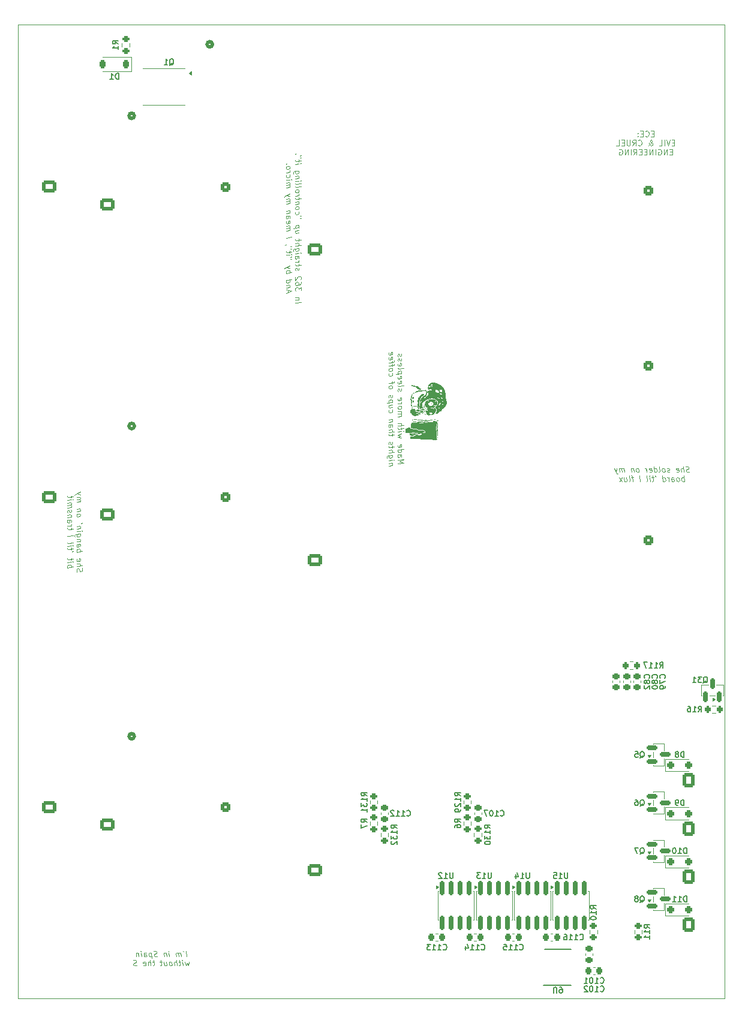
<source format=gbr>
%TF.GenerationSoftware,KiCad,Pcbnew,9.0.5*%
%TF.CreationDate,2025-10-31T11:40:23-04:00*%
%TF.ProjectId,powerdist,706f7765-7264-4697-9374-2e6b69636164,v1*%
%TF.SameCoordinates,Original*%
%TF.FileFunction,Legend,Bot*%
%TF.FilePolarity,Positive*%
%FSLAX46Y46*%
G04 Gerber Fmt 4.6, Leading zero omitted, Abs format (unit mm)*
G04 Created by KiCad (PCBNEW 9.0.5) date 2025-10-31 11:40:23*
%MOMM*%
%LPD*%
G01*
G04 APERTURE LIST*
G04 Aperture macros list*
%AMRoundRect*
0 Rectangle with rounded corners*
0 $1 Rounding radius*
0 $2 $3 $4 $5 $6 $7 $8 $9 X,Y pos of 4 corners*
0 Add a 4 corners polygon primitive as box body*
4,1,4,$2,$3,$4,$5,$6,$7,$8,$9,$2,$3,0*
0 Add four circle primitives for the rounded corners*
1,1,$1+$1,$2,$3*
1,1,$1+$1,$4,$5*
1,1,$1+$1,$6,$7*
1,1,$1+$1,$8,$9*
0 Add four rect primitives between the rounded corners*
20,1,$1+$1,$2,$3,$4,$5,0*
20,1,$1+$1,$4,$5,$6,$7,0*
20,1,$1+$1,$6,$7,$8,$9,0*
20,1,$1+$1,$8,$9,$2,$3,0*%
G04 Aperture macros list end*
%ADD10C,0.100000*%
%ADD11C,0.150000*%
%ADD12C,0.508000*%
%ADD13C,0.120000*%
%ADD14C,0.000000*%
%ADD15C,0.200000*%
%ADD16C,2.159000*%
%ADD17C,1.200000*%
%ADD18RoundRect,0.250000X-0.725000X0.600000X-0.725000X-0.600000X0.725000X-0.600000X0.725000X0.600000X0*%
%ADD19O,1.950000X1.700000*%
%ADD20C,2.700000*%
%ADD21RoundRect,0.250000X0.750000X-0.600000X0.750000X0.600000X-0.750000X0.600000X-0.750000X-0.600000X0*%
%ADD22O,2.000000X1.700000*%
%ADD23R,1.700000X1.700000*%
%ADD24C,1.700000*%
%ADD25RoundRect,0.250000X0.600000X0.750000X-0.600000X0.750000X-0.600000X-0.750000X0.600000X-0.750000X0*%
%ADD26O,1.700000X2.000000*%
%ADD27RoundRect,0.250000X-0.450000X-0.450000X0.450000X-0.450000X0.450000X0.450000X-0.450000X0.450000X0*%
%ADD28C,1.400000*%
%ADD29R,3.000000X3.000000*%
%ADD30C,3.000000*%
%ADD31O,2.200000X3.500000*%
%ADD32R,1.500000X2.500000*%
%ADD33O,1.500000X2.500000*%
%ADD34RoundRect,0.250000X0.450000X0.450000X-0.450000X0.450000X-0.450000X-0.450000X0.450000X-0.450000X0*%
%ADD35C,10.160000*%
%ADD36RoundRect,0.200000X-0.275000X0.200000X-0.275000X-0.200000X0.275000X-0.200000X0.275000X0.200000X0*%
%ADD37RoundRect,0.250000X-0.250000X-0.250000X0.250000X-0.250000X0.250000X0.250000X-0.250000X0.250000X0*%
%ADD38RoundRect,0.225000X0.225000X0.250000X-0.225000X0.250000X-0.225000X-0.250000X0.225000X-0.250000X0*%
%ADD39R,1.270000X0.610000*%
%ADD40R,3.810000X3.910000*%
%ADD41R,1.020000X0.610000*%
%ADD42RoundRect,0.225000X0.250000X-0.225000X0.250000X0.225000X-0.250000X0.225000X-0.250000X-0.225000X0*%
%ADD43O,1.200000X0.399999*%
%ADD44RoundRect,0.150000X0.150000X-0.587500X0.150000X0.587500X-0.150000X0.587500X-0.150000X-0.587500X0*%
%ADD45RoundRect,0.150000X-0.587500X-0.150000X0.587500X-0.150000X0.587500X0.150000X-0.587500X0.150000X0*%
%ADD46RoundRect,0.200000X-0.200000X-0.275000X0.200000X-0.275000X0.200000X0.275000X-0.200000X0.275000X0*%
%ADD47RoundRect,0.150000X-0.150000X0.825000X-0.150000X-0.825000X0.150000X-0.825000X0.150000X0.825000X0*%
%ADD48RoundRect,0.200000X0.275000X-0.200000X0.275000X0.200000X-0.275000X0.200000X-0.275000X-0.200000X0*%
%ADD49RoundRect,0.200000X0.200000X0.275000X-0.200000X0.275000X-0.200000X-0.275000X0.200000X-0.275000X0*%
%ADD50RoundRect,0.225000X0.225000X0.375000X-0.225000X0.375000X-0.225000X-0.375000X0.225000X-0.375000X0*%
%ADD51RoundRect,0.225000X-0.225000X-0.250000X0.225000X-0.250000X0.225000X0.250000X-0.225000X0.250000X0*%
%ADD52RoundRect,0.225000X-0.250000X0.225000X-0.250000X-0.225000X0.250000X-0.225000X0.250000X0.225000X0*%
G04 APERTURE END LIST*
D10*
X56000000Y-71600000D02*
X155700000Y-71600000D01*
X155700000Y-209100000D01*
X56000000Y-209100000D01*
X56000000Y-71600000D01*
X109597474Y-133619048D02*
X110397474Y-133519048D01*
X110397474Y-133519048D02*
X109826046Y-133323810D01*
X109826046Y-133323810D02*
X110397474Y-132985715D01*
X110397474Y-132985715D02*
X109597474Y-133085715D01*
X109597474Y-132361905D02*
X110016522Y-132309524D01*
X110016522Y-132309524D02*
X110092712Y-132338096D01*
X110092712Y-132338096D02*
X110130808Y-132409524D01*
X110130808Y-132409524D02*
X110130808Y-132561905D01*
X110130808Y-132561905D02*
X110092712Y-132642857D01*
X109635570Y-132357143D02*
X109597474Y-132438096D01*
X109597474Y-132438096D02*
X109597474Y-132628572D01*
X109597474Y-132628572D02*
X109635570Y-132700000D01*
X109635570Y-132700000D02*
X109711760Y-132728572D01*
X109711760Y-132728572D02*
X109787950Y-132719048D01*
X109787950Y-132719048D02*
X109864141Y-132671429D01*
X109864141Y-132671429D02*
X109902236Y-132590477D01*
X109902236Y-132590477D02*
X109902236Y-132400000D01*
X109902236Y-132400000D02*
X109940331Y-132319048D01*
X109597474Y-131638095D02*
X110397474Y-131538095D01*
X109635570Y-131633333D02*
X109597474Y-131714286D01*
X109597474Y-131714286D02*
X109597474Y-131866667D01*
X109597474Y-131866667D02*
X109635570Y-131938095D01*
X109635570Y-131938095D02*
X109673665Y-131971428D01*
X109673665Y-131971428D02*
X109749855Y-132000000D01*
X109749855Y-132000000D02*
X109978427Y-131971428D01*
X109978427Y-131971428D02*
X110054617Y-131923809D01*
X110054617Y-131923809D02*
X110092712Y-131880952D01*
X110092712Y-131880952D02*
X110130808Y-131800000D01*
X110130808Y-131800000D02*
X110130808Y-131647619D01*
X110130808Y-131647619D02*
X110092712Y-131576190D01*
X109635570Y-130947618D02*
X109597474Y-131028571D01*
X109597474Y-131028571D02*
X109597474Y-131180952D01*
X109597474Y-131180952D02*
X109635570Y-131252380D01*
X109635570Y-131252380D02*
X109711760Y-131280952D01*
X109711760Y-131280952D02*
X110016522Y-131242857D01*
X110016522Y-131242857D02*
X110092712Y-131195237D01*
X110092712Y-131195237D02*
X110130808Y-131114285D01*
X110130808Y-131114285D02*
X110130808Y-130961904D01*
X110130808Y-130961904D02*
X110092712Y-130890476D01*
X110092712Y-130890476D02*
X110016522Y-130861904D01*
X110016522Y-130861904D02*
X109940331Y-130871428D01*
X109940331Y-130871428D02*
X109864141Y-131261904D01*
X110130808Y-129971428D02*
X109597474Y-129885714D01*
X109597474Y-129885714D02*
X109978427Y-129685714D01*
X109978427Y-129685714D02*
X109597474Y-129580952D01*
X109597474Y-129580952D02*
X110130808Y-129361904D01*
X109597474Y-129123809D02*
X110130808Y-129057143D01*
X110397474Y-129023809D02*
X110359379Y-129066666D01*
X110359379Y-129066666D02*
X110321284Y-129033333D01*
X110321284Y-129033333D02*
X110359379Y-128990476D01*
X110359379Y-128990476D02*
X110397474Y-129023809D01*
X110397474Y-129023809D02*
X110321284Y-129033333D01*
X110130808Y-128790476D02*
X110130808Y-128485714D01*
X110397474Y-128642857D02*
X109711760Y-128728572D01*
X109711760Y-128728572D02*
X109635570Y-128700000D01*
X109635570Y-128700000D02*
X109597474Y-128628572D01*
X109597474Y-128628572D02*
X109597474Y-128552381D01*
X109597474Y-128285714D02*
X110397474Y-128185714D01*
X109597474Y-127942857D02*
X110016522Y-127890476D01*
X110016522Y-127890476D02*
X110092712Y-127919048D01*
X110092712Y-127919048D02*
X110130808Y-127990476D01*
X110130808Y-127990476D02*
X110130808Y-128104762D01*
X110130808Y-128104762D02*
X110092712Y-128185714D01*
X110092712Y-128185714D02*
X110054617Y-128228571D01*
X109597474Y-126952380D02*
X110130808Y-126885714D01*
X110054617Y-126895237D02*
X110092712Y-126852380D01*
X110092712Y-126852380D02*
X110130808Y-126771428D01*
X110130808Y-126771428D02*
X110130808Y-126657142D01*
X110130808Y-126657142D02*
X110092712Y-126585714D01*
X110092712Y-126585714D02*
X110016522Y-126557142D01*
X110016522Y-126557142D02*
X109597474Y-126609523D01*
X110016522Y-126557142D02*
X110092712Y-126509523D01*
X110092712Y-126509523D02*
X110130808Y-126428571D01*
X110130808Y-126428571D02*
X110130808Y-126314285D01*
X110130808Y-126314285D02*
X110092712Y-126242856D01*
X110092712Y-126242856D02*
X110016522Y-126214285D01*
X110016522Y-126214285D02*
X109597474Y-126266666D01*
X109597474Y-125771428D02*
X109635570Y-125842856D01*
X109635570Y-125842856D02*
X109673665Y-125876189D01*
X109673665Y-125876189D02*
X109749855Y-125904761D01*
X109749855Y-125904761D02*
X109978427Y-125876189D01*
X109978427Y-125876189D02*
X110054617Y-125828570D01*
X110054617Y-125828570D02*
X110092712Y-125785713D01*
X110092712Y-125785713D02*
X110130808Y-125704761D01*
X110130808Y-125704761D02*
X110130808Y-125590475D01*
X110130808Y-125590475D02*
X110092712Y-125519047D01*
X110092712Y-125519047D02*
X110054617Y-125485713D01*
X110054617Y-125485713D02*
X109978427Y-125457142D01*
X109978427Y-125457142D02*
X109749855Y-125485713D01*
X109749855Y-125485713D02*
X109673665Y-125533332D01*
X109673665Y-125533332D02*
X109635570Y-125576189D01*
X109635570Y-125576189D02*
X109597474Y-125657142D01*
X109597474Y-125657142D02*
X109597474Y-125771428D01*
X109597474Y-125161903D02*
X110130808Y-125095237D01*
X109978427Y-125114284D02*
X110054617Y-125066665D01*
X110054617Y-125066665D02*
X110092712Y-125023808D01*
X110092712Y-125023808D02*
X110130808Y-124942856D01*
X110130808Y-124942856D02*
X110130808Y-124866665D01*
X109635570Y-124357141D02*
X109597474Y-124438094D01*
X109597474Y-124438094D02*
X109597474Y-124590475D01*
X109597474Y-124590475D02*
X109635570Y-124661903D01*
X109635570Y-124661903D02*
X109711760Y-124690475D01*
X109711760Y-124690475D02*
X110016522Y-124652380D01*
X110016522Y-124652380D02*
X110092712Y-124604760D01*
X110092712Y-124604760D02*
X110130808Y-124523808D01*
X110130808Y-124523808D02*
X110130808Y-124371427D01*
X110130808Y-124371427D02*
X110092712Y-124299999D01*
X110092712Y-124299999D02*
X110016522Y-124271427D01*
X110016522Y-124271427D02*
X109940331Y-124280951D01*
X109940331Y-124280951D02*
X109864141Y-124671427D01*
X109635570Y-123404761D02*
X109597474Y-123333332D01*
X109597474Y-123333332D02*
X109597474Y-123180951D01*
X109597474Y-123180951D02*
X109635570Y-123099999D01*
X109635570Y-123099999D02*
X109711760Y-123052380D01*
X109711760Y-123052380D02*
X109749855Y-123047618D01*
X109749855Y-123047618D02*
X109826046Y-123076189D01*
X109826046Y-123076189D02*
X109864141Y-123147618D01*
X109864141Y-123147618D02*
X109864141Y-123261903D01*
X109864141Y-123261903D02*
X109902236Y-123333332D01*
X109902236Y-123333332D02*
X109978427Y-123361903D01*
X109978427Y-123361903D02*
X110016522Y-123357142D01*
X110016522Y-123357142D02*
X110092712Y-123309522D01*
X110092712Y-123309522D02*
X110130808Y-123228570D01*
X110130808Y-123228570D02*
X110130808Y-123114284D01*
X110130808Y-123114284D02*
X110092712Y-123042856D01*
X109597474Y-122609523D02*
X109635570Y-122680951D01*
X109635570Y-122680951D02*
X109711760Y-122709523D01*
X109711760Y-122709523D02*
X110397474Y-122623808D01*
X109635570Y-121995236D02*
X109597474Y-122076189D01*
X109597474Y-122076189D02*
X109597474Y-122228570D01*
X109597474Y-122228570D02*
X109635570Y-122299998D01*
X109635570Y-122299998D02*
X109711760Y-122328570D01*
X109711760Y-122328570D02*
X110016522Y-122290475D01*
X110016522Y-122290475D02*
X110092712Y-122242855D01*
X110092712Y-122242855D02*
X110130808Y-122161903D01*
X110130808Y-122161903D02*
X110130808Y-122009522D01*
X110130808Y-122009522D02*
X110092712Y-121938094D01*
X110092712Y-121938094D02*
X110016522Y-121909522D01*
X110016522Y-121909522D02*
X109940331Y-121919046D01*
X109940331Y-121919046D02*
X109864141Y-122309522D01*
X109635570Y-121309522D02*
X109597474Y-121390475D01*
X109597474Y-121390475D02*
X109597474Y-121542856D01*
X109597474Y-121542856D02*
X109635570Y-121614284D01*
X109635570Y-121614284D02*
X109711760Y-121642856D01*
X109711760Y-121642856D02*
X110016522Y-121604761D01*
X110016522Y-121604761D02*
X110092712Y-121557141D01*
X110092712Y-121557141D02*
X110130808Y-121476189D01*
X110130808Y-121476189D02*
X110130808Y-121323808D01*
X110130808Y-121323808D02*
X110092712Y-121252380D01*
X110092712Y-121252380D02*
X110016522Y-121223808D01*
X110016522Y-121223808D02*
X109940331Y-121233332D01*
X109940331Y-121233332D02*
X109864141Y-121623808D01*
X110130808Y-120866666D02*
X109330808Y-120966666D01*
X110092712Y-120871427D02*
X110130808Y-120790475D01*
X110130808Y-120790475D02*
X110130808Y-120638094D01*
X110130808Y-120638094D02*
X110092712Y-120566666D01*
X110092712Y-120566666D02*
X110054617Y-120533332D01*
X110054617Y-120533332D02*
X109978427Y-120504761D01*
X109978427Y-120504761D02*
X109749855Y-120533332D01*
X109749855Y-120533332D02*
X109673665Y-120580951D01*
X109673665Y-120580951D02*
X109635570Y-120623808D01*
X109635570Y-120623808D02*
X109597474Y-120704761D01*
X109597474Y-120704761D02*
X109597474Y-120857142D01*
X109597474Y-120857142D02*
X109635570Y-120928570D01*
X109597474Y-120095237D02*
X109635570Y-120166665D01*
X109635570Y-120166665D02*
X109711760Y-120195237D01*
X109711760Y-120195237D02*
X110397474Y-120109522D01*
X109635570Y-119480950D02*
X109597474Y-119561903D01*
X109597474Y-119561903D02*
X109597474Y-119714284D01*
X109597474Y-119714284D02*
X109635570Y-119785712D01*
X109635570Y-119785712D02*
X109711760Y-119814284D01*
X109711760Y-119814284D02*
X110016522Y-119776189D01*
X110016522Y-119776189D02*
X110092712Y-119728569D01*
X110092712Y-119728569D02*
X110130808Y-119647617D01*
X110130808Y-119647617D02*
X110130808Y-119495236D01*
X110130808Y-119495236D02*
X110092712Y-119423808D01*
X110092712Y-119423808D02*
X110016522Y-119395236D01*
X110016522Y-119395236D02*
X109940331Y-119404760D01*
X109940331Y-119404760D02*
X109864141Y-119795236D01*
X109635570Y-119138094D02*
X109597474Y-119066665D01*
X109597474Y-119066665D02*
X109597474Y-118914284D01*
X109597474Y-118914284D02*
X109635570Y-118833332D01*
X109635570Y-118833332D02*
X109711760Y-118785713D01*
X109711760Y-118785713D02*
X109749855Y-118780951D01*
X109749855Y-118780951D02*
X109826046Y-118809522D01*
X109826046Y-118809522D02*
X109864141Y-118880951D01*
X109864141Y-118880951D02*
X109864141Y-118995236D01*
X109864141Y-118995236D02*
X109902236Y-119066665D01*
X109902236Y-119066665D02*
X109978427Y-119095236D01*
X109978427Y-119095236D02*
X110016522Y-119090475D01*
X110016522Y-119090475D02*
X110092712Y-119042855D01*
X110092712Y-119042855D02*
X110130808Y-118961903D01*
X110130808Y-118961903D02*
X110130808Y-118847617D01*
X110130808Y-118847617D02*
X110092712Y-118776189D01*
X109635570Y-118490475D02*
X109597474Y-118419046D01*
X109597474Y-118419046D02*
X109597474Y-118266665D01*
X109597474Y-118266665D02*
X109635570Y-118185713D01*
X109635570Y-118185713D02*
X109711760Y-118138094D01*
X109711760Y-118138094D02*
X109749855Y-118133332D01*
X109749855Y-118133332D02*
X109826046Y-118161903D01*
X109826046Y-118161903D02*
X109864141Y-118233332D01*
X109864141Y-118233332D02*
X109864141Y-118347617D01*
X109864141Y-118347617D02*
X109902236Y-118419046D01*
X109902236Y-118419046D02*
X109978427Y-118447617D01*
X109978427Y-118447617D02*
X110016522Y-118442856D01*
X110016522Y-118442856D02*
X110092712Y-118395236D01*
X110092712Y-118395236D02*
X110130808Y-118314284D01*
X110130808Y-118314284D02*
X110130808Y-118199998D01*
X110130808Y-118199998D02*
X110092712Y-118128570D01*
X108842853Y-133838097D02*
X108309519Y-133904763D01*
X108766662Y-133847620D02*
X108804757Y-133804763D01*
X108804757Y-133804763D02*
X108842853Y-133723811D01*
X108842853Y-133723811D02*
X108842853Y-133609525D01*
X108842853Y-133609525D02*
X108804757Y-133538097D01*
X108804757Y-133538097D02*
X108728567Y-133509525D01*
X108728567Y-133509525D02*
X108309519Y-133561906D01*
X108309519Y-133180953D02*
X108842853Y-133114287D01*
X109109519Y-133080953D02*
X109071424Y-133123810D01*
X109071424Y-133123810D02*
X109033329Y-133090477D01*
X109033329Y-133090477D02*
X109071424Y-133047620D01*
X109071424Y-133047620D02*
X109109519Y-133080953D01*
X109109519Y-133080953D02*
X109033329Y-133090477D01*
X108842853Y-132390477D02*
X108195234Y-132471430D01*
X108195234Y-132471430D02*
X108119043Y-132519049D01*
X108119043Y-132519049D02*
X108080948Y-132561906D01*
X108080948Y-132561906D02*
X108042853Y-132642858D01*
X108042853Y-132642858D02*
X108042853Y-132757144D01*
X108042853Y-132757144D02*
X108080948Y-132828573D01*
X108347615Y-132452382D02*
X108309519Y-132533335D01*
X108309519Y-132533335D02*
X108309519Y-132685716D01*
X108309519Y-132685716D02*
X108347615Y-132757144D01*
X108347615Y-132757144D02*
X108385710Y-132790477D01*
X108385710Y-132790477D02*
X108461900Y-132819049D01*
X108461900Y-132819049D02*
X108690472Y-132790477D01*
X108690472Y-132790477D02*
X108766662Y-132742858D01*
X108766662Y-132742858D02*
X108804757Y-132700001D01*
X108804757Y-132700001D02*
X108842853Y-132619049D01*
X108842853Y-132619049D02*
X108842853Y-132466668D01*
X108842853Y-132466668D02*
X108804757Y-132395239D01*
X108309519Y-132076191D02*
X109109519Y-131976191D01*
X108309519Y-131733334D02*
X108728567Y-131680953D01*
X108728567Y-131680953D02*
X108804757Y-131709525D01*
X108804757Y-131709525D02*
X108842853Y-131780953D01*
X108842853Y-131780953D02*
X108842853Y-131895239D01*
X108842853Y-131895239D02*
X108804757Y-131976191D01*
X108804757Y-131976191D02*
X108766662Y-132019048D01*
X108842853Y-131400000D02*
X108842853Y-131095238D01*
X109109519Y-131252381D02*
X108423805Y-131338096D01*
X108423805Y-131338096D02*
X108347615Y-131309524D01*
X108347615Y-131309524D02*
X108309519Y-131238096D01*
X108309519Y-131238096D02*
X108309519Y-131161905D01*
X108347615Y-130928572D02*
X108309519Y-130857143D01*
X108309519Y-130857143D02*
X108309519Y-130704762D01*
X108309519Y-130704762D02*
X108347615Y-130623810D01*
X108347615Y-130623810D02*
X108423805Y-130576191D01*
X108423805Y-130576191D02*
X108461900Y-130571429D01*
X108461900Y-130571429D02*
X108538091Y-130600000D01*
X108538091Y-130600000D02*
X108576186Y-130671429D01*
X108576186Y-130671429D02*
X108576186Y-130785714D01*
X108576186Y-130785714D02*
X108614281Y-130857143D01*
X108614281Y-130857143D02*
X108690472Y-130885714D01*
X108690472Y-130885714D02*
X108728567Y-130880953D01*
X108728567Y-130880953D02*
X108804757Y-130833333D01*
X108804757Y-130833333D02*
X108842853Y-130752381D01*
X108842853Y-130752381D02*
X108842853Y-130638095D01*
X108842853Y-130638095D02*
X108804757Y-130566667D01*
X108842853Y-129685714D02*
X108842853Y-129380952D01*
X109109519Y-129538095D02*
X108423805Y-129623810D01*
X108423805Y-129623810D02*
X108347615Y-129595238D01*
X108347615Y-129595238D02*
X108309519Y-129523810D01*
X108309519Y-129523810D02*
X108309519Y-129447619D01*
X108309519Y-129180952D02*
X109109519Y-129080952D01*
X108309519Y-128838095D02*
X108728567Y-128785714D01*
X108728567Y-128785714D02*
X108804757Y-128814286D01*
X108804757Y-128814286D02*
X108842853Y-128885714D01*
X108842853Y-128885714D02*
X108842853Y-129000000D01*
X108842853Y-129000000D02*
X108804757Y-129080952D01*
X108804757Y-129080952D02*
X108766662Y-129123809D01*
X108309519Y-128114285D02*
X108728567Y-128061904D01*
X108728567Y-128061904D02*
X108804757Y-128090476D01*
X108804757Y-128090476D02*
X108842853Y-128161904D01*
X108842853Y-128161904D02*
X108842853Y-128314285D01*
X108842853Y-128314285D02*
X108804757Y-128395237D01*
X108347615Y-128109523D02*
X108309519Y-128190476D01*
X108309519Y-128190476D02*
X108309519Y-128380952D01*
X108309519Y-128380952D02*
X108347615Y-128452380D01*
X108347615Y-128452380D02*
X108423805Y-128480952D01*
X108423805Y-128480952D02*
X108499995Y-128471428D01*
X108499995Y-128471428D02*
X108576186Y-128423809D01*
X108576186Y-128423809D02*
X108614281Y-128342857D01*
X108614281Y-128342857D02*
X108614281Y-128152380D01*
X108614281Y-128152380D02*
X108652376Y-128071428D01*
X108842853Y-127666666D02*
X108309519Y-127733332D01*
X108766662Y-127676189D02*
X108804757Y-127633332D01*
X108804757Y-127633332D02*
X108842853Y-127552380D01*
X108842853Y-127552380D02*
X108842853Y-127438094D01*
X108842853Y-127438094D02*
X108804757Y-127366666D01*
X108804757Y-127366666D02*
X108728567Y-127338094D01*
X108728567Y-127338094D02*
X108309519Y-127390475D01*
X108347615Y-126052379D02*
X108309519Y-126133332D01*
X108309519Y-126133332D02*
X108309519Y-126285713D01*
X108309519Y-126285713D02*
X108347615Y-126357141D01*
X108347615Y-126357141D02*
X108385710Y-126390474D01*
X108385710Y-126390474D02*
X108461900Y-126419046D01*
X108461900Y-126419046D02*
X108690472Y-126390474D01*
X108690472Y-126390474D02*
X108766662Y-126342855D01*
X108766662Y-126342855D02*
X108804757Y-126299998D01*
X108804757Y-126299998D02*
X108842853Y-126219046D01*
X108842853Y-126219046D02*
X108842853Y-126066665D01*
X108842853Y-126066665D02*
X108804757Y-125995236D01*
X108842853Y-125304760D02*
X108309519Y-125371427D01*
X108842853Y-125647618D02*
X108423805Y-125699999D01*
X108423805Y-125699999D02*
X108347615Y-125671427D01*
X108347615Y-125671427D02*
X108309519Y-125599999D01*
X108309519Y-125599999D02*
X108309519Y-125485713D01*
X108309519Y-125485713D02*
X108347615Y-125404760D01*
X108347615Y-125404760D02*
X108385710Y-125361903D01*
X108842853Y-124923808D02*
X108042853Y-125023808D01*
X108804757Y-124928569D02*
X108842853Y-124847617D01*
X108842853Y-124847617D02*
X108842853Y-124695236D01*
X108842853Y-124695236D02*
X108804757Y-124623808D01*
X108804757Y-124623808D02*
X108766662Y-124590474D01*
X108766662Y-124590474D02*
X108690472Y-124561903D01*
X108690472Y-124561903D02*
X108461900Y-124590474D01*
X108461900Y-124590474D02*
X108385710Y-124638093D01*
X108385710Y-124638093D02*
X108347615Y-124680950D01*
X108347615Y-124680950D02*
X108309519Y-124761903D01*
X108309519Y-124761903D02*
X108309519Y-124914284D01*
X108309519Y-124914284D02*
X108347615Y-124985712D01*
X108347615Y-124299998D02*
X108309519Y-124228569D01*
X108309519Y-124228569D02*
X108309519Y-124076188D01*
X108309519Y-124076188D02*
X108347615Y-123995236D01*
X108347615Y-123995236D02*
X108423805Y-123947617D01*
X108423805Y-123947617D02*
X108461900Y-123942855D01*
X108461900Y-123942855D02*
X108538091Y-123971426D01*
X108538091Y-123971426D02*
X108576186Y-124042855D01*
X108576186Y-124042855D02*
X108576186Y-124157140D01*
X108576186Y-124157140D02*
X108614281Y-124228569D01*
X108614281Y-124228569D02*
X108690472Y-124257140D01*
X108690472Y-124257140D02*
X108728567Y-124252379D01*
X108728567Y-124252379D02*
X108804757Y-124204759D01*
X108804757Y-124204759D02*
X108842853Y-124123807D01*
X108842853Y-124123807D02*
X108842853Y-124009521D01*
X108842853Y-124009521D02*
X108804757Y-123938093D01*
X108309519Y-122895236D02*
X108347615Y-122966664D01*
X108347615Y-122966664D02*
X108385710Y-122999997D01*
X108385710Y-122999997D02*
X108461900Y-123028569D01*
X108461900Y-123028569D02*
X108690472Y-122999997D01*
X108690472Y-122999997D02*
X108766662Y-122952378D01*
X108766662Y-122952378D02*
X108804757Y-122909521D01*
X108804757Y-122909521D02*
X108842853Y-122828569D01*
X108842853Y-122828569D02*
X108842853Y-122714283D01*
X108842853Y-122714283D02*
X108804757Y-122642855D01*
X108804757Y-122642855D02*
X108766662Y-122609521D01*
X108766662Y-122609521D02*
X108690472Y-122580950D01*
X108690472Y-122580950D02*
X108461900Y-122609521D01*
X108461900Y-122609521D02*
X108385710Y-122657140D01*
X108385710Y-122657140D02*
X108347615Y-122699997D01*
X108347615Y-122699997D02*
X108309519Y-122780950D01*
X108309519Y-122780950D02*
X108309519Y-122895236D01*
X108842853Y-122333330D02*
X108842853Y-122028568D01*
X108309519Y-122285711D02*
X108995234Y-122199997D01*
X108995234Y-122199997D02*
X109071424Y-122152378D01*
X109071424Y-122152378D02*
X109109519Y-122071426D01*
X109109519Y-122071426D02*
X109109519Y-121995235D01*
X108347615Y-120871425D02*
X108309519Y-120952378D01*
X108309519Y-120952378D02*
X108309519Y-121104759D01*
X108309519Y-121104759D02*
X108347615Y-121176187D01*
X108347615Y-121176187D02*
X108385710Y-121209520D01*
X108385710Y-121209520D02*
X108461900Y-121238092D01*
X108461900Y-121238092D02*
X108690472Y-121209520D01*
X108690472Y-121209520D02*
X108766662Y-121161901D01*
X108766662Y-121161901D02*
X108804757Y-121119044D01*
X108804757Y-121119044D02*
X108842853Y-121038092D01*
X108842853Y-121038092D02*
X108842853Y-120885711D01*
X108842853Y-120885711D02*
X108804757Y-120814282D01*
X108309519Y-120419045D02*
X108347615Y-120490473D01*
X108347615Y-120490473D02*
X108385710Y-120523806D01*
X108385710Y-120523806D02*
X108461900Y-120552378D01*
X108461900Y-120552378D02*
X108690472Y-120523806D01*
X108690472Y-120523806D02*
X108766662Y-120476187D01*
X108766662Y-120476187D02*
X108804757Y-120433330D01*
X108804757Y-120433330D02*
X108842853Y-120352378D01*
X108842853Y-120352378D02*
X108842853Y-120238092D01*
X108842853Y-120238092D02*
X108804757Y-120166664D01*
X108804757Y-120166664D02*
X108766662Y-120133330D01*
X108766662Y-120133330D02*
X108690472Y-120104759D01*
X108690472Y-120104759D02*
X108461900Y-120133330D01*
X108461900Y-120133330D02*
X108385710Y-120180949D01*
X108385710Y-120180949D02*
X108347615Y-120223806D01*
X108347615Y-120223806D02*
X108309519Y-120304759D01*
X108309519Y-120304759D02*
X108309519Y-120419045D01*
X108842853Y-119857139D02*
X108842853Y-119552377D01*
X108309519Y-119809520D02*
X108995234Y-119723806D01*
X108995234Y-119723806D02*
X109071424Y-119676187D01*
X109071424Y-119676187D02*
X109109519Y-119595235D01*
X109109519Y-119595235D02*
X109109519Y-119519044D01*
X108842853Y-119399996D02*
X108842853Y-119095234D01*
X108309519Y-119352377D02*
X108995234Y-119266663D01*
X108995234Y-119266663D02*
X109071424Y-119219044D01*
X109071424Y-119219044D02*
X109109519Y-119138092D01*
X109109519Y-119138092D02*
X109109519Y-119061901D01*
X108347615Y-118585710D02*
X108309519Y-118666663D01*
X108309519Y-118666663D02*
X108309519Y-118819044D01*
X108309519Y-118819044D02*
X108347615Y-118890472D01*
X108347615Y-118890472D02*
X108423805Y-118919044D01*
X108423805Y-118919044D02*
X108728567Y-118880949D01*
X108728567Y-118880949D02*
X108804757Y-118833329D01*
X108804757Y-118833329D02*
X108842853Y-118752377D01*
X108842853Y-118752377D02*
X108842853Y-118599996D01*
X108842853Y-118599996D02*
X108804757Y-118528568D01*
X108804757Y-118528568D02*
X108728567Y-118499996D01*
X108728567Y-118499996D02*
X108652376Y-118509520D01*
X108652376Y-118509520D02*
X108576186Y-118899996D01*
X108347615Y-117899996D02*
X108309519Y-117980949D01*
X108309519Y-117980949D02*
X108309519Y-118133330D01*
X108309519Y-118133330D02*
X108347615Y-118204758D01*
X108347615Y-118204758D02*
X108423805Y-118233330D01*
X108423805Y-118233330D02*
X108728567Y-118195235D01*
X108728567Y-118195235D02*
X108804757Y-118147615D01*
X108804757Y-118147615D02*
X108842853Y-118066663D01*
X108842853Y-118066663D02*
X108842853Y-117914282D01*
X108842853Y-117914282D02*
X108804757Y-117842854D01*
X108804757Y-117842854D02*
X108728567Y-117814282D01*
X108728567Y-117814282D02*
X108652376Y-117823806D01*
X108652376Y-117823806D02*
X108576186Y-118214282D01*
X145723809Y-87001937D02*
X145457143Y-87001937D01*
X145342857Y-87420985D02*
X145723809Y-87420985D01*
X145723809Y-87420985D02*
X145723809Y-86620985D01*
X145723809Y-86620985D02*
X145342857Y-86620985D01*
X144542856Y-87344794D02*
X144580952Y-87382890D01*
X144580952Y-87382890D02*
X144695237Y-87420985D01*
X144695237Y-87420985D02*
X144771428Y-87420985D01*
X144771428Y-87420985D02*
X144885714Y-87382890D01*
X144885714Y-87382890D02*
X144961904Y-87306699D01*
X144961904Y-87306699D02*
X144999999Y-87230509D01*
X144999999Y-87230509D02*
X145038095Y-87078128D01*
X145038095Y-87078128D02*
X145038095Y-86963842D01*
X145038095Y-86963842D02*
X144999999Y-86811461D01*
X144999999Y-86811461D02*
X144961904Y-86735270D01*
X144961904Y-86735270D02*
X144885714Y-86659080D01*
X144885714Y-86659080D02*
X144771428Y-86620985D01*
X144771428Y-86620985D02*
X144695237Y-86620985D01*
X144695237Y-86620985D02*
X144580952Y-86659080D01*
X144580952Y-86659080D02*
X144542856Y-86697175D01*
X144199999Y-87001937D02*
X143933333Y-87001937D01*
X143819047Y-87420985D02*
X144199999Y-87420985D01*
X144199999Y-87420985D02*
X144199999Y-86620985D01*
X144199999Y-86620985D02*
X143819047Y-86620985D01*
X143476189Y-87344794D02*
X143438094Y-87382890D01*
X143438094Y-87382890D02*
X143476189Y-87420985D01*
X143476189Y-87420985D02*
X143514285Y-87382890D01*
X143514285Y-87382890D02*
X143476189Y-87344794D01*
X143476189Y-87344794D02*
X143476189Y-87420985D01*
X143476189Y-86925747D02*
X143438094Y-86963842D01*
X143438094Y-86963842D02*
X143476189Y-87001937D01*
X143476189Y-87001937D02*
X143514285Y-86963842D01*
X143514285Y-86963842D02*
X143476189Y-86925747D01*
X143476189Y-86925747D02*
X143476189Y-87001937D01*
X148638094Y-88289892D02*
X148371428Y-88289892D01*
X148257142Y-88708940D02*
X148638094Y-88708940D01*
X148638094Y-88708940D02*
X148638094Y-87908940D01*
X148638094Y-87908940D02*
X148257142Y-87908940D01*
X148028570Y-87908940D02*
X147761903Y-88708940D01*
X147761903Y-88708940D02*
X147495237Y-87908940D01*
X147228570Y-88708940D02*
X147228570Y-87908940D01*
X146466666Y-88708940D02*
X146847618Y-88708940D01*
X146847618Y-88708940D02*
X146847618Y-87908940D01*
X144942856Y-88708940D02*
X144980952Y-88708940D01*
X144980952Y-88708940D02*
X145057142Y-88670845D01*
X145057142Y-88670845D02*
X145171428Y-88556559D01*
X145171428Y-88556559D02*
X145361904Y-88327987D01*
X145361904Y-88327987D02*
X145438094Y-88213702D01*
X145438094Y-88213702D02*
X145476190Y-88099416D01*
X145476190Y-88099416D02*
X145476190Y-88023225D01*
X145476190Y-88023225D02*
X145438094Y-87947035D01*
X145438094Y-87947035D02*
X145361904Y-87908940D01*
X145361904Y-87908940D02*
X145323809Y-87908940D01*
X145323809Y-87908940D02*
X145247618Y-87947035D01*
X145247618Y-87947035D02*
X145209523Y-88023225D01*
X145209523Y-88023225D02*
X145209523Y-88061321D01*
X145209523Y-88061321D02*
X145247618Y-88137511D01*
X145247618Y-88137511D02*
X145285713Y-88175606D01*
X145285713Y-88175606D02*
X145514285Y-88327987D01*
X145514285Y-88327987D02*
X145552380Y-88366083D01*
X145552380Y-88366083D02*
X145590475Y-88442273D01*
X145590475Y-88442273D02*
X145590475Y-88556559D01*
X145590475Y-88556559D02*
X145552380Y-88632749D01*
X145552380Y-88632749D02*
X145514285Y-88670845D01*
X145514285Y-88670845D02*
X145438094Y-88708940D01*
X145438094Y-88708940D02*
X145323809Y-88708940D01*
X145323809Y-88708940D02*
X145247618Y-88670845D01*
X145247618Y-88670845D02*
X145209523Y-88632749D01*
X145209523Y-88632749D02*
X145095237Y-88480368D01*
X145095237Y-88480368D02*
X145057142Y-88366083D01*
X145057142Y-88366083D02*
X145057142Y-88289892D01*
X143533332Y-88632749D02*
X143571428Y-88670845D01*
X143571428Y-88670845D02*
X143685713Y-88708940D01*
X143685713Y-88708940D02*
X143761904Y-88708940D01*
X143761904Y-88708940D02*
X143876190Y-88670845D01*
X143876190Y-88670845D02*
X143952380Y-88594654D01*
X143952380Y-88594654D02*
X143990475Y-88518464D01*
X143990475Y-88518464D02*
X144028571Y-88366083D01*
X144028571Y-88366083D02*
X144028571Y-88251797D01*
X144028571Y-88251797D02*
X143990475Y-88099416D01*
X143990475Y-88099416D02*
X143952380Y-88023225D01*
X143952380Y-88023225D02*
X143876190Y-87947035D01*
X143876190Y-87947035D02*
X143761904Y-87908940D01*
X143761904Y-87908940D02*
X143685713Y-87908940D01*
X143685713Y-87908940D02*
X143571428Y-87947035D01*
X143571428Y-87947035D02*
X143533332Y-87985130D01*
X142733332Y-88708940D02*
X142999999Y-88327987D01*
X143190475Y-88708940D02*
X143190475Y-87908940D01*
X143190475Y-87908940D02*
X142885713Y-87908940D01*
X142885713Y-87908940D02*
X142809523Y-87947035D01*
X142809523Y-87947035D02*
X142771428Y-87985130D01*
X142771428Y-87985130D02*
X142733332Y-88061321D01*
X142733332Y-88061321D02*
X142733332Y-88175606D01*
X142733332Y-88175606D02*
X142771428Y-88251797D01*
X142771428Y-88251797D02*
X142809523Y-88289892D01*
X142809523Y-88289892D02*
X142885713Y-88327987D01*
X142885713Y-88327987D02*
X143190475Y-88327987D01*
X142390475Y-87908940D02*
X142390475Y-88556559D01*
X142390475Y-88556559D02*
X142352380Y-88632749D01*
X142352380Y-88632749D02*
X142314285Y-88670845D01*
X142314285Y-88670845D02*
X142238094Y-88708940D01*
X142238094Y-88708940D02*
X142085713Y-88708940D01*
X142085713Y-88708940D02*
X142009523Y-88670845D01*
X142009523Y-88670845D02*
X141971428Y-88632749D01*
X141971428Y-88632749D02*
X141933332Y-88556559D01*
X141933332Y-88556559D02*
X141933332Y-87908940D01*
X141552380Y-88289892D02*
X141285714Y-88289892D01*
X141171428Y-88708940D02*
X141552380Y-88708940D01*
X141552380Y-88708940D02*
X141552380Y-87908940D01*
X141552380Y-87908940D02*
X141171428Y-87908940D01*
X140447618Y-88708940D02*
X140828570Y-88708940D01*
X140828570Y-88708940D02*
X140828570Y-87908940D01*
X148333332Y-89577847D02*
X148066666Y-89577847D01*
X147952380Y-89996895D02*
X148333332Y-89996895D01*
X148333332Y-89996895D02*
X148333332Y-89196895D01*
X148333332Y-89196895D02*
X147952380Y-89196895D01*
X147609522Y-89996895D02*
X147609522Y-89196895D01*
X147609522Y-89196895D02*
X147152379Y-89996895D01*
X147152379Y-89996895D02*
X147152379Y-89196895D01*
X146352380Y-89234990D02*
X146428570Y-89196895D01*
X146428570Y-89196895D02*
X146542856Y-89196895D01*
X146542856Y-89196895D02*
X146657142Y-89234990D01*
X146657142Y-89234990D02*
X146733332Y-89311180D01*
X146733332Y-89311180D02*
X146771427Y-89387371D01*
X146771427Y-89387371D02*
X146809523Y-89539752D01*
X146809523Y-89539752D02*
X146809523Y-89654038D01*
X146809523Y-89654038D02*
X146771427Y-89806419D01*
X146771427Y-89806419D02*
X146733332Y-89882609D01*
X146733332Y-89882609D02*
X146657142Y-89958800D01*
X146657142Y-89958800D02*
X146542856Y-89996895D01*
X146542856Y-89996895D02*
X146466665Y-89996895D01*
X146466665Y-89996895D02*
X146352380Y-89958800D01*
X146352380Y-89958800D02*
X146314284Y-89920704D01*
X146314284Y-89920704D02*
X146314284Y-89654038D01*
X146314284Y-89654038D02*
X146466665Y-89654038D01*
X145971427Y-89996895D02*
X145971427Y-89196895D01*
X145590475Y-89996895D02*
X145590475Y-89196895D01*
X145590475Y-89196895D02*
X145133332Y-89996895D01*
X145133332Y-89996895D02*
X145133332Y-89196895D01*
X144752380Y-89577847D02*
X144485714Y-89577847D01*
X144371428Y-89996895D02*
X144752380Y-89996895D01*
X144752380Y-89996895D02*
X144752380Y-89196895D01*
X144752380Y-89196895D02*
X144371428Y-89196895D01*
X144028570Y-89577847D02*
X143761904Y-89577847D01*
X143647618Y-89996895D02*
X144028570Y-89996895D01*
X144028570Y-89996895D02*
X144028570Y-89196895D01*
X144028570Y-89196895D02*
X143647618Y-89196895D01*
X142847617Y-89996895D02*
X143114284Y-89615942D01*
X143304760Y-89996895D02*
X143304760Y-89196895D01*
X143304760Y-89196895D02*
X142999998Y-89196895D01*
X142999998Y-89196895D02*
X142923808Y-89234990D01*
X142923808Y-89234990D02*
X142885713Y-89273085D01*
X142885713Y-89273085D02*
X142847617Y-89349276D01*
X142847617Y-89349276D02*
X142847617Y-89463561D01*
X142847617Y-89463561D02*
X142885713Y-89539752D01*
X142885713Y-89539752D02*
X142923808Y-89577847D01*
X142923808Y-89577847D02*
X142999998Y-89615942D01*
X142999998Y-89615942D02*
X143304760Y-89615942D01*
X142504760Y-89996895D02*
X142504760Y-89196895D01*
X142123808Y-89996895D02*
X142123808Y-89196895D01*
X142123808Y-89196895D02*
X141666665Y-89996895D01*
X141666665Y-89996895D02*
X141666665Y-89196895D01*
X140866666Y-89234990D02*
X140942856Y-89196895D01*
X140942856Y-89196895D02*
X141057142Y-89196895D01*
X141057142Y-89196895D02*
X141171428Y-89234990D01*
X141171428Y-89234990D02*
X141247618Y-89311180D01*
X141247618Y-89311180D02*
X141285713Y-89387371D01*
X141285713Y-89387371D02*
X141323809Y-89539752D01*
X141323809Y-89539752D02*
X141323809Y-89654038D01*
X141323809Y-89654038D02*
X141285713Y-89806419D01*
X141285713Y-89806419D02*
X141247618Y-89882609D01*
X141247618Y-89882609D02*
X141171428Y-89958800D01*
X141171428Y-89958800D02*
X141057142Y-89996895D01*
X141057142Y-89996895D02*
X140980951Y-89996895D01*
X140980951Y-89996895D02*
X140866666Y-89958800D01*
X140866666Y-89958800D02*
X140828570Y-89920704D01*
X140828570Y-89920704D02*
X140828570Y-89654038D01*
X140828570Y-89654038D02*
X140980951Y-89654038D01*
X95115533Y-110896550D02*
X95915533Y-110796550D01*
X95648867Y-110448932D02*
X95115533Y-110515598D01*
X95572676Y-110458455D02*
X95610771Y-110415598D01*
X95610771Y-110415598D02*
X95648867Y-110334646D01*
X95648867Y-110334646D02*
X95648867Y-110220360D01*
X95648867Y-110220360D02*
X95610771Y-110148932D01*
X95610771Y-110148932D02*
X95534581Y-110120360D01*
X95534581Y-110120360D02*
X95115533Y-110172741D01*
X95915533Y-109158455D02*
X95915533Y-108663217D01*
X95915533Y-108663217D02*
X95610771Y-108967979D01*
X95610771Y-108967979D02*
X95610771Y-108853693D01*
X95610771Y-108853693D02*
X95572676Y-108782264D01*
X95572676Y-108782264D02*
X95534581Y-108748931D01*
X95534581Y-108748931D02*
X95458390Y-108720359D01*
X95458390Y-108720359D02*
X95267914Y-108744169D01*
X95267914Y-108744169D02*
X95191724Y-108791788D01*
X95191724Y-108791788D02*
X95153629Y-108834645D01*
X95153629Y-108834645D02*
X95115533Y-108915598D01*
X95115533Y-108915598D02*
X95115533Y-109144169D01*
X95115533Y-109144169D02*
X95153629Y-109215598D01*
X95153629Y-109215598D02*
X95191724Y-109248931D01*
X95915533Y-107977502D02*
X95915533Y-108129883D01*
X95915533Y-108129883D02*
X95877438Y-108210835D01*
X95877438Y-108210835D02*
X95839343Y-108253693D01*
X95839343Y-108253693D02*
X95725057Y-108344169D01*
X95725057Y-108344169D02*
X95572676Y-108401312D01*
X95572676Y-108401312D02*
X95267914Y-108439407D01*
X95267914Y-108439407D02*
X95191724Y-108410835D01*
X95191724Y-108410835D02*
X95153629Y-108377502D01*
X95153629Y-108377502D02*
X95115533Y-108306074D01*
X95115533Y-108306074D02*
X95115533Y-108153693D01*
X95115533Y-108153693D02*
X95153629Y-108072740D01*
X95153629Y-108072740D02*
X95191724Y-108029883D01*
X95191724Y-108029883D02*
X95267914Y-107982264D01*
X95267914Y-107982264D02*
X95458390Y-107958454D01*
X95458390Y-107958454D02*
X95534581Y-107987026D01*
X95534581Y-107987026D02*
X95572676Y-108020359D01*
X95572676Y-108020359D02*
X95610771Y-108091788D01*
X95610771Y-108091788D02*
X95610771Y-108244169D01*
X95610771Y-108244169D02*
X95572676Y-108325121D01*
X95572676Y-108325121D02*
X95534581Y-108367978D01*
X95534581Y-108367978D02*
X95458390Y-108415597D01*
X95839343Y-107606073D02*
X95877438Y-107563216D01*
X95877438Y-107563216D02*
X95915533Y-107482264D01*
X95915533Y-107482264D02*
X95915533Y-107291788D01*
X95915533Y-107291788D02*
X95877438Y-107220359D01*
X95877438Y-107220359D02*
X95839343Y-107187026D01*
X95839343Y-107187026D02*
X95763152Y-107158454D01*
X95763152Y-107158454D02*
X95686962Y-107167978D01*
X95686962Y-107167978D02*
X95572676Y-107220359D01*
X95572676Y-107220359D02*
X95115533Y-107734645D01*
X95115533Y-107734645D02*
X95115533Y-107239407D01*
X95153629Y-106320359D02*
X95115533Y-106248930D01*
X95115533Y-106248930D02*
X95115533Y-106096549D01*
X95115533Y-106096549D02*
X95153629Y-106015597D01*
X95153629Y-106015597D02*
X95229819Y-105967978D01*
X95229819Y-105967978D02*
X95267914Y-105963216D01*
X95267914Y-105963216D02*
X95344105Y-105991787D01*
X95344105Y-105991787D02*
X95382200Y-106063216D01*
X95382200Y-106063216D02*
X95382200Y-106177501D01*
X95382200Y-106177501D02*
X95420295Y-106248930D01*
X95420295Y-106248930D02*
X95496486Y-106277501D01*
X95496486Y-106277501D02*
X95534581Y-106272740D01*
X95534581Y-106272740D02*
X95610771Y-106225120D01*
X95610771Y-106225120D02*
X95648867Y-106144168D01*
X95648867Y-106144168D02*
X95648867Y-106029882D01*
X95648867Y-106029882D02*
X95610771Y-105958454D01*
X95648867Y-105687025D02*
X95648867Y-105382263D01*
X95915533Y-105539406D02*
X95229819Y-105625121D01*
X95229819Y-105625121D02*
X95153629Y-105596549D01*
X95153629Y-105596549D02*
X95115533Y-105525121D01*
X95115533Y-105525121D02*
X95115533Y-105448930D01*
X95115533Y-105182263D02*
X95648867Y-105115597D01*
X95496486Y-105134644D02*
X95572676Y-105087025D01*
X95572676Y-105087025D02*
X95610771Y-105044168D01*
X95610771Y-105044168D02*
X95648867Y-104963216D01*
X95648867Y-104963216D02*
X95648867Y-104887025D01*
X95115533Y-104344168D02*
X95534581Y-104291787D01*
X95534581Y-104291787D02*
X95610771Y-104320359D01*
X95610771Y-104320359D02*
X95648867Y-104391787D01*
X95648867Y-104391787D02*
X95648867Y-104544168D01*
X95648867Y-104544168D02*
X95610771Y-104625120D01*
X95153629Y-104339406D02*
X95115533Y-104420359D01*
X95115533Y-104420359D02*
X95115533Y-104610835D01*
X95115533Y-104610835D02*
X95153629Y-104682263D01*
X95153629Y-104682263D02*
X95229819Y-104710835D01*
X95229819Y-104710835D02*
X95306009Y-104701311D01*
X95306009Y-104701311D02*
X95382200Y-104653692D01*
X95382200Y-104653692D02*
X95420295Y-104572740D01*
X95420295Y-104572740D02*
X95420295Y-104382263D01*
X95420295Y-104382263D02*
X95458390Y-104301311D01*
X95115533Y-103963215D02*
X95648867Y-103896549D01*
X95915533Y-103863215D02*
X95877438Y-103906072D01*
X95877438Y-103906072D02*
X95839343Y-103872739D01*
X95839343Y-103872739D02*
X95877438Y-103829882D01*
X95877438Y-103829882D02*
X95915533Y-103863215D01*
X95915533Y-103863215D02*
X95839343Y-103872739D01*
X95648867Y-103172739D02*
X95001248Y-103253692D01*
X95001248Y-103253692D02*
X94925057Y-103301311D01*
X94925057Y-103301311D02*
X94886962Y-103344168D01*
X94886962Y-103344168D02*
X94848867Y-103425120D01*
X94848867Y-103425120D02*
X94848867Y-103539406D01*
X94848867Y-103539406D02*
X94886962Y-103610835D01*
X95153629Y-103234644D02*
X95115533Y-103315597D01*
X95115533Y-103315597D02*
X95115533Y-103467978D01*
X95115533Y-103467978D02*
X95153629Y-103539406D01*
X95153629Y-103539406D02*
X95191724Y-103572739D01*
X95191724Y-103572739D02*
X95267914Y-103601311D01*
X95267914Y-103601311D02*
X95496486Y-103572739D01*
X95496486Y-103572739D02*
X95572676Y-103525120D01*
X95572676Y-103525120D02*
X95610771Y-103482263D01*
X95610771Y-103482263D02*
X95648867Y-103401311D01*
X95648867Y-103401311D02*
X95648867Y-103248930D01*
X95648867Y-103248930D02*
X95610771Y-103177501D01*
X95115533Y-102858453D02*
X95915533Y-102758453D01*
X95115533Y-102515596D02*
X95534581Y-102463215D01*
X95534581Y-102463215D02*
X95610771Y-102491787D01*
X95610771Y-102491787D02*
X95648867Y-102563215D01*
X95648867Y-102563215D02*
X95648867Y-102677501D01*
X95648867Y-102677501D02*
X95610771Y-102758453D01*
X95610771Y-102758453D02*
X95572676Y-102801310D01*
X95648867Y-102182262D02*
X95648867Y-101877500D01*
X95915533Y-102034643D02*
X95229819Y-102120358D01*
X95229819Y-102120358D02*
X95153629Y-102091786D01*
X95153629Y-102091786D02*
X95115533Y-102020358D01*
X95115533Y-102020358D02*
X95115533Y-101944167D01*
X95648867Y-100658452D02*
X95115533Y-100725119D01*
X95648867Y-101001310D02*
X95229819Y-101053691D01*
X95229819Y-101053691D02*
X95153629Y-101025119D01*
X95153629Y-101025119D02*
X95115533Y-100953691D01*
X95115533Y-100953691D02*
X95115533Y-100839405D01*
X95115533Y-100839405D02*
X95153629Y-100758452D01*
X95153629Y-100758452D02*
X95191724Y-100715595D01*
X95648867Y-100277500D02*
X94848867Y-100377500D01*
X95610771Y-100282261D02*
X95648867Y-100201309D01*
X95648867Y-100201309D02*
X95648867Y-100048928D01*
X95648867Y-100048928D02*
X95610771Y-99977500D01*
X95610771Y-99977500D02*
X95572676Y-99944166D01*
X95572676Y-99944166D02*
X95496486Y-99915595D01*
X95496486Y-99915595D02*
X95267914Y-99944166D01*
X95267914Y-99944166D02*
X95191724Y-99991785D01*
X95191724Y-99991785D02*
X95153629Y-100034642D01*
X95153629Y-100034642D02*
X95115533Y-100115595D01*
X95115533Y-100115595D02*
X95115533Y-100267976D01*
X95115533Y-100267976D02*
X95153629Y-100339404D01*
X95915533Y-98948927D02*
X95763152Y-98967975D01*
X95915533Y-98644166D02*
X95763152Y-98663213D01*
X95153629Y-98053689D02*
X95115533Y-98134642D01*
X95115533Y-98134642D02*
X95115533Y-98287023D01*
X95115533Y-98287023D02*
X95153629Y-98358451D01*
X95153629Y-98358451D02*
X95191724Y-98391784D01*
X95191724Y-98391784D02*
X95267914Y-98420356D01*
X95267914Y-98420356D02*
X95496486Y-98391784D01*
X95496486Y-98391784D02*
X95572676Y-98344165D01*
X95572676Y-98344165D02*
X95610771Y-98301308D01*
X95610771Y-98301308D02*
X95648867Y-98220356D01*
X95648867Y-98220356D02*
X95648867Y-98067975D01*
X95648867Y-98067975D02*
X95610771Y-97996546D01*
X95115533Y-97601309D02*
X95153629Y-97672737D01*
X95153629Y-97672737D02*
X95191724Y-97706070D01*
X95191724Y-97706070D02*
X95267914Y-97734642D01*
X95267914Y-97734642D02*
X95496486Y-97706070D01*
X95496486Y-97706070D02*
X95572676Y-97658451D01*
X95572676Y-97658451D02*
X95610771Y-97615594D01*
X95610771Y-97615594D02*
X95648867Y-97534642D01*
X95648867Y-97534642D02*
X95648867Y-97420356D01*
X95648867Y-97420356D02*
X95610771Y-97348928D01*
X95610771Y-97348928D02*
X95572676Y-97315594D01*
X95572676Y-97315594D02*
X95496486Y-97287023D01*
X95496486Y-97287023D02*
X95267914Y-97315594D01*
X95267914Y-97315594D02*
X95191724Y-97363213D01*
X95191724Y-97363213D02*
X95153629Y-97406070D01*
X95153629Y-97406070D02*
X95115533Y-97487023D01*
X95115533Y-97487023D02*
X95115533Y-97601309D01*
X95648867Y-96925118D02*
X95115533Y-96991784D01*
X95572676Y-96934641D02*
X95610771Y-96891784D01*
X95610771Y-96891784D02*
X95648867Y-96810832D01*
X95648867Y-96810832D02*
X95648867Y-96696546D01*
X95648867Y-96696546D02*
X95610771Y-96625118D01*
X95610771Y-96625118D02*
X95534581Y-96596546D01*
X95534581Y-96596546D02*
X95115533Y-96648927D01*
X95648867Y-96315593D02*
X95648867Y-96010831D01*
X95915533Y-96167974D02*
X95229819Y-96253689D01*
X95229819Y-96253689D02*
X95153629Y-96225117D01*
X95153629Y-96225117D02*
X95115533Y-96153689D01*
X95115533Y-96153689D02*
X95115533Y-96077498D01*
X95115533Y-95810831D02*
X95648867Y-95744165D01*
X95496486Y-95763212D02*
X95572676Y-95715593D01*
X95572676Y-95715593D02*
X95610771Y-95672736D01*
X95610771Y-95672736D02*
X95648867Y-95591784D01*
X95648867Y-95591784D02*
X95648867Y-95515593D01*
X95115533Y-95201308D02*
X95153629Y-95272736D01*
X95153629Y-95272736D02*
X95191724Y-95306069D01*
X95191724Y-95306069D02*
X95267914Y-95334641D01*
X95267914Y-95334641D02*
X95496486Y-95306069D01*
X95496486Y-95306069D02*
X95572676Y-95258450D01*
X95572676Y-95258450D02*
X95610771Y-95215593D01*
X95610771Y-95215593D02*
X95648867Y-95134641D01*
X95648867Y-95134641D02*
X95648867Y-95020355D01*
X95648867Y-95020355D02*
X95610771Y-94948927D01*
X95610771Y-94948927D02*
X95572676Y-94915593D01*
X95572676Y-94915593D02*
X95496486Y-94887022D01*
X95496486Y-94887022D02*
X95267914Y-94915593D01*
X95267914Y-94915593D02*
X95191724Y-94963212D01*
X95191724Y-94963212D02*
X95153629Y-95006069D01*
X95153629Y-95006069D02*
X95115533Y-95087022D01*
X95115533Y-95087022D02*
X95115533Y-95201308D01*
X95115533Y-94477498D02*
X95153629Y-94548926D01*
X95153629Y-94548926D02*
X95229819Y-94577498D01*
X95229819Y-94577498D02*
X95915533Y-94491783D01*
X95115533Y-94058450D02*
X95153629Y-94129878D01*
X95153629Y-94129878D02*
X95229819Y-94158450D01*
X95229819Y-94158450D02*
X95915533Y-94072735D01*
X95115533Y-93753687D02*
X95648867Y-93687021D01*
X95915533Y-93653687D02*
X95877438Y-93696544D01*
X95877438Y-93696544D02*
X95839343Y-93663211D01*
X95839343Y-93663211D02*
X95877438Y-93620354D01*
X95877438Y-93620354D02*
X95915533Y-93653687D01*
X95915533Y-93653687D02*
X95839343Y-93663211D01*
X95648867Y-93306069D02*
X95115533Y-93372735D01*
X95572676Y-93315592D02*
X95610771Y-93272735D01*
X95610771Y-93272735D02*
X95648867Y-93191783D01*
X95648867Y-93191783D02*
X95648867Y-93077497D01*
X95648867Y-93077497D02*
X95610771Y-93006069D01*
X95610771Y-93006069D02*
X95534581Y-92977497D01*
X95534581Y-92977497D02*
X95115533Y-93029878D01*
X95648867Y-92239401D02*
X95001248Y-92320354D01*
X95001248Y-92320354D02*
X94925057Y-92367973D01*
X94925057Y-92367973D02*
X94886962Y-92410830D01*
X94886962Y-92410830D02*
X94848867Y-92491782D01*
X94848867Y-92491782D02*
X94848867Y-92606068D01*
X94848867Y-92606068D02*
X94886962Y-92677497D01*
X95153629Y-92301306D02*
X95115533Y-92382259D01*
X95115533Y-92382259D02*
X95115533Y-92534640D01*
X95115533Y-92534640D02*
X95153629Y-92606068D01*
X95153629Y-92606068D02*
X95191724Y-92639401D01*
X95191724Y-92639401D02*
X95267914Y-92667973D01*
X95267914Y-92667973D02*
X95496486Y-92639401D01*
X95496486Y-92639401D02*
X95572676Y-92591782D01*
X95572676Y-92591782D02*
X95610771Y-92548925D01*
X95610771Y-92548925D02*
X95648867Y-92467973D01*
X95648867Y-92467973D02*
X95648867Y-92315592D01*
X95648867Y-92315592D02*
X95610771Y-92244163D01*
X95115533Y-91315591D02*
X95648867Y-91248925D01*
X95915533Y-91215591D02*
X95877438Y-91258448D01*
X95877438Y-91258448D02*
X95839343Y-91225115D01*
X95839343Y-91225115D02*
X95877438Y-91182258D01*
X95877438Y-91182258D02*
X95915533Y-91215591D01*
X95915533Y-91215591D02*
X95839343Y-91225115D01*
X95648867Y-90982258D02*
X95648867Y-90677496D01*
X95915533Y-90834639D02*
X95229819Y-90920354D01*
X95229819Y-90920354D02*
X95153629Y-90891782D01*
X95153629Y-90891782D02*
X95115533Y-90820354D01*
X95115533Y-90820354D02*
X95115533Y-90744163D01*
X95915533Y-90415591D02*
X95763152Y-90434639D01*
X95915533Y-90110830D02*
X95763152Y-90129877D01*
X95191724Y-89858448D02*
X95153629Y-89825115D01*
X95153629Y-89825115D02*
X95115533Y-89867972D01*
X95115533Y-89867972D02*
X95153629Y-89901306D01*
X95153629Y-89901306D02*
X95191724Y-89858448D01*
X95191724Y-89858448D02*
X95115533Y-89867972D01*
X94056150Y-109477501D02*
X94056150Y-109096549D01*
X93827578Y-109582263D02*
X94627578Y-109215596D01*
X94627578Y-109215596D02*
X93827578Y-109048930D01*
X94360912Y-108715597D02*
X93827578Y-108782263D01*
X94284721Y-108725120D02*
X94322816Y-108682263D01*
X94322816Y-108682263D02*
X94360912Y-108601311D01*
X94360912Y-108601311D02*
X94360912Y-108487025D01*
X94360912Y-108487025D02*
X94322816Y-108415597D01*
X94322816Y-108415597D02*
X94246626Y-108387025D01*
X94246626Y-108387025D02*
X93827578Y-108439406D01*
X93827578Y-107715596D02*
X94627578Y-107615596D01*
X93865674Y-107710834D02*
X93827578Y-107791787D01*
X93827578Y-107791787D02*
X93827578Y-107944168D01*
X93827578Y-107944168D02*
X93865674Y-108015596D01*
X93865674Y-108015596D02*
X93903769Y-108048929D01*
X93903769Y-108048929D02*
X93979959Y-108077501D01*
X93979959Y-108077501D02*
X94208531Y-108048929D01*
X94208531Y-108048929D02*
X94284721Y-108001310D01*
X94284721Y-108001310D02*
X94322816Y-107958453D01*
X94322816Y-107958453D02*
X94360912Y-107877501D01*
X94360912Y-107877501D02*
X94360912Y-107725120D01*
X94360912Y-107725120D02*
X94322816Y-107653691D01*
X93827578Y-106725119D02*
X94627578Y-106625119D01*
X94322816Y-106663214D02*
X94360912Y-106582262D01*
X94360912Y-106582262D02*
X94360912Y-106429881D01*
X94360912Y-106429881D02*
X94322816Y-106358453D01*
X94322816Y-106358453D02*
X94284721Y-106325119D01*
X94284721Y-106325119D02*
X94208531Y-106296548D01*
X94208531Y-106296548D02*
X93979959Y-106325119D01*
X93979959Y-106325119D02*
X93903769Y-106372738D01*
X93903769Y-106372738D02*
X93865674Y-106415595D01*
X93865674Y-106415595D02*
X93827578Y-106496548D01*
X93827578Y-106496548D02*
X93827578Y-106648929D01*
X93827578Y-106648929D02*
X93865674Y-106720357D01*
X94360912Y-106010833D02*
X93827578Y-105887024D01*
X94360912Y-105629881D02*
X93827578Y-105887024D01*
X93827578Y-105887024D02*
X93637102Y-105987024D01*
X93637102Y-105987024D02*
X93599007Y-106029881D01*
X93599007Y-106029881D02*
X93560912Y-106110833D01*
X94627578Y-104720356D02*
X94475197Y-104739404D01*
X94627578Y-104415595D02*
X94475197Y-104434642D01*
X93827578Y-104172737D02*
X94360912Y-104106071D01*
X94627578Y-104072737D02*
X94589483Y-104115594D01*
X94589483Y-104115594D02*
X94551388Y-104082261D01*
X94551388Y-104082261D02*
X94589483Y-104039404D01*
X94589483Y-104039404D02*
X94627578Y-104072737D01*
X94627578Y-104072737D02*
X94551388Y-104082261D01*
X94360912Y-103839404D02*
X94360912Y-103534642D01*
X94627578Y-103691785D02*
X93941864Y-103777500D01*
X93941864Y-103777500D02*
X93865674Y-103748928D01*
X93865674Y-103748928D02*
X93827578Y-103677500D01*
X93827578Y-103677500D02*
X93827578Y-103601309D01*
X94627578Y-103272737D02*
X94475197Y-103291785D01*
X94627578Y-102967976D02*
X94475197Y-102987023D01*
X93865674Y-102682261D02*
X93827578Y-102687023D01*
X93827578Y-102687023D02*
X93751388Y-102734642D01*
X93751388Y-102734642D02*
X93713293Y-102777499D01*
X93827578Y-101734642D02*
X94627578Y-101634642D01*
X93827578Y-100744166D02*
X94360912Y-100677500D01*
X94284721Y-100687023D02*
X94322816Y-100644166D01*
X94322816Y-100644166D02*
X94360912Y-100563214D01*
X94360912Y-100563214D02*
X94360912Y-100448928D01*
X94360912Y-100448928D02*
X94322816Y-100377500D01*
X94322816Y-100377500D02*
X94246626Y-100348928D01*
X94246626Y-100348928D02*
X93827578Y-100401309D01*
X94246626Y-100348928D02*
X94322816Y-100301309D01*
X94322816Y-100301309D02*
X94360912Y-100220357D01*
X94360912Y-100220357D02*
X94360912Y-100106071D01*
X94360912Y-100106071D02*
X94322816Y-100034642D01*
X94322816Y-100034642D02*
X94246626Y-100006071D01*
X94246626Y-100006071D02*
X93827578Y-100058452D01*
X93865674Y-99367975D02*
X93827578Y-99448928D01*
X93827578Y-99448928D02*
X93827578Y-99601309D01*
X93827578Y-99601309D02*
X93865674Y-99672737D01*
X93865674Y-99672737D02*
X93941864Y-99701309D01*
X93941864Y-99701309D02*
X94246626Y-99663214D01*
X94246626Y-99663214D02*
X94322816Y-99615594D01*
X94322816Y-99615594D02*
X94360912Y-99534642D01*
X94360912Y-99534642D02*
X94360912Y-99382261D01*
X94360912Y-99382261D02*
X94322816Y-99310833D01*
X94322816Y-99310833D02*
X94246626Y-99282261D01*
X94246626Y-99282261D02*
X94170435Y-99291785D01*
X94170435Y-99291785D02*
X94094245Y-99682261D01*
X93827578Y-98648928D02*
X94246626Y-98596547D01*
X94246626Y-98596547D02*
X94322816Y-98625119D01*
X94322816Y-98625119D02*
X94360912Y-98696547D01*
X94360912Y-98696547D02*
X94360912Y-98848928D01*
X94360912Y-98848928D02*
X94322816Y-98929880D01*
X93865674Y-98644166D02*
X93827578Y-98725119D01*
X93827578Y-98725119D02*
X93827578Y-98915595D01*
X93827578Y-98915595D02*
X93865674Y-98987023D01*
X93865674Y-98987023D02*
X93941864Y-99015595D01*
X93941864Y-99015595D02*
X94018054Y-99006071D01*
X94018054Y-99006071D02*
X94094245Y-98958452D01*
X94094245Y-98958452D02*
X94132340Y-98877500D01*
X94132340Y-98877500D02*
X94132340Y-98687023D01*
X94132340Y-98687023D02*
X94170435Y-98606071D01*
X94360912Y-98201309D02*
X93827578Y-98267975D01*
X94284721Y-98210832D02*
X94322816Y-98167975D01*
X94322816Y-98167975D02*
X94360912Y-98087023D01*
X94360912Y-98087023D02*
X94360912Y-97972737D01*
X94360912Y-97972737D02*
X94322816Y-97901309D01*
X94322816Y-97901309D02*
X94246626Y-97872737D01*
X94246626Y-97872737D02*
X93827578Y-97925118D01*
X93827578Y-96934641D02*
X94360912Y-96867975D01*
X94284721Y-96877498D02*
X94322816Y-96834641D01*
X94322816Y-96834641D02*
X94360912Y-96753689D01*
X94360912Y-96753689D02*
X94360912Y-96639403D01*
X94360912Y-96639403D02*
X94322816Y-96567975D01*
X94322816Y-96567975D02*
X94246626Y-96539403D01*
X94246626Y-96539403D02*
X93827578Y-96591784D01*
X94246626Y-96539403D02*
X94322816Y-96491784D01*
X94322816Y-96491784D02*
X94360912Y-96410832D01*
X94360912Y-96410832D02*
X94360912Y-96296546D01*
X94360912Y-96296546D02*
X94322816Y-96225117D01*
X94322816Y-96225117D02*
X94246626Y-96196546D01*
X94246626Y-96196546D02*
X93827578Y-96248927D01*
X94360912Y-95877498D02*
X93827578Y-95753689D01*
X94360912Y-95496546D02*
X93827578Y-95753689D01*
X93827578Y-95753689D02*
X93637102Y-95853689D01*
X93637102Y-95853689D02*
X93599007Y-95896546D01*
X93599007Y-95896546D02*
X93560912Y-95977498D01*
X93827578Y-94648926D02*
X94360912Y-94582260D01*
X94284721Y-94591783D02*
X94322816Y-94548926D01*
X94322816Y-94548926D02*
X94360912Y-94467974D01*
X94360912Y-94467974D02*
X94360912Y-94353688D01*
X94360912Y-94353688D02*
X94322816Y-94282260D01*
X94322816Y-94282260D02*
X94246626Y-94253688D01*
X94246626Y-94253688D02*
X93827578Y-94306069D01*
X94246626Y-94253688D02*
X94322816Y-94206069D01*
X94322816Y-94206069D02*
X94360912Y-94125117D01*
X94360912Y-94125117D02*
X94360912Y-94010831D01*
X94360912Y-94010831D02*
X94322816Y-93939402D01*
X94322816Y-93939402D02*
X94246626Y-93910831D01*
X94246626Y-93910831D02*
X93827578Y-93963212D01*
X93827578Y-93582259D02*
X94360912Y-93515593D01*
X94627578Y-93482259D02*
X94589483Y-93525116D01*
X94589483Y-93525116D02*
X94551388Y-93491783D01*
X94551388Y-93491783D02*
X94589483Y-93448926D01*
X94589483Y-93448926D02*
X94627578Y-93482259D01*
X94627578Y-93482259D02*
X94551388Y-93491783D01*
X93865674Y-92853688D02*
X93827578Y-92934641D01*
X93827578Y-92934641D02*
X93827578Y-93087022D01*
X93827578Y-93087022D02*
X93865674Y-93158450D01*
X93865674Y-93158450D02*
X93903769Y-93191783D01*
X93903769Y-93191783D02*
X93979959Y-93220355D01*
X93979959Y-93220355D02*
X94208531Y-93191783D01*
X94208531Y-93191783D02*
X94284721Y-93144164D01*
X94284721Y-93144164D02*
X94322816Y-93101307D01*
X94322816Y-93101307D02*
X94360912Y-93020355D01*
X94360912Y-93020355D02*
X94360912Y-92867974D01*
X94360912Y-92867974D02*
X94322816Y-92796545D01*
X93827578Y-92515593D02*
X94360912Y-92448927D01*
X94208531Y-92467974D02*
X94284721Y-92420355D01*
X94284721Y-92420355D02*
X94322816Y-92377498D01*
X94322816Y-92377498D02*
X94360912Y-92296546D01*
X94360912Y-92296546D02*
X94360912Y-92220355D01*
X93827578Y-91906070D02*
X93865674Y-91977498D01*
X93865674Y-91977498D02*
X93903769Y-92010831D01*
X93903769Y-92010831D02*
X93979959Y-92039403D01*
X93979959Y-92039403D02*
X94208531Y-92010831D01*
X94208531Y-92010831D02*
X94284721Y-91963212D01*
X94284721Y-91963212D02*
X94322816Y-91920355D01*
X94322816Y-91920355D02*
X94360912Y-91839403D01*
X94360912Y-91839403D02*
X94360912Y-91725117D01*
X94360912Y-91725117D02*
X94322816Y-91653689D01*
X94322816Y-91653689D02*
X94284721Y-91620355D01*
X94284721Y-91620355D02*
X94208531Y-91591784D01*
X94208531Y-91591784D02*
X93979959Y-91620355D01*
X93979959Y-91620355D02*
X93903769Y-91667974D01*
X93903769Y-91667974D02*
X93865674Y-91710831D01*
X93865674Y-91710831D02*
X93827578Y-91791784D01*
X93827578Y-91791784D02*
X93827578Y-91906070D01*
X93903769Y-91287021D02*
X93865674Y-91253688D01*
X93865674Y-91253688D02*
X93827578Y-91296545D01*
X93827578Y-91296545D02*
X93865674Y-91329879D01*
X93865674Y-91329879D02*
X93903769Y-91287021D01*
X93903769Y-91287021D02*
X93827578Y-91296545D01*
X150757144Y-134770845D02*
X150647620Y-134808940D01*
X150647620Y-134808940D02*
X150457144Y-134808940D01*
X150457144Y-134808940D02*
X150376191Y-134770845D01*
X150376191Y-134770845D02*
X150333334Y-134732749D01*
X150333334Y-134732749D02*
X150285715Y-134656559D01*
X150285715Y-134656559D02*
X150276191Y-134580368D01*
X150276191Y-134580368D02*
X150304763Y-134504178D01*
X150304763Y-134504178D02*
X150338096Y-134466083D01*
X150338096Y-134466083D02*
X150409525Y-134427987D01*
X150409525Y-134427987D02*
X150557144Y-134389892D01*
X150557144Y-134389892D02*
X150628572Y-134351797D01*
X150628572Y-134351797D02*
X150661905Y-134313702D01*
X150661905Y-134313702D02*
X150690477Y-134237511D01*
X150690477Y-134237511D02*
X150680953Y-134161321D01*
X150680953Y-134161321D02*
X150633334Y-134085130D01*
X150633334Y-134085130D02*
X150590477Y-134047035D01*
X150590477Y-134047035D02*
X150509525Y-134008940D01*
X150509525Y-134008940D02*
X150319048Y-134008940D01*
X150319048Y-134008940D02*
X150209525Y-134047035D01*
X149961905Y-134808940D02*
X149861905Y-134008940D01*
X149619048Y-134808940D02*
X149566667Y-134389892D01*
X149566667Y-134389892D02*
X149595239Y-134313702D01*
X149595239Y-134313702D02*
X149666667Y-134275606D01*
X149666667Y-134275606D02*
X149780953Y-134275606D01*
X149780953Y-134275606D02*
X149861905Y-134313702D01*
X149861905Y-134313702D02*
X149904762Y-134351797D01*
X148928571Y-134770845D02*
X149009524Y-134808940D01*
X149009524Y-134808940D02*
X149161905Y-134808940D01*
X149161905Y-134808940D02*
X149233333Y-134770845D01*
X149233333Y-134770845D02*
X149261905Y-134694654D01*
X149261905Y-134694654D02*
X149223810Y-134389892D01*
X149223810Y-134389892D02*
X149176190Y-134313702D01*
X149176190Y-134313702D02*
X149095238Y-134275606D01*
X149095238Y-134275606D02*
X148942857Y-134275606D01*
X148942857Y-134275606D02*
X148871429Y-134313702D01*
X148871429Y-134313702D02*
X148842857Y-134389892D01*
X148842857Y-134389892D02*
X148852381Y-134466083D01*
X148852381Y-134466083D02*
X149242857Y-134542273D01*
X147976191Y-134770845D02*
X147904762Y-134808940D01*
X147904762Y-134808940D02*
X147752381Y-134808940D01*
X147752381Y-134808940D02*
X147671429Y-134770845D01*
X147671429Y-134770845D02*
X147623810Y-134694654D01*
X147623810Y-134694654D02*
X147619048Y-134656559D01*
X147619048Y-134656559D02*
X147647619Y-134580368D01*
X147647619Y-134580368D02*
X147719048Y-134542273D01*
X147719048Y-134542273D02*
X147833333Y-134542273D01*
X147833333Y-134542273D02*
X147904762Y-134504178D01*
X147904762Y-134504178D02*
X147933333Y-134427987D01*
X147933333Y-134427987D02*
X147928572Y-134389892D01*
X147928572Y-134389892D02*
X147880952Y-134313702D01*
X147880952Y-134313702D02*
X147800000Y-134275606D01*
X147800000Y-134275606D02*
X147685714Y-134275606D01*
X147685714Y-134275606D02*
X147614286Y-134313702D01*
X147180953Y-134808940D02*
X147252381Y-134770845D01*
X147252381Y-134770845D02*
X147285714Y-134732749D01*
X147285714Y-134732749D02*
X147314286Y-134656559D01*
X147314286Y-134656559D02*
X147285714Y-134427987D01*
X147285714Y-134427987D02*
X147238095Y-134351797D01*
X147238095Y-134351797D02*
X147195238Y-134313702D01*
X147195238Y-134313702D02*
X147114286Y-134275606D01*
X147114286Y-134275606D02*
X147000000Y-134275606D01*
X147000000Y-134275606D02*
X146928572Y-134313702D01*
X146928572Y-134313702D02*
X146895238Y-134351797D01*
X146895238Y-134351797D02*
X146866667Y-134427987D01*
X146866667Y-134427987D02*
X146895238Y-134656559D01*
X146895238Y-134656559D02*
X146942857Y-134732749D01*
X146942857Y-134732749D02*
X146985714Y-134770845D01*
X146985714Y-134770845D02*
X147066667Y-134808940D01*
X147066667Y-134808940D02*
X147180953Y-134808940D01*
X146457143Y-134808940D02*
X146528571Y-134770845D01*
X146528571Y-134770845D02*
X146557143Y-134694654D01*
X146557143Y-134694654D02*
X146471428Y-134008940D01*
X145809523Y-134808940D02*
X145709523Y-134008940D01*
X145804761Y-134770845D02*
X145885714Y-134808940D01*
X145885714Y-134808940D02*
X146038095Y-134808940D01*
X146038095Y-134808940D02*
X146109523Y-134770845D01*
X146109523Y-134770845D02*
X146142856Y-134732749D01*
X146142856Y-134732749D02*
X146171428Y-134656559D01*
X146171428Y-134656559D02*
X146142856Y-134427987D01*
X146142856Y-134427987D02*
X146095237Y-134351797D01*
X146095237Y-134351797D02*
X146052380Y-134313702D01*
X146052380Y-134313702D02*
X145971428Y-134275606D01*
X145971428Y-134275606D02*
X145819047Y-134275606D01*
X145819047Y-134275606D02*
X145747618Y-134313702D01*
X145119046Y-134770845D02*
X145199999Y-134808940D01*
X145199999Y-134808940D02*
X145352380Y-134808940D01*
X145352380Y-134808940D02*
X145423808Y-134770845D01*
X145423808Y-134770845D02*
X145452380Y-134694654D01*
X145452380Y-134694654D02*
X145414285Y-134389892D01*
X145414285Y-134389892D02*
X145366665Y-134313702D01*
X145366665Y-134313702D02*
X145285713Y-134275606D01*
X145285713Y-134275606D02*
X145133332Y-134275606D01*
X145133332Y-134275606D02*
X145061904Y-134313702D01*
X145061904Y-134313702D02*
X145033332Y-134389892D01*
X145033332Y-134389892D02*
X145042856Y-134466083D01*
X145042856Y-134466083D02*
X145433332Y-134542273D01*
X144742856Y-134808940D02*
X144676190Y-134275606D01*
X144695237Y-134427987D02*
X144647618Y-134351797D01*
X144647618Y-134351797D02*
X144604761Y-134313702D01*
X144604761Y-134313702D02*
X144523809Y-134275606D01*
X144523809Y-134275606D02*
X144447618Y-134275606D01*
X143523809Y-134808940D02*
X143595237Y-134770845D01*
X143595237Y-134770845D02*
X143628570Y-134732749D01*
X143628570Y-134732749D02*
X143657142Y-134656559D01*
X143657142Y-134656559D02*
X143628570Y-134427987D01*
X143628570Y-134427987D02*
X143580951Y-134351797D01*
X143580951Y-134351797D02*
X143538094Y-134313702D01*
X143538094Y-134313702D02*
X143457142Y-134275606D01*
X143457142Y-134275606D02*
X143342856Y-134275606D01*
X143342856Y-134275606D02*
X143271428Y-134313702D01*
X143271428Y-134313702D02*
X143238094Y-134351797D01*
X143238094Y-134351797D02*
X143209523Y-134427987D01*
X143209523Y-134427987D02*
X143238094Y-134656559D01*
X143238094Y-134656559D02*
X143285713Y-134732749D01*
X143285713Y-134732749D02*
X143328570Y-134770845D01*
X143328570Y-134770845D02*
X143409523Y-134808940D01*
X143409523Y-134808940D02*
X143523809Y-134808940D01*
X142847618Y-134275606D02*
X142914284Y-134808940D01*
X142857141Y-134351797D02*
X142814284Y-134313702D01*
X142814284Y-134313702D02*
X142733332Y-134275606D01*
X142733332Y-134275606D02*
X142619046Y-134275606D01*
X142619046Y-134275606D02*
X142547618Y-134313702D01*
X142547618Y-134313702D02*
X142519046Y-134389892D01*
X142519046Y-134389892D02*
X142571427Y-134808940D01*
X141580950Y-134808940D02*
X141514284Y-134275606D01*
X141523807Y-134351797D02*
X141480950Y-134313702D01*
X141480950Y-134313702D02*
X141399998Y-134275606D01*
X141399998Y-134275606D02*
X141285712Y-134275606D01*
X141285712Y-134275606D02*
X141214284Y-134313702D01*
X141214284Y-134313702D02*
X141185712Y-134389892D01*
X141185712Y-134389892D02*
X141238093Y-134808940D01*
X141185712Y-134389892D02*
X141138093Y-134313702D01*
X141138093Y-134313702D02*
X141057141Y-134275606D01*
X141057141Y-134275606D02*
X140942855Y-134275606D01*
X140942855Y-134275606D02*
X140871426Y-134313702D01*
X140871426Y-134313702D02*
X140842855Y-134389892D01*
X140842855Y-134389892D02*
X140895236Y-134808940D01*
X140523807Y-134275606D02*
X140399998Y-134808940D01*
X140142855Y-134275606D02*
X140399998Y-134808940D01*
X140399998Y-134808940D02*
X140499998Y-134999416D01*
X140499998Y-134999416D02*
X140542855Y-135037511D01*
X140542855Y-135037511D02*
X140623807Y-135075606D01*
X150057143Y-136096895D02*
X149957143Y-135296895D01*
X149995238Y-135601657D02*
X149914286Y-135563561D01*
X149914286Y-135563561D02*
X149761905Y-135563561D01*
X149761905Y-135563561D02*
X149690477Y-135601657D01*
X149690477Y-135601657D02*
X149657143Y-135639752D01*
X149657143Y-135639752D02*
X149628572Y-135715942D01*
X149628572Y-135715942D02*
X149657143Y-135944514D01*
X149657143Y-135944514D02*
X149704762Y-136020704D01*
X149704762Y-136020704D02*
X149747619Y-136058800D01*
X149747619Y-136058800D02*
X149828572Y-136096895D01*
X149828572Y-136096895D02*
X149980953Y-136096895D01*
X149980953Y-136096895D02*
X150052381Y-136058800D01*
X149219048Y-136096895D02*
X149290476Y-136058800D01*
X149290476Y-136058800D02*
X149323809Y-136020704D01*
X149323809Y-136020704D02*
X149352381Y-135944514D01*
X149352381Y-135944514D02*
X149323809Y-135715942D01*
X149323809Y-135715942D02*
X149276190Y-135639752D01*
X149276190Y-135639752D02*
X149233333Y-135601657D01*
X149233333Y-135601657D02*
X149152381Y-135563561D01*
X149152381Y-135563561D02*
X149038095Y-135563561D01*
X149038095Y-135563561D02*
X148966667Y-135601657D01*
X148966667Y-135601657D02*
X148933333Y-135639752D01*
X148933333Y-135639752D02*
X148904762Y-135715942D01*
X148904762Y-135715942D02*
X148933333Y-135944514D01*
X148933333Y-135944514D02*
X148980952Y-136020704D01*
X148980952Y-136020704D02*
X149023809Y-136058800D01*
X149023809Y-136058800D02*
X149104762Y-136096895D01*
X149104762Y-136096895D02*
X149219048Y-136096895D01*
X148266666Y-136096895D02*
X148214285Y-135677847D01*
X148214285Y-135677847D02*
X148242857Y-135601657D01*
X148242857Y-135601657D02*
X148314285Y-135563561D01*
X148314285Y-135563561D02*
X148466666Y-135563561D01*
X148466666Y-135563561D02*
X148547618Y-135601657D01*
X148261904Y-136058800D02*
X148342857Y-136096895D01*
X148342857Y-136096895D02*
X148533333Y-136096895D01*
X148533333Y-136096895D02*
X148604761Y-136058800D01*
X148604761Y-136058800D02*
X148633333Y-135982609D01*
X148633333Y-135982609D02*
X148623809Y-135906419D01*
X148623809Y-135906419D02*
X148576190Y-135830228D01*
X148576190Y-135830228D02*
X148495238Y-135792133D01*
X148495238Y-135792133D02*
X148304761Y-135792133D01*
X148304761Y-135792133D02*
X148223809Y-135754038D01*
X147885713Y-136096895D02*
X147819047Y-135563561D01*
X147838094Y-135715942D02*
X147790475Y-135639752D01*
X147790475Y-135639752D02*
X147747618Y-135601657D01*
X147747618Y-135601657D02*
X147666666Y-135563561D01*
X147666666Y-135563561D02*
X147590475Y-135563561D01*
X147047618Y-136096895D02*
X146947618Y-135296895D01*
X147042856Y-136058800D02*
X147123809Y-136096895D01*
X147123809Y-136096895D02*
X147276190Y-136096895D01*
X147276190Y-136096895D02*
X147347618Y-136058800D01*
X147347618Y-136058800D02*
X147380951Y-136020704D01*
X147380951Y-136020704D02*
X147409523Y-135944514D01*
X147409523Y-135944514D02*
X147380951Y-135715942D01*
X147380951Y-135715942D02*
X147333332Y-135639752D01*
X147333332Y-135639752D02*
X147290475Y-135601657D01*
X147290475Y-135601657D02*
X147209523Y-135563561D01*
X147209523Y-135563561D02*
X147057142Y-135563561D01*
X147057142Y-135563561D02*
X146985713Y-135601657D01*
X145919046Y-135296895D02*
X146014284Y-135449276D01*
X145723808Y-135563561D02*
X145419046Y-135563561D01*
X145576189Y-135296895D02*
X145661904Y-135982609D01*
X145661904Y-135982609D02*
X145633332Y-136058800D01*
X145633332Y-136058800D02*
X145561904Y-136096895D01*
X145561904Y-136096895D02*
X145485713Y-136096895D01*
X145219046Y-136096895D02*
X145152380Y-135563561D01*
X145119046Y-135296895D02*
X145161903Y-135334990D01*
X145161903Y-135334990D02*
X145128570Y-135373085D01*
X145128570Y-135373085D02*
X145085713Y-135334990D01*
X145085713Y-135334990D02*
X145119046Y-135296895D01*
X145119046Y-135296895D02*
X145128570Y-135373085D01*
X144723809Y-136096895D02*
X144795237Y-136058800D01*
X144795237Y-136058800D02*
X144823809Y-135982609D01*
X144823809Y-135982609D02*
X144738094Y-135296895D01*
X143809522Y-136096895D02*
X143709522Y-135296895D01*
X142866665Y-135563561D02*
X142561903Y-135563561D01*
X142819046Y-136096895D02*
X142733332Y-135411180D01*
X142733332Y-135411180D02*
X142685713Y-135334990D01*
X142685713Y-135334990D02*
X142604761Y-135296895D01*
X142604761Y-135296895D02*
X142528570Y-135296895D01*
X142247618Y-136096895D02*
X142319046Y-136058800D01*
X142319046Y-136058800D02*
X142347618Y-135982609D01*
X142347618Y-135982609D02*
X142261903Y-135296895D01*
X141533331Y-135563561D02*
X141599998Y-136096895D01*
X141876189Y-135563561D02*
X141928570Y-135982609D01*
X141928570Y-135982609D02*
X141899998Y-136058800D01*
X141899998Y-136058800D02*
X141828570Y-136096895D01*
X141828570Y-136096895D02*
X141714284Y-136096895D01*
X141714284Y-136096895D02*
X141633331Y-136058800D01*
X141633331Y-136058800D02*
X141590474Y-136020704D01*
X141295236Y-136096895D02*
X140809521Y-135563561D01*
X141228569Y-135563561D02*
X140876188Y-136096895D01*
X79776084Y-203203940D02*
X79676084Y-202403940D01*
X79257037Y-202403940D02*
X79352275Y-202556321D01*
X79014180Y-203203940D02*
X78947514Y-202670606D01*
X78957037Y-202746797D02*
X78914180Y-202708702D01*
X78914180Y-202708702D02*
X78833228Y-202670606D01*
X78833228Y-202670606D02*
X78718942Y-202670606D01*
X78718942Y-202670606D02*
X78647514Y-202708702D01*
X78647514Y-202708702D02*
X78618942Y-202784892D01*
X78618942Y-202784892D02*
X78671323Y-203203940D01*
X78618942Y-202784892D02*
X78571323Y-202708702D01*
X78571323Y-202708702D02*
X78490371Y-202670606D01*
X78490371Y-202670606D02*
X78376085Y-202670606D01*
X78376085Y-202670606D02*
X78304656Y-202708702D01*
X78304656Y-202708702D02*
X78276085Y-202784892D01*
X78276085Y-202784892D02*
X78328466Y-203203940D01*
X77337989Y-203203940D02*
X77271323Y-202670606D01*
X77237989Y-202403940D02*
X77280846Y-202442035D01*
X77280846Y-202442035D02*
X77247513Y-202480130D01*
X77247513Y-202480130D02*
X77204656Y-202442035D01*
X77204656Y-202442035D02*
X77237989Y-202403940D01*
X77237989Y-202403940D02*
X77247513Y-202480130D01*
X76890371Y-202670606D02*
X76957037Y-203203940D01*
X76899894Y-202746797D02*
X76857037Y-202708702D01*
X76857037Y-202708702D02*
X76776085Y-202670606D01*
X76776085Y-202670606D02*
X76661799Y-202670606D01*
X76661799Y-202670606D02*
X76590371Y-202708702D01*
X76590371Y-202708702D02*
X76561799Y-202784892D01*
X76561799Y-202784892D02*
X76614180Y-203203940D01*
X75657037Y-203165845D02*
X75547513Y-203203940D01*
X75547513Y-203203940D02*
X75357037Y-203203940D01*
X75357037Y-203203940D02*
X75276084Y-203165845D01*
X75276084Y-203165845D02*
X75233227Y-203127749D01*
X75233227Y-203127749D02*
X75185608Y-203051559D01*
X75185608Y-203051559D02*
X75176084Y-202975368D01*
X75176084Y-202975368D02*
X75204656Y-202899178D01*
X75204656Y-202899178D02*
X75237989Y-202861083D01*
X75237989Y-202861083D02*
X75309418Y-202822987D01*
X75309418Y-202822987D02*
X75457037Y-202784892D01*
X75457037Y-202784892D02*
X75528465Y-202746797D01*
X75528465Y-202746797D02*
X75561798Y-202708702D01*
X75561798Y-202708702D02*
X75590370Y-202632511D01*
X75590370Y-202632511D02*
X75580846Y-202556321D01*
X75580846Y-202556321D02*
X75533227Y-202480130D01*
X75533227Y-202480130D02*
X75490370Y-202442035D01*
X75490370Y-202442035D02*
X75409418Y-202403940D01*
X75409418Y-202403940D02*
X75218941Y-202403940D01*
X75218941Y-202403940D02*
X75109418Y-202442035D01*
X74795132Y-202670606D02*
X74895132Y-203470606D01*
X74799893Y-202708702D02*
X74718941Y-202670606D01*
X74718941Y-202670606D02*
X74566560Y-202670606D01*
X74566560Y-202670606D02*
X74495132Y-202708702D01*
X74495132Y-202708702D02*
X74461798Y-202746797D01*
X74461798Y-202746797D02*
X74433227Y-202822987D01*
X74433227Y-202822987D02*
X74461798Y-203051559D01*
X74461798Y-203051559D02*
X74509417Y-203127749D01*
X74509417Y-203127749D02*
X74552274Y-203165845D01*
X74552274Y-203165845D02*
X74633227Y-203203940D01*
X74633227Y-203203940D02*
X74785608Y-203203940D01*
X74785608Y-203203940D02*
X74857036Y-203165845D01*
X73795131Y-203203940D02*
X73742750Y-202784892D01*
X73742750Y-202784892D02*
X73771322Y-202708702D01*
X73771322Y-202708702D02*
X73842750Y-202670606D01*
X73842750Y-202670606D02*
X73995131Y-202670606D01*
X73995131Y-202670606D02*
X74076083Y-202708702D01*
X73790369Y-203165845D02*
X73871322Y-203203940D01*
X73871322Y-203203940D02*
X74061798Y-203203940D01*
X74061798Y-203203940D02*
X74133226Y-203165845D01*
X74133226Y-203165845D02*
X74161798Y-203089654D01*
X74161798Y-203089654D02*
X74152274Y-203013464D01*
X74152274Y-203013464D02*
X74104655Y-202937273D01*
X74104655Y-202937273D02*
X74023703Y-202899178D01*
X74023703Y-202899178D02*
X73833226Y-202899178D01*
X73833226Y-202899178D02*
X73752274Y-202861083D01*
X73414178Y-203203940D02*
X73347512Y-202670606D01*
X73314178Y-202403940D02*
X73357035Y-202442035D01*
X73357035Y-202442035D02*
X73323702Y-202480130D01*
X73323702Y-202480130D02*
X73280845Y-202442035D01*
X73280845Y-202442035D02*
X73314178Y-202403940D01*
X73314178Y-202403940D02*
X73323702Y-202480130D01*
X72966560Y-202670606D02*
X73033226Y-203203940D01*
X72976083Y-202746797D02*
X72933226Y-202708702D01*
X72933226Y-202708702D02*
X72852274Y-202670606D01*
X72852274Y-202670606D02*
X72737988Y-202670606D01*
X72737988Y-202670606D02*
X72666560Y-202708702D01*
X72666560Y-202708702D02*
X72637988Y-202784892D01*
X72637988Y-202784892D02*
X72690369Y-203203940D01*
X80128465Y-203958561D02*
X80042751Y-204491895D01*
X80042751Y-204491895D02*
X79842751Y-204110942D01*
X79842751Y-204110942D02*
X79737989Y-204491895D01*
X79737989Y-204491895D02*
X79518941Y-203958561D01*
X79280846Y-204491895D02*
X79214180Y-203958561D01*
X79180846Y-203691895D02*
X79223703Y-203729990D01*
X79223703Y-203729990D02*
X79190370Y-203768085D01*
X79190370Y-203768085D02*
X79147513Y-203729990D01*
X79147513Y-203729990D02*
X79180846Y-203691895D01*
X79180846Y-203691895D02*
X79190370Y-203768085D01*
X78947513Y-203958561D02*
X78642751Y-203958561D01*
X78799894Y-203691895D02*
X78885609Y-204377609D01*
X78885609Y-204377609D02*
X78857037Y-204453800D01*
X78857037Y-204453800D02*
X78785609Y-204491895D01*
X78785609Y-204491895D02*
X78709418Y-204491895D01*
X78442751Y-204491895D02*
X78342751Y-203691895D01*
X78099894Y-204491895D02*
X78047513Y-204072847D01*
X78047513Y-204072847D02*
X78076085Y-203996657D01*
X78076085Y-203996657D02*
X78147513Y-203958561D01*
X78147513Y-203958561D02*
X78261799Y-203958561D01*
X78261799Y-203958561D02*
X78342751Y-203996657D01*
X78342751Y-203996657D02*
X78385608Y-204034752D01*
X77604656Y-204491895D02*
X77676084Y-204453800D01*
X77676084Y-204453800D02*
X77709417Y-204415704D01*
X77709417Y-204415704D02*
X77737989Y-204339514D01*
X77737989Y-204339514D02*
X77709417Y-204110942D01*
X77709417Y-204110942D02*
X77661798Y-204034752D01*
X77661798Y-204034752D02*
X77618941Y-203996657D01*
X77618941Y-203996657D02*
X77537989Y-203958561D01*
X77537989Y-203958561D02*
X77423703Y-203958561D01*
X77423703Y-203958561D02*
X77352275Y-203996657D01*
X77352275Y-203996657D02*
X77318941Y-204034752D01*
X77318941Y-204034752D02*
X77290370Y-204110942D01*
X77290370Y-204110942D02*
X77318941Y-204339514D01*
X77318941Y-204339514D02*
X77366560Y-204415704D01*
X77366560Y-204415704D02*
X77409417Y-204453800D01*
X77409417Y-204453800D02*
X77490370Y-204491895D01*
X77490370Y-204491895D02*
X77604656Y-204491895D01*
X76585607Y-203958561D02*
X76652274Y-204491895D01*
X76928465Y-203958561D02*
X76980846Y-204377609D01*
X76980846Y-204377609D02*
X76952274Y-204453800D01*
X76952274Y-204453800D02*
X76880846Y-204491895D01*
X76880846Y-204491895D02*
X76766560Y-204491895D01*
X76766560Y-204491895D02*
X76685607Y-204453800D01*
X76685607Y-204453800D02*
X76642750Y-204415704D01*
X76318940Y-203958561D02*
X76014178Y-203958561D01*
X76171321Y-203691895D02*
X76257036Y-204377609D01*
X76257036Y-204377609D02*
X76228464Y-204453800D01*
X76228464Y-204453800D02*
X76157036Y-204491895D01*
X76157036Y-204491895D02*
X76080845Y-204491895D01*
X75252273Y-203958561D02*
X74947511Y-203958561D01*
X75104654Y-203691895D02*
X75190369Y-204377609D01*
X75190369Y-204377609D02*
X75161797Y-204453800D01*
X75161797Y-204453800D02*
X75090369Y-204491895D01*
X75090369Y-204491895D02*
X75014178Y-204491895D01*
X74747511Y-204491895D02*
X74647511Y-203691895D01*
X74404654Y-204491895D02*
X74352273Y-204072847D01*
X74352273Y-204072847D02*
X74380845Y-203996657D01*
X74380845Y-203996657D02*
X74452273Y-203958561D01*
X74452273Y-203958561D02*
X74566559Y-203958561D01*
X74566559Y-203958561D02*
X74647511Y-203996657D01*
X74647511Y-203996657D02*
X74690368Y-204034752D01*
X73714177Y-204453800D02*
X73795130Y-204491895D01*
X73795130Y-204491895D02*
X73947511Y-204491895D01*
X73947511Y-204491895D02*
X74018939Y-204453800D01*
X74018939Y-204453800D02*
X74047511Y-204377609D01*
X74047511Y-204377609D02*
X74009416Y-204072847D01*
X74009416Y-204072847D02*
X73961796Y-203996657D01*
X73961796Y-203996657D02*
X73880844Y-203958561D01*
X73880844Y-203958561D02*
X73728463Y-203958561D01*
X73728463Y-203958561D02*
X73657035Y-203996657D01*
X73657035Y-203996657D02*
X73628463Y-204072847D01*
X73628463Y-204072847D02*
X73637987Y-204149038D01*
X73637987Y-204149038D02*
X74028463Y-204225228D01*
X72761797Y-204453800D02*
X72652273Y-204491895D01*
X72652273Y-204491895D02*
X72461797Y-204491895D01*
X72461797Y-204491895D02*
X72380844Y-204453800D01*
X72380844Y-204453800D02*
X72337987Y-204415704D01*
X72337987Y-204415704D02*
X72290368Y-204339514D01*
X72290368Y-204339514D02*
X72280844Y-204263323D01*
X72280844Y-204263323D02*
X72309416Y-204187133D01*
X72309416Y-204187133D02*
X72342749Y-204149038D01*
X72342749Y-204149038D02*
X72414178Y-204110942D01*
X72414178Y-204110942D02*
X72561797Y-204072847D01*
X72561797Y-204072847D02*
X72633225Y-204034752D01*
X72633225Y-204034752D02*
X72666558Y-203996657D01*
X72666558Y-203996657D02*
X72695130Y-203920466D01*
X72695130Y-203920466D02*
X72685606Y-203844276D01*
X72685606Y-203844276D02*
X72637987Y-203768085D01*
X72637987Y-203768085D02*
X72595130Y-203729990D01*
X72595130Y-203729990D02*
X72514178Y-203691895D01*
X72514178Y-203691895D02*
X72323701Y-203691895D01*
X72323701Y-203691895D02*
X72214178Y-203729990D01*
X64292620Y-148900002D02*
X64254524Y-148790478D01*
X64254524Y-148790478D02*
X64254524Y-148600002D01*
X64254524Y-148600002D02*
X64292620Y-148519049D01*
X64292620Y-148519049D02*
X64330715Y-148476192D01*
X64330715Y-148476192D02*
X64406905Y-148428573D01*
X64406905Y-148428573D02*
X64483096Y-148419049D01*
X64483096Y-148419049D02*
X64559286Y-148447621D01*
X64559286Y-148447621D02*
X64597381Y-148480954D01*
X64597381Y-148480954D02*
X64635477Y-148552383D01*
X64635477Y-148552383D02*
X64673572Y-148700002D01*
X64673572Y-148700002D02*
X64711667Y-148771430D01*
X64711667Y-148771430D02*
X64749762Y-148804763D01*
X64749762Y-148804763D02*
X64825953Y-148833335D01*
X64825953Y-148833335D02*
X64902143Y-148823811D01*
X64902143Y-148823811D02*
X64978334Y-148776192D01*
X64978334Y-148776192D02*
X65016429Y-148733335D01*
X65016429Y-148733335D02*
X65054524Y-148652383D01*
X65054524Y-148652383D02*
X65054524Y-148461906D01*
X65054524Y-148461906D02*
X65016429Y-148352383D01*
X64254524Y-148104763D02*
X65054524Y-148004763D01*
X64254524Y-147761906D02*
X64673572Y-147709525D01*
X64673572Y-147709525D02*
X64749762Y-147738097D01*
X64749762Y-147738097D02*
X64787858Y-147809525D01*
X64787858Y-147809525D02*
X64787858Y-147923811D01*
X64787858Y-147923811D02*
X64749762Y-148004763D01*
X64749762Y-148004763D02*
X64711667Y-148047620D01*
X64292620Y-147071429D02*
X64254524Y-147152382D01*
X64254524Y-147152382D02*
X64254524Y-147304763D01*
X64254524Y-147304763D02*
X64292620Y-147376191D01*
X64292620Y-147376191D02*
X64368810Y-147404763D01*
X64368810Y-147404763D02*
X64673572Y-147366668D01*
X64673572Y-147366668D02*
X64749762Y-147319048D01*
X64749762Y-147319048D02*
X64787858Y-147238096D01*
X64787858Y-147238096D02*
X64787858Y-147085715D01*
X64787858Y-147085715D02*
X64749762Y-147014287D01*
X64749762Y-147014287D02*
X64673572Y-146985715D01*
X64673572Y-146985715D02*
X64597381Y-146995239D01*
X64597381Y-146995239D02*
X64521191Y-147385715D01*
X64254524Y-146085715D02*
X65054524Y-145985715D01*
X64749762Y-146023810D02*
X64787858Y-145942858D01*
X64787858Y-145942858D02*
X64787858Y-145790477D01*
X64787858Y-145790477D02*
X64749762Y-145719049D01*
X64749762Y-145719049D02*
X64711667Y-145685715D01*
X64711667Y-145685715D02*
X64635477Y-145657144D01*
X64635477Y-145657144D02*
X64406905Y-145685715D01*
X64406905Y-145685715D02*
X64330715Y-145733334D01*
X64330715Y-145733334D02*
X64292620Y-145776191D01*
X64292620Y-145776191D02*
X64254524Y-145857144D01*
X64254524Y-145857144D02*
X64254524Y-146009525D01*
X64254524Y-146009525D02*
X64292620Y-146080953D01*
X64254524Y-145019048D02*
X64673572Y-144966667D01*
X64673572Y-144966667D02*
X64749762Y-144995239D01*
X64749762Y-144995239D02*
X64787858Y-145066667D01*
X64787858Y-145066667D02*
X64787858Y-145219048D01*
X64787858Y-145219048D02*
X64749762Y-145300000D01*
X64292620Y-145014286D02*
X64254524Y-145095239D01*
X64254524Y-145095239D02*
X64254524Y-145285715D01*
X64254524Y-145285715D02*
X64292620Y-145357143D01*
X64292620Y-145357143D02*
X64368810Y-145385715D01*
X64368810Y-145385715D02*
X64445000Y-145376191D01*
X64445000Y-145376191D02*
X64521191Y-145328572D01*
X64521191Y-145328572D02*
X64559286Y-145247620D01*
X64559286Y-145247620D02*
X64559286Y-145057143D01*
X64559286Y-145057143D02*
X64597381Y-144976191D01*
X64787858Y-144571429D02*
X64254524Y-144638095D01*
X64711667Y-144580952D02*
X64749762Y-144538095D01*
X64749762Y-144538095D02*
X64787858Y-144457143D01*
X64787858Y-144457143D02*
X64787858Y-144342857D01*
X64787858Y-144342857D02*
X64749762Y-144271429D01*
X64749762Y-144271429D02*
X64673572Y-144242857D01*
X64673572Y-144242857D02*
X64254524Y-144295238D01*
X64787858Y-143504761D02*
X64140239Y-143585714D01*
X64140239Y-143585714D02*
X64064048Y-143633333D01*
X64064048Y-143633333D02*
X64025953Y-143676190D01*
X64025953Y-143676190D02*
X63987858Y-143757142D01*
X63987858Y-143757142D02*
X63987858Y-143871428D01*
X63987858Y-143871428D02*
X64025953Y-143942857D01*
X64292620Y-143566666D02*
X64254524Y-143647619D01*
X64254524Y-143647619D02*
X64254524Y-143800000D01*
X64254524Y-143800000D02*
X64292620Y-143871428D01*
X64292620Y-143871428D02*
X64330715Y-143904761D01*
X64330715Y-143904761D02*
X64406905Y-143933333D01*
X64406905Y-143933333D02*
X64635477Y-143904761D01*
X64635477Y-143904761D02*
X64711667Y-143857142D01*
X64711667Y-143857142D02*
X64749762Y-143814285D01*
X64749762Y-143814285D02*
X64787858Y-143733333D01*
X64787858Y-143733333D02*
X64787858Y-143580952D01*
X64787858Y-143580952D02*
X64749762Y-143509523D01*
X64254524Y-143190475D02*
X64787858Y-143123809D01*
X65054524Y-143090475D02*
X65016429Y-143133332D01*
X65016429Y-143133332D02*
X64978334Y-143099999D01*
X64978334Y-143099999D02*
X65016429Y-143057142D01*
X65016429Y-143057142D02*
X65054524Y-143090475D01*
X65054524Y-143090475D02*
X64978334Y-143099999D01*
X64787858Y-142742857D02*
X64254524Y-142809523D01*
X64711667Y-142752380D02*
X64749762Y-142709523D01*
X64749762Y-142709523D02*
X64787858Y-142628571D01*
X64787858Y-142628571D02*
X64787858Y-142514285D01*
X64787858Y-142514285D02*
X64749762Y-142442857D01*
X64749762Y-142442857D02*
X64673572Y-142414285D01*
X64673572Y-142414285D02*
X64254524Y-142466666D01*
X65054524Y-141947618D02*
X64902143Y-142042856D01*
X64254524Y-140980952D02*
X64292620Y-141052380D01*
X64292620Y-141052380D02*
X64330715Y-141085713D01*
X64330715Y-141085713D02*
X64406905Y-141114285D01*
X64406905Y-141114285D02*
X64635477Y-141085713D01*
X64635477Y-141085713D02*
X64711667Y-141038094D01*
X64711667Y-141038094D02*
X64749762Y-140995237D01*
X64749762Y-140995237D02*
X64787858Y-140914285D01*
X64787858Y-140914285D02*
X64787858Y-140799999D01*
X64787858Y-140799999D02*
X64749762Y-140728571D01*
X64749762Y-140728571D02*
X64711667Y-140695237D01*
X64711667Y-140695237D02*
X64635477Y-140666666D01*
X64635477Y-140666666D02*
X64406905Y-140695237D01*
X64406905Y-140695237D02*
X64330715Y-140742856D01*
X64330715Y-140742856D02*
X64292620Y-140785713D01*
X64292620Y-140785713D02*
X64254524Y-140866666D01*
X64254524Y-140866666D02*
X64254524Y-140980952D01*
X64787858Y-140304761D02*
X64254524Y-140371427D01*
X64711667Y-140314284D02*
X64749762Y-140271427D01*
X64749762Y-140271427D02*
X64787858Y-140190475D01*
X64787858Y-140190475D02*
X64787858Y-140076189D01*
X64787858Y-140076189D02*
X64749762Y-140004761D01*
X64749762Y-140004761D02*
X64673572Y-139976189D01*
X64673572Y-139976189D02*
X64254524Y-140028570D01*
X64254524Y-139038093D02*
X64787858Y-138971427D01*
X64711667Y-138980950D02*
X64749762Y-138938093D01*
X64749762Y-138938093D02*
X64787858Y-138857141D01*
X64787858Y-138857141D02*
X64787858Y-138742855D01*
X64787858Y-138742855D02*
X64749762Y-138671427D01*
X64749762Y-138671427D02*
X64673572Y-138642855D01*
X64673572Y-138642855D02*
X64254524Y-138695236D01*
X64673572Y-138642855D02*
X64749762Y-138595236D01*
X64749762Y-138595236D02*
X64787858Y-138514284D01*
X64787858Y-138514284D02*
X64787858Y-138399998D01*
X64787858Y-138399998D02*
X64749762Y-138328569D01*
X64749762Y-138328569D02*
X64673572Y-138299998D01*
X64673572Y-138299998D02*
X64254524Y-138352379D01*
X64787858Y-137980950D02*
X64254524Y-137857141D01*
X64787858Y-137599998D02*
X64254524Y-137857141D01*
X64254524Y-137857141D02*
X64064048Y-137957141D01*
X64064048Y-137957141D02*
X64025953Y-137999998D01*
X64025953Y-137999998D02*
X63987858Y-138080950D01*
X62966569Y-148295238D02*
X63766569Y-148195238D01*
X63461807Y-148233333D02*
X63499903Y-148152381D01*
X63499903Y-148152381D02*
X63499903Y-148000000D01*
X63499903Y-148000000D02*
X63461807Y-147928572D01*
X63461807Y-147928572D02*
X63423712Y-147895238D01*
X63423712Y-147895238D02*
X63347522Y-147866667D01*
X63347522Y-147866667D02*
X63118950Y-147895238D01*
X63118950Y-147895238D02*
X63042760Y-147942857D01*
X63042760Y-147942857D02*
X63004665Y-147985714D01*
X63004665Y-147985714D02*
X62966569Y-148066667D01*
X62966569Y-148066667D02*
X62966569Y-148219048D01*
X62966569Y-148219048D02*
X63004665Y-148290476D01*
X62966569Y-147571428D02*
X63499903Y-147504762D01*
X63766569Y-147471428D02*
X63728474Y-147514285D01*
X63728474Y-147514285D02*
X63690379Y-147480952D01*
X63690379Y-147480952D02*
X63728474Y-147438095D01*
X63728474Y-147438095D02*
X63766569Y-147471428D01*
X63766569Y-147471428D02*
X63690379Y-147480952D01*
X63499903Y-147238095D02*
X63499903Y-146933333D01*
X63766569Y-147090476D02*
X63080855Y-147176191D01*
X63080855Y-147176191D02*
X63004665Y-147147619D01*
X63004665Y-147147619D02*
X62966569Y-147076191D01*
X62966569Y-147076191D02*
X62966569Y-147000000D01*
X63766569Y-145985714D02*
X63614188Y-146080952D01*
X63499903Y-145790476D02*
X63499903Y-145485714D01*
X63766569Y-145642857D02*
X63080855Y-145728572D01*
X63080855Y-145728572D02*
X63004665Y-145700000D01*
X63004665Y-145700000D02*
X62966569Y-145628572D01*
X62966569Y-145628572D02*
X62966569Y-145552381D01*
X62966569Y-145285714D02*
X63499903Y-145219048D01*
X63766569Y-145185714D02*
X63728474Y-145228571D01*
X63728474Y-145228571D02*
X63690379Y-145195238D01*
X63690379Y-145195238D02*
X63728474Y-145152381D01*
X63728474Y-145152381D02*
X63766569Y-145185714D01*
X63766569Y-145185714D02*
X63690379Y-145195238D01*
X62966569Y-144790477D02*
X63004665Y-144861905D01*
X63004665Y-144861905D02*
X63080855Y-144890477D01*
X63080855Y-144890477D02*
X63766569Y-144804762D01*
X62966569Y-143876190D02*
X63766569Y-143776190D01*
X63499903Y-142933333D02*
X63499903Y-142628571D01*
X63766569Y-142785714D02*
X63080855Y-142871429D01*
X63080855Y-142871429D02*
X63004665Y-142842857D01*
X63004665Y-142842857D02*
X62966569Y-142771429D01*
X62966569Y-142771429D02*
X62966569Y-142695238D01*
X62966569Y-142428571D02*
X63499903Y-142361905D01*
X63347522Y-142380952D02*
X63423712Y-142333333D01*
X63423712Y-142333333D02*
X63461807Y-142290476D01*
X63461807Y-142290476D02*
X63499903Y-142209524D01*
X63499903Y-142209524D02*
X63499903Y-142133333D01*
X62966569Y-141590476D02*
X63385617Y-141538095D01*
X63385617Y-141538095D02*
X63461807Y-141566667D01*
X63461807Y-141566667D02*
X63499903Y-141638095D01*
X63499903Y-141638095D02*
X63499903Y-141790476D01*
X63499903Y-141790476D02*
X63461807Y-141871428D01*
X63004665Y-141585714D02*
X62966569Y-141666667D01*
X62966569Y-141666667D02*
X62966569Y-141857143D01*
X62966569Y-141857143D02*
X63004665Y-141928571D01*
X63004665Y-141928571D02*
X63080855Y-141957143D01*
X63080855Y-141957143D02*
X63157045Y-141947619D01*
X63157045Y-141947619D02*
X63233236Y-141900000D01*
X63233236Y-141900000D02*
X63271331Y-141819048D01*
X63271331Y-141819048D02*
X63271331Y-141628571D01*
X63271331Y-141628571D02*
X63309426Y-141547619D01*
X63499903Y-141142857D02*
X62966569Y-141209523D01*
X63423712Y-141152380D02*
X63461807Y-141109523D01*
X63461807Y-141109523D02*
X63499903Y-141028571D01*
X63499903Y-141028571D02*
X63499903Y-140914285D01*
X63499903Y-140914285D02*
X63461807Y-140842857D01*
X63461807Y-140842857D02*
X63385617Y-140814285D01*
X63385617Y-140814285D02*
X62966569Y-140866666D01*
X63004665Y-140519047D02*
X62966569Y-140447618D01*
X62966569Y-140447618D02*
X62966569Y-140295237D01*
X62966569Y-140295237D02*
X63004665Y-140214285D01*
X63004665Y-140214285D02*
X63080855Y-140166666D01*
X63080855Y-140166666D02*
X63118950Y-140161904D01*
X63118950Y-140161904D02*
X63195141Y-140190475D01*
X63195141Y-140190475D02*
X63233236Y-140261904D01*
X63233236Y-140261904D02*
X63233236Y-140376189D01*
X63233236Y-140376189D02*
X63271331Y-140447618D01*
X63271331Y-140447618D02*
X63347522Y-140476189D01*
X63347522Y-140476189D02*
X63385617Y-140471428D01*
X63385617Y-140471428D02*
X63461807Y-140423808D01*
X63461807Y-140423808D02*
X63499903Y-140342856D01*
X63499903Y-140342856D02*
X63499903Y-140228570D01*
X63499903Y-140228570D02*
X63461807Y-140157142D01*
X62966569Y-139838094D02*
X63499903Y-139771428D01*
X63423712Y-139780951D02*
X63461807Y-139738094D01*
X63461807Y-139738094D02*
X63499903Y-139657142D01*
X63499903Y-139657142D02*
X63499903Y-139542856D01*
X63499903Y-139542856D02*
X63461807Y-139471428D01*
X63461807Y-139471428D02*
X63385617Y-139442856D01*
X63385617Y-139442856D02*
X62966569Y-139495237D01*
X63385617Y-139442856D02*
X63461807Y-139395237D01*
X63461807Y-139395237D02*
X63499903Y-139314285D01*
X63499903Y-139314285D02*
X63499903Y-139199999D01*
X63499903Y-139199999D02*
X63461807Y-139128570D01*
X63461807Y-139128570D02*
X63385617Y-139099999D01*
X63385617Y-139099999D02*
X62966569Y-139152380D01*
X62966569Y-138771427D02*
X63499903Y-138704761D01*
X63766569Y-138671427D02*
X63728474Y-138714284D01*
X63728474Y-138714284D02*
X63690379Y-138680951D01*
X63690379Y-138680951D02*
X63728474Y-138638094D01*
X63728474Y-138638094D02*
X63766569Y-138671427D01*
X63766569Y-138671427D02*
X63690379Y-138680951D01*
X63499903Y-138438094D02*
X63499903Y-138133332D01*
X63766569Y-138290475D02*
X63080855Y-138376190D01*
X63080855Y-138376190D02*
X63004665Y-138347618D01*
X63004665Y-138347618D02*
X62966569Y-138276190D01*
X62966569Y-138276190D02*
X62966569Y-138199999D01*
D11*
X70132295Y-74366667D02*
X69751342Y-74100000D01*
X70132295Y-73909524D02*
X69332295Y-73909524D01*
X69332295Y-73909524D02*
X69332295Y-74214286D01*
X69332295Y-74214286D02*
X69370390Y-74290476D01*
X69370390Y-74290476D02*
X69408485Y-74328571D01*
X69408485Y-74328571D02*
X69484676Y-74366667D01*
X69484676Y-74366667D02*
X69598961Y-74366667D01*
X69598961Y-74366667D02*
X69675152Y-74328571D01*
X69675152Y-74328571D02*
X69713247Y-74290476D01*
X69713247Y-74290476D02*
X69751342Y-74214286D01*
X69751342Y-74214286D02*
X69751342Y-73909524D01*
X70132295Y-75128571D02*
X70132295Y-74671428D01*
X70132295Y-74900000D02*
X69332295Y-74900000D01*
X69332295Y-74900000D02*
X69446580Y-74823809D01*
X69446580Y-74823809D02*
X69522771Y-74747619D01*
X69522771Y-74747619D02*
X69560866Y-74671428D01*
X150371428Y-195462295D02*
X150371428Y-194662295D01*
X150371428Y-194662295D02*
X150180952Y-194662295D01*
X150180952Y-194662295D02*
X150066666Y-194700390D01*
X150066666Y-194700390D02*
X149990476Y-194776580D01*
X149990476Y-194776580D02*
X149952381Y-194852771D01*
X149952381Y-194852771D02*
X149914285Y-195005152D01*
X149914285Y-195005152D02*
X149914285Y-195119438D01*
X149914285Y-195119438D02*
X149952381Y-195271819D01*
X149952381Y-195271819D02*
X149990476Y-195348009D01*
X149990476Y-195348009D02*
X150066666Y-195424200D01*
X150066666Y-195424200D02*
X150180952Y-195462295D01*
X150180952Y-195462295D02*
X150371428Y-195462295D01*
X149152381Y-195462295D02*
X149609524Y-195462295D01*
X149380952Y-195462295D02*
X149380952Y-194662295D01*
X149380952Y-194662295D02*
X149457143Y-194776580D01*
X149457143Y-194776580D02*
X149533333Y-194852771D01*
X149533333Y-194852771D02*
X149609524Y-194890866D01*
X148390476Y-195462295D02*
X148847619Y-195462295D01*
X148619047Y-195462295D02*
X148619047Y-194662295D01*
X148619047Y-194662295D02*
X148695238Y-194776580D01*
X148695238Y-194776580D02*
X148771428Y-194852771D01*
X148771428Y-194852771D02*
X148847619Y-194890866D01*
X121395237Y-202186104D02*
X121433333Y-202224200D01*
X121433333Y-202224200D02*
X121547618Y-202262295D01*
X121547618Y-202262295D02*
X121623809Y-202262295D01*
X121623809Y-202262295D02*
X121738095Y-202224200D01*
X121738095Y-202224200D02*
X121814285Y-202148009D01*
X121814285Y-202148009D02*
X121852380Y-202071819D01*
X121852380Y-202071819D02*
X121890476Y-201919438D01*
X121890476Y-201919438D02*
X121890476Y-201805152D01*
X121890476Y-201805152D02*
X121852380Y-201652771D01*
X121852380Y-201652771D02*
X121814285Y-201576580D01*
X121814285Y-201576580D02*
X121738095Y-201500390D01*
X121738095Y-201500390D02*
X121623809Y-201462295D01*
X121623809Y-201462295D02*
X121547618Y-201462295D01*
X121547618Y-201462295D02*
X121433333Y-201500390D01*
X121433333Y-201500390D02*
X121395237Y-201538485D01*
X120633333Y-202262295D02*
X121090476Y-202262295D01*
X120861904Y-202262295D02*
X120861904Y-201462295D01*
X120861904Y-201462295D02*
X120938095Y-201576580D01*
X120938095Y-201576580D02*
X121014285Y-201652771D01*
X121014285Y-201652771D02*
X121090476Y-201690866D01*
X119871428Y-202262295D02*
X120328571Y-202262295D01*
X120099999Y-202262295D02*
X120099999Y-201462295D01*
X120099999Y-201462295D02*
X120176190Y-201576580D01*
X120176190Y-201576580D02*
X120252380Y-201652771D01*
X120252380Y-201652771D02*
X120328571Y-201690866D01*
X119185713Y-201728961D02*
X119185713Y-202262295D01*
X119376189Y-201424200D02*
X119566666Y-201995628D01*
X119566666Y-201995628D02*
X119071427Y-201995628D01*
X115995237Y-202186104D02*
X116033333Y-202224200D01*
X116033333Y-202224200D02*
X116147618Y-202262295D01*
X116147618Y-202262295D02*
X116223809Y-202262295D01*
X116223809Y-202262295D02*
X116338095Y-202224200D01*
X116338095Y-202224200D02*
X116414285Y-202148009D01*
X116414285Y-202148009D02*
X116452380Y-202071819D01*
X116452380Y-202071819D02*
X116490476Y-201919438D01*
X116490476Y-201919438D02*
X116490476Y-201805152D01*
X116490476Y-201805152D02*
X116452380Y-201652771D01*
X116452380Y-201652771D02*
X116414285Y-201576580D01*
X116414285Y-201576580D02*
X116338095Y-201500390D01*
X116338095Y-201500390D02*
X116223809Y-201462295D01*
X116223809Y-201462295D02*
X116147618Y-201462295D01*
X116147618Y-201462295D02*
X116033333Y-201500390D01*
X116033333Y-201500390D02*
X115995237Y-201538485D01*
X115233333Y-202262295D02*
X115690476Y-202262295D01*
X115461904Y-202262295D02*
X115461904Y-201462295D01*
X115461904Y-201462295D02*
X115538095Y-201576580D01*
X115538095Y-201576580D02*
X115614285Y-201652771D01*
X115614285Y-201652771D02*
X115690476Y-201690866D01*
X114471428Y-202262295D02*
X114928571Y-202262295D01*
X114699999Y-202262295D02*
X114699999Y-201462295D01*
X114699999Y-201462295D02*
X114776190Y-201576580D01*
X114776190Y-201576580D02*
X114852380Y-201652771D01*
X114852380Y-201652771D02*
X114928571Y-201690866D01*
X114204761Y-201462295D02*
X113709523Y-201462295D01*
X113709523Y-201462295D02*
X113976189Y-201767057D01*
X113976189Y-201767057D02*
X113861904Y-201767057D01*
X113861904Y-201767057D02*
X113785713Y-201805152D01*
X113785713Y-201805152D02*
X113747618Y-201843247D01*
X113747618Y-201843247D02*
X113709523Y-201919438D01*
X113709523Y-201919438D02*
X113709523Y-202109914D01*
X113709523Y-202109914D02*
X113747618Y-202186104D01*
X113747618Y-202186104D02*
X113785713Y-202224200D01*
X113785713Y-202224200D02*
X113861904Y-202262295D01*
X113861904Y-202262295D02*
X114090475Y-202262295D01*
X114090475Y-202262295D02*
X114166666Y-202224200D01*
X114166666Y-202224200D02*
X114204761Y-202186104D01*
X77376190Y-77338485D02*
X77452380Y-77300390D01*
X77452380Y-77300390D02*
X77528571Y-77224200D01*
X77528571Y-77224200D02*
X77642857Y-77109914D01*
X77642857Y-77109914D02*
X77719047Y-77071819D01*
X77719047Y-77071819D02*
X77795238Y-77071819D01*
X77757142Y-77262295D02*
X77833333Y-77224200D01*
X77833333Y-77224200D02*
X77909523Y-77148009D01*
X77909523Y-77148009D02*
X77947619Y-76995628D01*
X77947619Y-76995628D02*
X77947619Y-76728961D01*
X77947619Y-76728961D02*
X77909523Y-76576580D01*
X77909523Y-76576580D02*
X77833333Y-76500390D01*
X77833333Y-76500390D02*
X77757142Y-76462295D01*
X77757142Y-76462295D02*
X77604761Y-76462295D01*
X77604761Y-76462295D02*
X77528571Y-76500390D01*
X77528571Y-76500390D02*
X77452380Y-76576580D01*
X77452380Y-76576580D02*
X77414285Y-76728961D01*
X77414285Y-76728961D02*
X77414285Y-76995628D01*
X77414285Y-76995628D02*
X77452380Y-77148009D01*
X77452380Y-77148009D02*
X77528571Y-77224200D01*
X77528571Y-77224200D02*
X77604761Y-77262295D01*
X77604761Y-77262295D02*
X77757142Y-77262295D01*
X76652381Y-77262295D02*
X77109524Y-77262295D01*
X76880952Y-77262295D02*
X76880952Y-76462295D01*
X76880952Y-76462295D02*
X76957143Y-76576580D01*
X76957143Y-76576580D02*
X77033333Y-76652771D01*
X77033333Y-76652771D02*
X77109524Y-76690866D01*
X145086104Y-163885714D02*
X145124200Y-163847618D01*
X145124200Y-163847618D02*
X145162295Y-163733333D01*
X145162295Y-163733333D02*
X145162295Y-163657142D01*
X145162295Y-163657142D02*
X145124200Y-163542856D01*
X145124200Y-163542856D02*
X145048009Y-163466666D01*
X145048009Y-163466666D02*
X144971819Y-163428571D01*
X144971819Y-163428571D02*
X144819438Y-163390475D01*
X144819438Y-163390475D02*
X144705152Y-163390475D01*
X144705152Y-163390475D02*
X144552771Y-163428571D01*
X144552771Y-163428571D02*
X144476580Y-163466666D01*
X144476580Y-163466666D02*
X144400390Y-163542856D01*
X144400390Y-163542856D02*
X144362295Y-163657142D01*
X144362295Y-163657142D02*
X144362295Y-163733333D01*
X144362295Y-163733333D02*
X144400390Y-163847618D01*
X144400390Y-163847618D02*
X144438485Y-163885714D01*
X144705152Y-164342856D02*
X144667057Y-164266666D01*
X144667057Y-164266666D02*
X144628961Y-164228571D01*
X144628961Y-164228571D02*
X144552771Y-164190475D01*
X144552771Y-164190475D02*
X144514676Y-164190475D01*
X144514676Y-164190475D02*
X144438485Y-164228571D01*
X144438485Y-164228571D02*
X144400390Y-164266666D01*
X144400390Y-164266666D02*
X144362295Y-164342856D01*
X144362295Y-164342856D02*
X144362295Y-164495237D01*
X144362295Y-164495237D02*
X144400390Y-164571428D01*
X144400390Y-164571428D02*
X144438485Y-164609523D01*
X144438485Y-164609523D02*
X144514676Y-164647618D01*
X144514676Y-164647618D02*
X144552771Y-164647618D01*
X144552771Y-164647618D02*
X144628961Y-164609523D01*
X144628961Y-164609523D02*
X144667057Y-164571428D01*
X144667057Y-164571428D02*
X144705152Y-164495237D01*
X144705152Y-164495237D02*
X144705152Y-164342856D01*
X144705152Y-164342856D02*
X144743247Y-164266666D01*
X144743247Y-164266666D02*
X144781342Y-164228571D01*
X144781342Y-164228571D02*
X144857533Y-164190475D01*
X144857533Y-164190475D02*
X145009914Y-164190475D01*
X145009914Y-164190475D02*
X145086104Y-164228571D01*
X145086104Y-164228571D02*
X145124200Y-164266666D01*
X145124200Y-164266666D02*
X145162295Y-164342856D01*
X145162295Y-164342856D02*
X145162295Y-164495237D01*
X145162295Y-164495237D02*
X145124200Y-164571428D01*
X145124200Y-164571428D02*
X145086104Y-164609523D01*
X145086104Y-164609523D02*
X145009914Y-164647618D01*
X145009914Y-164647618D02*
X144857533Y-164647618D01*
X144857533Y-164647618D02*
X144781342Y-164609523D01*
X144781342Y-164609523D02*
X144743247Y-164571428D01*
X144743247Y-164571428D02*
X144705152Y-164495237D01*
X144438485Y-164952380D02*
X144400390Y-164990476D01*
X144400390Y-164990476D02*
X144362295Y-165066666D01*
X144362295Y-165066666D02*
X144362295Y-165257142D01*
X144362295Y-165257142D02*
X144400390Y-165333333D01*
X144400390Y-165333333D02*
X144438485Y-165371428D01*
X144438485Y-165371428D02*
X144514676Y-165409523D01*
X144514676Y-165409523D02*
X144590866Y-165409523D01*
X144590866Y-165409523D02*
X144705152Y-165371428D01*
X144705152Y-165371428D02*
X145162295Y-164914285D01*
X145162295Y-164914285D02*
X145162295Y-165409523D01*
X149990475Y-175062295D02*
X149990475Y-174262295D01*
X149990475Y-174262295D02*
X149799999Y-174262295D01*
X149799999Y-174262295D02*
X149685713Y-174300390D01*
X149685713Y-174300390D02*
X149609523Y-174376580D01*
X149609523Y-174376580D02*
X149571428Y-174452771D01*
X149571428Y-174452771D02*
X149533332Y-174605152D01*
X149533332Y-174605152D02*
X149533332Y-174719438D01*
X149533332Y-174719438D02*
X149571428Y-174871819D01*
X149571428Y-174871819D02*
X149609523Y-174948009D01*
X149609523Y-174948009D02*
X149685713Y-175024200D01*
X149685713Y-175024200D02*
X149799999Y-175062295D01*
X149799999Y-175062295D02*
X149990475Y-175062295D01*
X149076190Y-174605152D02*
X149152380Y-174567057D01*
X149152380Y-174567057D02*
X149190475Y-174528961D01*
X149190475Y-174528961D02*
X149228571Y-174452771D01*
X149228571Y-174452771D02*
X149228571Y-174414676D01*
X149228571Y-174414676D02*
X149190475Y-174338485D01*
X149190475Y-174338485D02*
X149152380Y-174300390D01*
X149152380Y-174300390D02*
X149076190Y-174262295D01*
X149076190Y-174262295D02*
X148923809Y-174262295D01*
X148923809Y-174262295D02*
X148847618Y-174300390D01*
X148847618Y-174300390D02*
X148809523Y-174338485D01*
X148809523Y-174338485D02*
X148771428Y-174414676D01*
X148771428Y-174414676D02*
X148771428Y-174452771D01*
X148771428Y-174452771D02*
X148809523Y-174528961D01*
X148809523Y-174528961D02*
X148847618Y-174567057D01*
X148847618Y-174567057D02*
X148923809Y-174605152D01*
X148923809Y-174605152D02*
X149076190Y-174605152D01*
X149076190Y-174605152D02*
X149152380Y-174643247D01*
X149152380Y-174643247D02*
X149190475Y-174681342D01*
X149190475Y-174681342D02*
X149228571Y-174757533D01*
X149228571Y-174757533D02*
X149228571Y-174909914D01*
X149228571Y-174909914D02*
X149190475Y-174986104D01*
X149190475Y-174986104D02*
X149152380Y-175024200D01*
X149152380Y-175024200D02*
X149076190Y-175062295D01*
X149076190Y-175062295D02*
X148923809Y-175062295D01*
X148923809Y-175062295D02*
X148847618Y-175024200D01*
X148847618Y-175024200D02*
X148809523Y-174986104D01*
X148809523Y-174986104D02*
X148771428Y-174909914D01*
X148771428Y-174909914D02*
X148771428Y-174757533D01*
X148771428Y-174757533D02*
X148809523Y-174681342D01*
X148809523Y-174681342D02*
X148847618Y-174643247D01*
X148847618Y-174643247D02*
X148923809Y-174605152D01*
X105262295Y-180504762D02*
X104881342Y-180238095D01*
X105262295Y-180047619D02*
X104462295Y-180047619D01*
X104462295Y-180047619D02*
X104462295Y-180352381D01*
X104462295Y-180352381D02*
X104500390Y-180428571D01*
X104500390Y-180428571D02*
X104538485Y-180466666D01*
X104538485Y-180466666D02*
X104614676Y-180504762D01*
X104614676Y-180504762D02*
X104728961Y-180504762D01*
X104728961Y-180504762D02*
X104805152Y-180466666D01*
X104805152Y-180466666D02*
X104843247Y-180428571D01*
X104843247Y-180428571D02*
X104881342Y-180352381D01*
X104881342Y-180352381D02*
X104881342Y-180047619D01*
X105262295Y-181266666D02*
X105262295Y-180809523D01*
X105262295Y-181038095D02*
X104462295Y-181038095D01*
X104462295Y-181038095D02*
X104576580Y-180961904D01*
X104576580Y-180961904D02*
X104652771Y-180885714D01*
X104652771Y-180885714D02*
X104690866Y-180809523D01*
X104462295Y-181533333D02*
X104462295Y-182028571D01*
X104462295Y-182028571D02*
X104767057Y-181761905D01*
X104767057Y-181761905D02*
X104767057Y-181876190D01*
X104767057Y-181876190D02*
X104805152Y-181952381D01*
X104805152Y-181952381D02*
X104843247Y-181990476D01*
X104843247Y-181990476D02*
X104919438Y-182028571D01*
X104919438Y-182028571D02*
X105109914Y-182028571D01*
X105109914Y-182028571D02*
X105186104Y-181990476D01*
X105186104Y-181990476D02*
X105224200Y-181952381D01*
X105224200Y-181952381D02*
X105262295Y-181876190D01*
X105262295Y-181876190D02*
X105262295Y-181647619D01*
X105262295Y-181647619D02*
X105224200Y-181571428D01*
X105224200Y-181571428D02*
X105186104Y-181533333D01*
X105262295Y-182790476D02*
X105262295Y-182333333D01*
X105262295Y-182561905D02*
X104462295Y-182561905D01*
X104462295Y-182561905D02*
X104576580Y-182485714D01*
X104576580Y-182485714D02*
X104652771Y-182409524D01*
X104652771Y-182409524D02*
X104690866Y-182333333D01*
X126795237Y-202186104D02*
X126833333Y-202224200D01*
X126833333Y-202224200D02*
X126947618Y-202262295D01*
X126947618Y-202262295D02*
X127023809Y-202262295D01*
X127023809Y-202262295D02*
X127138095Y-202224200D01*
X127138095Y-202224200D02*
X127214285Y-202148009D01*
X127214285Y-202148009D02*
X127252380Y-202071819D01*
X127252380Y-202071819D02*
X127290476Y-201919438D01*
X127290476Y-201919438D02*
X127290476Y-201805152D01*
X127290476Y-201805152D02*
X127252380Y-201652771D01*
X127252380Y-201652771D02*
X127214285Y-201576580D01*
X127214285Y-201576580D02*
X127138095Y-201500390D01*
X127138095Y-201500390D02*
X127023809Y-201462295D01*
X127023809Y-201462295D02*
X126947618Y-201462295D01*
X126947618Y-201462295D02*
X126833333Y-201500390D01*
X126833333Y-201500390D02*
X126795237Y-201538485D01*
X126033333Y-202262295D02*
X126490476Y-202262295D01*
X126261904Y-202262295D02*
X126261904Y-201462295D01*
X126261904Y-201462295D02*
X126338095Y-201576580D01*
X126338095Y-201576580D02*
X126414285Y-201652771D01*
X126414285Y-201652771D02*
X126490476Y-201690866D01*
X125271428Y-202262295D02*
X125728571Y-202262295D01*
X125499999Y-202262295D02*
X125499999Y-201462295D01*
X125499999Y-201462295D02*
X125576190Y-201576580D01*
X125576190Y-201576580D02*
X125652380Y-201652771D01*
X125652380Y-201652771D02*
X125728571Y-201690866D01*
X124547618Y-201462295D02*
X124928570Y-201462295D01*
X124928570Y-201462295D02*
X124966666Y-201843247D01*
X124966666Y-201843247D02*
X124928570Y-201805152D01*
X124928570Y-201805152D02*
X124852380Y-201767057D01*
X124852380Y-201767057D02*
X124661904Y-201767057D01*
X124661904Y-201767057D02*
X124585713Y-201805152D01*
X124585713Y-201805152D02*
X124547618Y-201843247D01*
X124547618Y-201843247D02*
X124509523Y-201919438D01*
X124509523Y-201919438D02*
X124509523Y-202109914D01*
X124509523Y-202109914D02*
X124547618Y-202186104D01*
X124547618Y-202186104D02*
X124585713Y-202224200D01*
X124585713Y-202224200D02*
X124661904Y-202262295D01*
X124661904Y-202262295D02*
X124852380Y-202262295D01*
X124852380Y-202262295D02*
X124928570Y-202224200D01*
X124928570Y-202224200D02*
X124966666Y-202186104D01*
X135295237Y-200786104D02*
X135333333Y-200824200D01*
X135333333Y-200824200D02*
X135447618Y-200862295D01*
X135447618Y-200862295D02*
X135523809Y-200862295D01*
X135523809Y-200862295D02*
X135638095Y-200824200D01*
X135638095Y-200824200D02*
X135714285Y-200748009D01*
X135714285Y-200748009D02*
X135752380Y-200671819D01*
X135752380Y-200671819D02*
X135790476Y-200519438D01*
X135790476Y-200519438D02*
X135790476Y-200405152D01*
X135790476Y-200405152D02*
X135752380Y-200252771D01*
X135752380Y-200252771D02*
X135714285Y-200176580D01*
X135714285Y-200176580D02*
X135638095Y-200100390D01*
X135638095Y-200100390D02*
X135523809Y-200062295D01*
X135523809Y-200062295D02*
X135447618Y-200062295D01*
X135447618Y-200062295D02*
X135333333Y-200100390D01*
X135333333Y-200100390D02*
X135295237Y-200138485D01*
X134533333Y-200862295D02*
X134990476Y-200862295D01*
X134761904Y-200862295D02*
X134761904Y-200062295D01*
X134761904Y-200062295D02*
X134838095Y-200176580D01*
X134838095Y-200176580D02*
X134914285Y-200252771D01*
X134914285Y-200252771D02*
X134990476Y-200290866D01*
X133771428Y-200862295D02*
X134228571Y-200862295D01*
X133999999Y-200862295D02*
X133999999Y-200062295D01*
X133999999Y-200062295D02*
X134076190Y-200176580D01*
X134076190Y-200176580D02*
X134152380Y-200252771D01*
X134152380Y-200252771D02*
X134228571Y-200290866D01*
X133085713Y-200062295D02*
X133238094Y-200062295D01*
X133238094Y-200062295D02*
X133314285Y-200100390D01*
X133314285Y-200100390D02*
X133352380Y-200138485D01*
X133352380Y-200138485D02*
X133428570Y-200252771D01*
X133428570Y-200252771D02*
X133466666Y-200405152D01*
X133466666Y-200405152D02*
X133466666Y-200709914D01*
X133466666Y-200709914D02*
X133428570Y-200786104D01*
X133428570Y-200786104D02*
X133390475Y-200824200D01*
X133390475Y-200824200D02*
X133314285Y-200862295D01*
X133314285Y-200862295D02*
X133161904Y-200862295D01*
X133161904Y-200862295D02*
X133085713Y-200824200D01*
X133085713Y-200824200D02*
X133047618Y-200786104D01*
X133047618Y-200786104D02*
X133009523Y-200709914D01*
X133009523Y-200709914D02*
X133009523Y-200519438D01*
X133009523Y-200519438D02*
X133047618Y-200443247D01*
X133047618Y-200443247D02*
X133085713Y-200405152D01*
X133085713Y-200405152D02*
X133161904Y-200367057D01*
X133161904Y-200367057D02*
X133314285Y-200367057D01*
X133314285Y-200367057D02*
X133390475Y-200405152D01*
X133390475Y-200405152D02*
X133428570Y-200443247D01*
X133428570Y-200443247D02*
X133466666Y-200519438D01*
X131590476Y-208337704D02*
X131590476Y-207690085D01*
X131590476Y-207690085D02*
X131628571Y-207613895D01*
X131628571Y-207613895D02*
X131666666Y-207575800D01*
X131666666Y-207575800D02*
X131742857Y-207537704D01*
X131742857Y-207537704D02*
X131895238Y-207537704D01*
X131895238Y-207537704D02*
X131971428Y-207575800D01*
X131971428Y-207575800D02*
X132009523Y-207613895D01*
X132009523Y-207613895D02*
X132047619Y-207690085D01*
X132047619Y-207690085D02*
X132047619Y-208337704D01*
X132466666Y-207537704D02*
X132619047Y-207537704D01*
X132619047Y-207537704D02*
X132695237Y-207575800D01*
X132695237Y-207575800D02*
X132733333Y-207613895D01*
X132733333Y-207613895D02*
X132809523Y-207728180D01*
X132809523Y-207728180D02*
X132847618Y-207880561D01*
X132847618Y-207880561D02*
X132847618Y-208185323D01*
X132847618Y-208185323D02*
X132809523Y-208261514D01*
X132809523Y-208261514D02*
X132771428Y-208299609D01*
X132771428Y-208299609D02*
X132695237Y-208337704D01*
X132695237Y-208337704D02*
X132542856Y-208337704D01*
X132542856Y-208337704D02*
X132466666Y-208299609D01*
X132466666Y-208299609D02*
X132428571Y-208261514D01*
X132428571Y-208261514D02*
X132390475Y-208185323D01*
X132390475Y-208185323D02*
X132390475Y-207994847D01*
X132390475Y-207994847D02*
X132428571Y-207918657D01*
X132428571Y-207918657D02*
X132466666Y-207880561D01*
X132466666Y-207880561D02*
X132542856Y-207842466D01*
X132542856Y-207842466D02*
X132695237Y-207842466D01*
X132695237Y-207842466D02*
X132771428Y-207880561D01*
X132771428Y-207880561D02*
X132809523Y-207918657D01*
X132809523Y-207918657D02*
X132847618Y-207994847D01*
X150371428Y-188662295D02*
X150371428Y-187862295D01*
X150371428Y-187862295D02*
X150180952Y-187862295D01*
X150180952Y-187862295D02*
X150066666Y-187900390D01*
X150066666Y-187900390D02*
X149990476Y-187976580D01*
X149990476Y-187976580D02*
X149952381Y-188052771D01*
X149952381Y-188052771D02*
X149914285Y-188205152D01*
X149914285Y-188205152D02*
X149914285Y-188319438D01*
X149914285Y-188319438D02*
X149952381Y-188471819D01*
X149952381Y-188471819D02*
X149990476Y-188548009D01*
X149990476Y-188548009D02*
X150066666Y-188624200D01*
X150066666Y-188624200D02*
X150180952Y-188662295D01*
X150180952Y-188662295D02*
X150371428Y-188662295D01*
X149152381Y-188662295D02*
X149609524Y-188662295D01*
X149380952Y-188662295D02*
X149380952Y-187862295D01*
X149380952Y-187862295D02*
X149457143Y-187976580D01*
X149457143Y-187976580D02*
X149533333Y-188052771D01*
X149533333Y-188052771D02*
X149609524Y-188090866D01*
X148657142Y-187862295D02*
X148580952Y-187862295D01*
X148580952Y-187862295D02*
X148504761Y-187900390D01*
X148504761Y-187900390D02*
X148466666Y-187938485D01*
X148466666Y-187938485D02*
X148428571Y-188014676D01*
X148428571Y-188014676D02*
X148390476Y-188167057D01*
X148390476Y-188167057D02*
X148390476Y-188357533D01*
X148390476Y-188357533D02*
X148428571Y-188509914D01*
X148428571Y-188509914D02*
X148466666Y-188586104D01*
X148466666Y-188586104D02*
X148504761Y-188624200D01*
X148504761Y-188624200D02*
X148580952Y-188662295D01*
X148580952Y-188662295D02*
X148657142Y-188662295D01*
X148657142Y-188662295D02*
X148733333Y-188624200D01*
X148733333Y-188624200D02*
X148771428Y-188586104D01*
X148771428Y-188586104D02*
X148809523Y-188509914D01*
X148809523Y-188509914D02*
X148847619Y-188357533D01*
X148847619Y-188357533D02*
X148847619Y-188167057D01*
X148847619Y-188167057D02*
X148809523Y-188014676D01*
X148809523Y-188014676D02*
X148771428Y-187938485D01*
X148771428Y-187938485D02*
X148733333Y-187900390D01*
X148733333Y-187900390D02*
X148657142Y-187862295D01*
X122662295Y-185104762D02*
X122281342Y-184838095D01*
X122662295Y-184647619D02*
X121862295Y-184647619D01*
X121862295Y-184647619D02*
X121862295Y-184952381D01*
X121862295Y-184952381D02*
X121900390Y-185028571D01*
X121900390Y-185028571D02*
X121938485Y-185066666D01*
X121938485Y-185066666D02*
X122014676Y-185104762D01*
X122014676Y-185104762D02*
X122128961Y-185104762D01*
X122128961Y-185104762D02*
X122205152Y-185066666D01*
X122205152Y-185066666D02*
X122243247Y-185028571D01*
X122243247Y-185028571D02*
X122281342Y-184952381D01*
X122281342Y-184952381D02*
X122281342Y-184647619D01*
X122662295Y-185866666D02*
X122662295Y-185409523D01*
X122662295Y-185638095D02*
X121862295Y-185638095D01*
X121862295Y-185638095D02*
X121976580Y-185561904D01*
X121976580Y-185561904D02*
X122052771Y-185485714D01*
X122052771Y-185485714D02*
X122090866Y-185409523D01*
X121862295Y-186133333D02*
X121862295Y-186628571D01*
X121862295Y-186628571D02*
X122167057Y-186361905D01*
X122167057Y-186361905D02*
X122167057Y-186476190D01*
X122167057Y-186476190D02*
X122205152Y-186552381D01*
X122205152Y-186552381D02*
X122243247Y-186590476D01*
X122243247Y-186590476D02*
X122319438Y-186628571D01*
X122319438Y-186628571D02*
X122509914Y-186628571D01*
X122509914Y-186628571D02*
X122586104Y-186590476D01*
X122586104Y-186590476D02*
X122624200Y-186552381D01*
X122624200Y-186552381D02*
X122662295Y-186476190D01*
X122662295Y-186476190D02*
X122662295Y-186247619D01*
X122662295Y-186247619D02*
X122624200Y-186171428D01*
X122624200Y-186171428D02*
X122586104Y-186133333D01*
X121862295Y-187123810D02*
X121862295Y-187200000D01*
X121862295Y-187200000D02*
X121900390Y-187276191D01*
X121900390Y-187276191D02*
X121938485Y-187314286D01*
X121938485Y-187314286D02*
X122014676Y-187352381D01*
X122014676Y-187352381D02*
X122167057Y-187390476D01*
X122167057Y-187390476D02*
X122357533Y-187390476D01*
X122357533Y-187390476D02*
X122509914Y-187352381D01*
X122509914Y-187352381D02*
X122586104Y-187314286D01*
X122586104Y-187314286D02*
X122624200Y-187276191D01*
X122624200Y-187276191D02*
X122662295Y-187200000D01*
X122662295Y-187200000D02*
X122662295Y-187123810D01*
X122662295Y-187123810D02*
X122624200Y-187047619D01*
X122624200Y-187047619D02*
X122586104Y-187009524D01*
X122586104Y-187009524D02*
X122509914Y-186971429D01*
X122509914Y-186971429D02*
X122357533Y-186933333D01*
X122357533Y-186933333D02*
X122167057Y-186933333D01*
X122167057Y-186933333D02*
X122014676Y-186971429D01*
X122014676Y-186971429D02*
X121938485Y-187009524D01*
X121938485Y-187009524D02*
X121900390Y-187047619D01*
X121900390Y-187047619D02*
X121862295Y-187123810D01*
X152707142Y-164575985D02*
X152783332Y-164537890D01*
X152783332Y-164537890D02*
X152859523Y-164461700D01*
X152859523Y-164461700D02*
X152973809Y-164347414D01*
X152973809Y-164347414D02*
X153049999Y-164309319D01*
X153049999Y-164309319D02*
X153126190Y-164309319D01*
X153088094Y-164499795D02*
X153164285Y-164461700D01*
X153164285Y-164461700D02*
X153240475Y-164385509D01*
X153240475Y-164385509D02*
X153278571Y-164233128D01*
X153278571Y-164233128D02*
X153278571Y-163966461D01*
X153278571Y-163966461D02*
X153240475Y-163814080D01*
X153240475Y-163814080D02*
X153164285Y-163737890D01*
X153164285Y-163737890D02*
X153088094Y-163699795D01*
X153088094Y-163699795D02*
X152935713Y-163699795D01*
X152935713Y-163699795D02*
X152859523Y-163737890D01*
X152859523Y-163737890D02*
X152783332Y-163814080D01*
X152783332Y-163814080D02*
X152745237Y-163966461D01*
X152745237Y-163966461D02*
X152745237Y-164233128D01*
X152745237Y-164233128D02*
X152783332Y-164385509D01*
X152783332Y-164385509D02*
X152859523Y-164461700D01*
X152859523Y-164461700D02*
X152935713Y-164499795D01*
X152935713Y-164499795D02*
X153088094Y-164499795D01*
X152478571Y-163699795D02*
X151983333Y-163699795D01*
X151983333Y-163699795D02*
X152249999Y-164004557D01*
X152249999Y-164004557D02*
X152135714Y-164004557D01*
X152135714Y-164004557D02*
X152059523Y-164042652D01*
X152059523Y-164042652D02*
X152021428Y-164080747D01*
X152021428Y-164080747D02*
X151983333Y-164156938D01*
X151983333Y-164156938D02*
X151983333Y-164347414D01*
X151983333Y-164347414D02*
X152021428Y-164423604D01*
X152021428Y-164423604D02*
X152059523Y-164461700D01*
X152059523Y-164461700D02*
X152135714Y-164499795D01*
X152135714Y-164499795D02*
X152364285Y-164499795D01*
X152364285Y-164499795D02*
X152440476Y-164461700D01*
X152440476Y-164461700D02*
X152478571Y-164423604D01*
X151221428Y-164499795D02*
X151678571Y-164499795D01*
X151449999Y-164499795D02*
X151449999Y-163699795D01*
X151449999Y-163699795D02*
X151526190Y-163814080D01*
X151526190Y-163814080D02*
X151602380Y-163890271D01*
X151602380Y-163890271D02*
X151678571Y-163928366D01*
X147286104Y-163885714D02*
X147324200Y-163847618D01*
X147324200Y-163847618D02*
X147362295Y-163733333D01*
X147362295Y-163733333D02*
X147362295Y-163657142D01*
X147362295Y-163657142D02*
X147324200Y-163542856D01*
X147324200Y-163542856D02*
X147248009Y-163466666D01*
X147248009Y-163466666D02*
X147171819Y-163428571D01*
X147171819Y-163428571D02*
X147019438Y-163390475D01*
X147019438Y-163390475D02*
X146905152Y-163390475D01*
X146905152Y-163390475D02*
X146752771Y-163428571D01*
X146752771Y-163428571D02*
X146676580Y-163466666D01*
X146676580Y-163466666D02*
X146600390Y-163542856D01*
X146600390Y-163542856D02*
X146562295Y-163657142D01*
X146562295Y-163657142D02*
X146562295Y-163733333D01*
X146562295Y-163733333D02*
X146600390Y-163847618D01*
X146600390Y-163847618D02*
X146638485Y-163885714D01*
X146562295Y-164152380D02*
X146562295Y-164685714D01*
X146562295Y-164685714D02*
X147362295Y-164342856D01*
X147362295Y-165028571D02*
X147362295Y-165180952D01*
X147362295Y-165180952D02*
X147324200Y-165257142D01*
X147324200Y-165257142D02*
X147286104Y-165295238D01*
X147286104Y-165295238D02*
X147171819Y-165371428D01*
X147171819Y-165371428D02*
X147019438Y-165409523D01*
X147019438Y-165409523D02*
X146714676Y-165409523D01*
X146714676Y-165409523D02*
X146638485Y-165371428D01*
X146638485Y-165371428D02*
X146600390Y-165333333D01*
X146600390Y-165333333D02*
X146562295Y-165257142D01*
X146562295Y-165257142D02*
X146562295Y-165104761D01*
X146562295Y-165104761D02*
X146600390Y-165028571D01*
X146600390Y-165028571D02*
X146638485Y-164990476D01*
X146638485Y-164990476D02*
X146714676Y-164952380D01*
X146714676Y-164952380D02*
X146905152Y-164952380D01*
X146905152Y-164952380D02*
X146981342Y-164990476D01*
X146981342Y-164990476D02*
X147019438Y-165028571D01*
X147019438Y-165028571D02*
X147057533Y-165104761D01*
X147057533Y-165104761D02*
X147057533Y-165257142D01*
X147057533Y-165257142D02*
X147019438Y-165333333D01*
X147019438Y-165333333D02*
X146981342Y-165371428D01*
X146981342Y-165371428D02*
X146905152Y-165409523D01*
X143776190Y-195538485D02*
X143852380Y-195500390D01*
X143852380Y-195500390D02*
X143928571Y-195424200D01*
X143928571Y-195424200D02*
X144042857Y-195309914D01*
X144042857Y-195309914D02*
X144119047Y-195271819D01*
X144119047Y-195271819D02*
X144195238Y-195271819D01*
X144157142Y-195462295D02*
X144233333Y-195424200D01*
X144233333Y-195424200D02*
X144309523Y-195348009D01*
X144309523Y-195348009D02*
X144347619Y-195195628D01*
X144347619Y-195195628D02*
X144347619Y-194928961D01*
X144347619Y-194928961D02*
X144309523Y-194776580D01*
X144309523Y-194776580D02*
X144233333Y-194700390D01*
X144233333Y-194700390D02*
X144157142Y-194662295D01*
X144157142Y-194662295D02*
X144004761Y-194662295D01*
X144004761Y-194662295D02*
X143928571Y-194700390D01*
X143928571Y-194700390D02*
X143852380Y-194776580D01*
X143852380Y-194776580D02*
X143814285Y-194928961D01*
X143814285Y-194928961D02*
X143814285Y-195195628D01*
X143814285Y-195195628D02*
X143852380Y-195348009D01*
X143852380Y-195348009D02*
X143928571Y-195424200D01*
X143928571Y-195424200D02*
X144004761Y-195462295D01*
X144004761Y-195462295D02*
X144157142Y-195462295D01*
X143357143Y-195005152D02*
X143433333Y-194967057D01*
X143433333Y-194967057D02*
X143471428Y-194928961D01*
X143471428Y-194928961D02*
X143509524Y-194852771D01*
X143509524Y-194852771D02*
X143509524Y-194814676D01*
X143509524Y-194814676D02*
X143471428Y-194738485D01*
X143471428Y-194738485D02*
X143433333Y-194700390D01*
X143433333Y-194700390D02*
X143357143Y-194662295D01*
X143357143Y-194662295D02*
X143204762Y-194662295D01*
X143204762Y-194662295D02*
X143128571Y-194700390D01*
X143128571Y-194700390D02*
X143090476Y-194738485D01*
X143090476Y-194738485D02*
X143052381Y-194814676D01*
X143052381Y-194814676D02*
X143052381Y-194852771D01*
X143052381Y-194852771D02*
X143090476Y-194928961D01*
X143090476Y-194928961D02*
X143128571Y-194967057D01*
X143128571Y-194967057D02*
X143204762Y-195005152D01*
X143204762Y-195005152D02*
X143357143Y-195005152D01*
X143357143Y-195005152D02*
X143433333Y-195043247D01*
X143433333Y-195043247D02*
X143471428Y-195081342D01*
X143471428Y-195081342D02*
X143509524Y-195157533D01*
X143509524Y-195157533D02*
X143509524Y-195309914D01*
X143509524Y-195309914D02*
X143471428Y-195386104D01*
X143471428Y-195386104D02*
X143433333Y-195424200D01*
X143433333Y-195424200D02*
X143357143Y-195462295D01*
X143357143Y-195462295D02*
X143204762Y-195462295D01*
X143204762Y-195462295D02*
X143128571Y-195424200D01*
X143128571Y-195424200D02*
X143090476Y-195386104D01*
X143090476Y-195386104D02*
X143052381Y-195309914D01*
X143052381Y-195309914D02*
X143052381Y-195157533D01*
X143052381Y-195157533D02*
X143090476Y-195081342D01*
X143090476Y-195081342D02*
X143128571Y-195043247D01*
X143128571Y-195043247D02*
X143204762Y-195005152D01*
X152014285Y-168662295D02*
X152280952Y-168281342D01*
X152471428Y-168662295D02*
X152471428Y-167862295D01*
X152471428Y-167862295D02*
X152166666Y-167862295D01*
X152166666Y-167862295D02*
X152090476Y-167900390D01*
X152090476Y-167900390D02*
X152052381Y-167938485D01*
X152052381Y-167938485D02*
X152014285Y-168014676D01*
X152014285Y-168014676D02*
X152014285Y-168128961D01*
X152014285Y-168128961D02*
X152052381Y-168205152D01*
X152052381Y-168205152D02*
X152090476Y-168243247D01*
X152090476Y-168243247D02*
X152166666Y-168281342D01*
X152166666Y-168281342D02*
X152471428Y-168281342D01*
X151252381Y-168662295D02*
X151709524Y-168662295D01*
X151480952Y-168662295D02*
X151480952Y-167862295D01*
X151480952Y-167862295D02*
X151557143Y-167976580D01*
X151557143Y-167976580D02*
X151633333Y-168052771D01*
X151633333Y-168052771D02*
X151709524Y-168090866D01*
X150566666Y-167862295D02*
X150719047Y-167862295D01*
X150719047Y-167862295D02*
X150795238Y-167900390D01*
X150795238Y-167900390D02*
X150833333Y-167938485D01*
X150833333Y-167938485D02*
X150909523Y-168052771D01*
X150909523Y-168052771D02*
X150947619Y-168205152D01*
X150947619Y-168205152D02*
X150947619Y-168509914D01*
X150947619Y-168509914D02*
X150909523Y-168586104D01*
X150909523Y-168586104D02*
X150871428Y-168624200D01*
X150871428Y-168624200D02*
X150795238Y-168662295D01*
X150795238Y-168662295D02*
X150642857Y-168662295D01*
X150642857Y-168662295D02*
X150566666Y-168624200D01*
X150566666Y-168624200D02*
X150528571Y-168586104D01*
X150528571Y-168586104D02*
X150490476Y-168509914D01*
X150490476Y-168509914D02*
X150490476Y-168319438D01*
X150490476Y-168319438D02*
X150528571Y-168243247D01*
X150528571Y-168243247D02*
X150566666Y-168205152D01*
X150566666Y-168205152D02*
X150642857Y-168167057D01*
X150642857Y-168167057D02*
X150795238Y-168167057D01*
X150795238Y-168167057D02*
X150871428Y-168205152D01*
X150871428Y-168205152D02*
X150909523Y-168243247D01*
X150909523Y-168243247D02*
X150947619Y-168319438D01*
X133590475Y-191362295D02*
X133590475Y-192009914D01*
X133590475Y-192009914D02*
X133552380Y-192086104D01*
X133552380Y-192086104D02*
X133514285Y-192124200D01*
X133514285Y-192124200D02*
X133438094Y-192162295D01*
X133438094Y-192162295D02*
X133285713Y-192162295D01*
X133285713Y-192162295D02*
X133209523Y-192124200D01*
X133209523Y-192124200D02*
X133171428Y-192086104D01*
X133171428Y-192086104D02*
X133133332Y-192009914D01*
X133133332Y-192009914D02*
X133133332Y-191362295D01*
X132333333Y-192162295D02*
X132790476Y-192162295D01*
X132561904Y-192162295D02*
X132561904Y-191362295D01*
X132561904Y-191362295D02*
X132638095Y-191476580D01*
X132638095Y-191476580D02*
X132714285Y-191552771D01*
X132714285Y-191552771D02*
X132790476Y-191590866D01*
X131609523Y-191362295D02*
X131990475Y-191362295D01*
X131990475Y-191362295D02*
X132028571Y-191743247D01*
X132028571Y-191743247D02*
X131990475Y-191705152D01*
X131990475Y-191705152D02*
X131914285Y-191667057D01*
X131914285Y-191667057D02*
X131723809Y-191667057D01*
X131723809Y-191667057D02*
X131647618Y-191705152D01*
X131647618Y-191705152D02*
X131609523Y-191743247D01*
X131609523Y-191743247D02*
X131571428Y-191819438D01*
X131571428Y-191819438D02*
X131571428Y-192009914D01*
X131571428Y-192009914D02*
X131609523Y-192086104D01*
X131609523Y-192086104D02*
X131647618Y-192124200D01*
X131647618Y-192124200D02*
X131723809Y-192162295D01*
X131723809Y-192162295D02*
X131914285Y-192162295D01*
X131914285Y-192162295D02*
X131990475Y-192124200D01*
X131990475Y-192124200D02*
X132028571Y-192086104D01*
X143776190Y-181938485D02*
X143852380Y-181900390D01*
X143852380Y-181900390D02*
X143928571Y-181824200D01*
X143928571Y-181824200D02*
X144042857Y-181709914D01*
X144042857Y-181709914D02*
X144119047Y-181671819D01*
X144119047Y-181671819D02*
X144195238Y-181671819D01*
X144157142Y-181862295D02*
X144233333Y-181824200D01*
X144233333Y-181824200D02*
X144309523Y-181748009D01*
X144309523Y-181748009D02*
X144347619Y-181595628D01*
X144347619Y-181595628D02*
X144347619Y-181328961D01*
X144347619Y-181328961D02*
X144309523Y-181176580D01*
X144309523Y-181176580D02*
X144233333Y-181100390D01*
X144233333Y-181100390D02*
X144157142Y-181062295D01*
X144157142Y-181062295D02*
X144004761Y-181062295D01*
X144004761Y-181062295D02*
X143928571Y-181100390D01*
X143928571Y-181100390D02*
X143852380Y-181176580D01*
X143852380Y-181176580D02*
X143814285Y-181328961D01*
X143814285Y-181328961D02*
X143814285Y-181595628D01*
X143814285Y-181595628D02*
X143852380Y-181748009D01*
X143852380Y-181748009D02*
X143928571Y-181824200D01*
X143928571Y-181824200D02*
X144004761Y-181862295D01*
X144004761Y-181862295D02*
X144157142Y-181862295D01*
X143128571Y-181062295D02*
X143280952Y-181062295D01*
X143280952Y-181062295D02*
X143357143Y-181100390D01*
X143357143Y-181100390D02*
X143395238Y-181138485D01*
X143395238Y-181138485D02*
X143471428Y-181252771D01*
X143471428Y-181252771D02*
X143509524Y-181405152D01*
X143509524Y-181405152D02*
X143509524Y-181709914D01*
X143509524Y-181709914D02*
X143471428Y-181786104D01*
X143471428Y-181786104D02*
X143433333Y-181824200D01*
X143433333Y-181824200D02*
X143357143Y-181862295D01*
X143357143Y-181862295D02*
X143204762Y-181862295D01*
X143204762Y-181862295D02*
X143128571Y-181824200D01*
X143128571Y-181824200D02*
X143090476Y-181786104D01*
X143090476Y-181786104D02*
X143052381Y-181709914D01*
X143052381Y-181709914D02*
X143052381Y-181519438D01*
X143052381Y-181519438D02*
X143090476Y-181443247D01*
X143090476Y-181443247D02*
X143128571Y-181405152D01*
X143128571Y-181405152D02*
X143204762Y-181367057D01*
X143204762Y-181367057D02*
X143357143Y-181367057D01*
X143357143Y-181367057D02*
X143433333Y-181405152D01*
X143433333Y-181405152D02*
X143471428Y-181443247D01*
X143471428Y-181443247D02*
X143509524Y-181519438D01*
X105262295Y-184266667D02*
X104881342Y-184000000D01*
X105262295Y-183809524D02*
X104462295Y-183809524D01*
X104462295Y-183809524D02*
X104462295Y-184114286D01*
X104462295Y-184114286D02*
X104500390Y-184190476D01*
X104500390Y-184190476D02*
X104538485Y-184228571D01*
X104538485Y-184228571D02*
X104614676Y-184266667D01*
X104614676Y-184266667D02*
X104728961Y-184266667D01*
X104728961Y-184266667D02*
X104805152Y-184228571D01*
X104805152Y-184228571D02*
X104843247Y-184190476D01*
X104843247Y-184190476D02*
X104881342Y-184114286D01*
X104881342Y-184114286D02*
X104881342Y-183809524D01*
X104462295Y-184533333D02*
X104462295Y-185066667D01*
X104462295Y-185066667D02*
X105262295Y-184723809D01*
X109462295Y-185104762D02*
X109081342Y-184838095D01*
X109462295Y-184647619D02*
X108662295Y-184647619D01*
X108662295Y-184647619D02*
X108662295Y-184952381D01*
X108662295Y-184952381D02*
X108700390Y-185028571D01*
X108700390Y-185028571D02*
X108738485Y-185066666D01*
X108738485Y-185066666D02*
X108814676Y-185104762D01*
X108814676Y-185104762D02*
X108928961Y-185104762D01*
X108928961Y-185104762D02*
X109005152Y-185066666D01*
X109005152Y-185066666D02*
X109043247Y-185028571D01*
X109043247Y-185028571D02*
X109081342Y-184952381D01*
X109081342Y-184952381D02*
X109081342Y-184647619D01*
X109462295Y-185866666D02*
X109462295Y-185409523D01*
X109462295Y-185638095D02*
X108662295Y-185638095D01*
X108662295Y-185638095D02*
X108776580Y-185561904D01*
X108776580Y-185561904D02*
X108852771Y-185485714D01*
X108852771Y-185485714D02*
X108890866Y-185409523D01*
X108662295Y-186133333D02*
X108662295Y-186628571D01*
X108662295Y-186628571D02*
X108967057Y-186361905D01*
X108967057Y-186361905D02*
X108967057Y-186476190D01*
X108967057Y-186476190D02*
X109005152Y-186552381D01*
X109005152Y-186552381D02*
X109043247Y-186590476D01*
X109043247Y-186590476D02*
X109119438Y-186628571D01*
X109119438Y-186628571D02*
X109309914Y-186628571D01*
X109309914Y-186628571D02*
X109386104Y-186590476D01*
X109386104Y-186590476D02*
X109424200Y-186552381D01*
X109424200Y-186552381D02*
X109462295Y-186476190D01*
X109462295Y-186476190D02*
X109462295Y-186247619D01*
X109462295Y-186247619D02*
X109424200Y-186171428D01*
X109424200Y-186171428D02*
X109386104Y-186133333D01*
X108738485Y-186933333D02*
X108700390Y-186971429D01*
X108700390Y-186971429D02*
X108662295Y-187047619D01*
X108662295Y-187047619D02*
X108662295Y-187238095D01*
X108662295Y-187238095D02*
X108700390Y-187314286D01*
X108700390Y-187314286D02*
X108738485Y-187352381D01*
X108738485Y-187352381D02*
X108814676Y-187390476D01*
X108814676Y-187390476D02*
X108890866Y-187390476D01*
X108890866Y-187390476D02*
X109005152Y-187352381D01*
X109005152Y-187352381D02*
X109462295Y-186895238D01*
X109462295Y-186895238D02*
X109462295Y-187390476D01*
X110895237Y-183286104D02*
X110933333Y-183324200D01*
X110933333Y-183324200D02*
X111047618Y-183362295D01*
X111047618Y-183362295D02*
X111123809Y-183362295D01*
X111123809Y-183362295D02*
X111238095Y-183324200D01*
X111238095Y-183324200D02*
X111314285Y-183248009D01*
X111314285Y-183248009D02*
X111352380Y-183171819D01*
X111352380Y-183171819D02*
X111390476Y-183019438D01*
X111390476Y-183019438D02*
X111390476Y-182905152D01*
X111390476Y-182905152D02*
X111352380Y-182752771D01*
X111352380Y-182752771D02*
X111314285Y-182676580D01*
X111314285Y-182676580D02*
X111238095Y-182600390D01*
X111238095Y-182600390D02*
X111123809Y-182562295D01*
X111123809Y-182562295D02*
X111047618Y-182562295D01*
X111047618Y-182562295D02*
X110933333Y-182600390D01*
X110933333Y-182600390D02*
X110895237Y-182638485D01*
X110133333Y-183362295D02*
X110590476Y-183362295D01*
X110361904Y-183362295D02*
X110361904Y-182562295D01*
X110361904Y-182562295D02*
X110438095Y-182676580D01*
X110438095Y-182676580D02*
X110514285Y-182752771D01*
X110514285Y-182752771D02*
X110590476Y-182790866D01*
X109371428Y-183362295D02*
X109828571Y-183362295D01*
X109599999Y-183362295D02*
X109599999Y-182562295D01*
X109599999Y-182562295D02*
X109676190Y-182676580D01*
X109676190Y-182676580D02*
X109752380Y-182752771D01*
X109752380Y-182752771D02*
X109828571Y-182790866D01*
X109066666Y-182638485D02*
X109028570Y-182600390D01*
X109028570Y-182600390D02*
X108952380Y-182562295D01*
X108952380Y-182562295D02*
X108761904Y-182562295D01*
X108761904Y-182562295D02*
X108685713Y-182600390D01*
X108685713Y-182600390D02*
X108647618Y-182638485D01*
X108647618Y-182638485D02*
X108609523Y-182714676D01*
X108609523Y-182714676D02*
X108609523Y-182790866D01*
X108609523Y-182790866D02*
X108647618Y-182905152D01*
X108647618Y-182905152D02*
X109104761Y-183362295D01*
X109104761Y-183362295D02*
X108609523Y-183362295D01*
X128190475Y-191362295D02*
X128190475Y-192009914D01*
X128190475Y-192009914D02*
X128152380Y-192086104D01*
X128152380Y-192086104D02*
X128114285Y-192124200D01*
X128114285Y-192124200D02*
X128038094Y-192162295D01*
X128038094Y-192162295D02*
X127885713Y-192162295D01*
X127885713Y-192162295D02*
X127809523Y-192124200D01*
X127809523Y-192124200D02*
X127771428Y-192086104D01*
X127771428Y-192086104D02*
X127733332Y-192009914D01*
X127733332Y-192009914D02*
X127733332Y-191362295D01*
X126933333Y-192162295D02*
X127390476Y-192162295D01*
X127161904Y-192162295D02*
X127161904Y-191362295D01*
X127161904Y-191362295D02*
X127238095Y-191476580D01*
X127238095Y-191476580D02*
X127314285Y-191552771D01*
X127314285Y-191552771D02*
X127390476Y-191590866D01*
X126247618Y-191628961D02*
X126247618Y-192162295D01*
X126438094Y-191324200D02*
X126628571Y-191895628D01*
X126628571Y-191895628D02*
X126133332Y-191895628D01*
X117390475Y-191362295D02*
X117390475Y-192009914D01*
X117390475Y-192009914D02*
X117352380Y-192086104D01*
X117352380Y-192086104D02*
X117314285Y-192124200D01*
X117314285Y-192124200D02*
X117238094Y-192162295D01*
X117238094Y-192162295D02*
X117085713Y-192162295D01*
X117085713Y-192162295D02*
X117009523Y-192124200D01*
X117009523Y-192124200D02*
X116971428Y-192086104D01*
X116971428Y-192086104D02*
X116933332Y-192009914D01*
X116933332Y-192009914D02*
X116933332Y-191362295D01*
X116133333Y-192162295D02*
X116590476Y-192162295D01*
X116361904Y-192162295D02*
X116361904Y-191362295D01*
X116361904Y-191362295D02*
X116438095Y-191476580D01*
X116438095Y-191476580D02*
X116514285Y-191552771D01*
X116514285Y-191552771D02*
X116590476Y-191590866D01*
X115828571Y-191438485D02*
X115790475Y-191400390D01*
X115790475Y-191400390D02*
X115714285Y-191362295D01*
X115714285Y-191362295D02*
X115523809Y-191362295D01*
X115523809Y-191362295D02*
X115447618Y-191400390D01*
X115447618Y-191400390D02*
X115409523Y-191438485D01*
X115409523Y-191438485D02*
X115371428Y-191514676D01*
X115371428Y-191514676D02*
X115371428Y-191590866D01*
X115371428Y-191590866D02*
X115409523Y-191705152D01*
X115409523Y-191705152D02*
X115866666Y-192162295D01*
X115866666Y-192162295D02*
X115371428Y-192162295D01*
X146186104Y-163885714D02*
X146224200Y-163847618D01*
X146224200Y-163847618D02*
X146262295Y-163733333D01*
X146262295Y-163733333D02*
X146262295Y-163657142D01*
X146262295Y-163657142D02*
X146224200Y-163542856D01*
X146224200Y-163542856D02*
X146148009Y-163466666D01*
X146148009Y-163466666D02*
X146071819Y-163428571D01*
X146071819Y-163428571D02*
X145919438Y-163390475D01*
X145919438Y-163390475D02*
X145805152Y-163390475D01*
X145805152Y-163390475D02*
X145652771Y-163428571D01*
X145652771Y-163428571D02*
X145576580Y-163466666D01*
X145576580Y-163466666D02*
X145500390Y-163542856D01*
X145500390Y-163542856D02*
X145462295Y-163657142D01*
X145462295Y-163657142D02*
X145462295Y-163733333D01*
X145462295Y-163733333D02*
X145500390Y-163847618D01*
X145500390Y-163847618D02*
X145538485Y-163885714D01*
X145805152Y-164342856D02*
X145767057Y-164266666D01*
X145767057Y-164266666D02*
X145728961Y-164228571D01*
X145728961Y-164228571D02*
X145652771Y-164190475D01*
X145652771Y-164190475D02*
X145614676Y-164190475D01*
X145614676Y-164190475D02*
X145538485Y-164228571D01*
X145538485Y-164228571D02*
X145500390Y-164266666D01*
X145500390Y-164266666D02*
X145462295Y-164342856D01*
X145462295Y-164342856D02*
X145462295Y-164495237D01*
X145462295Y-164495237D02*
X145500390Y-164571428D01*
X145500390Y-164571428D02*
X145538485Y-164609523D01*
X145538485Y-164609523D02*
X145614676Y-164647618D01*
X145614676Y-164647618D02*
X145652771Y-164647618D01*
X145652771Y-164647618D02*
X145728961Y-164609523D01*
X145728961Y-164609523D02*
X145767057Y-164571428D01*
X145767057Y-164571428D02*
X145805152Y-164495237D01*
X145805152Y-164495237D02*
X145805152Y-164342856D01*
X145805152Y-164342856D02*
X145843247Y-164266666D01*
X145843247Y-164266666D02*
X145881342Y-164228571D01*
X145881342Y-164228571D02*
X145957533Y-164190475D01*
X145957533Y-164190475D02*
X146109914Y-164190475D01*
X146109914Y-164190475D02*
X146186104Y-164228571D01*
X146186104Y-164228571D02*
X146224200Y-164266666D01*
X146224200Y-164266666D02*
X146262295Y-164342856D01*
X146262295Y-164342856D02*
X146262295Y-164495237D01*
X146262295Y-164495237D02*
X146224200Y-164571428D01*
X146224200Y-164571428D02*
X146186104Y-164609523D01*
X146186104Y-164609523D02*
X146109914Y-164647618D01*
X146109914Y-164647618D02*
X145957533Y-164647618D01*
X145957533Y-164647618D02*
X145881342Y-164609523D01*
X145881342Y-164609523D02*
X145843247Y-164571428D01*
X145843247Y-164571428D02*
X145805152Y-164495237D01*
X145462295Y-165142857D02*
X145462295Y-165219047D01*
X145462295Y-165219047D02*
X145500390Y-165295238D01*
X145500390Y-165295238D02*
X145538485Y-165333333D01*
X145538485Y-165333333D02*
X145614676Y-165371428D01*
X145614676Y-165371428D02*
X145767057Y-165409523D01*
X145767057Y-165409523D02*
X145957533Y-165409523D01*
X145957533Y-165409523D02*
X146109914Y-165371428D01*
X146109914Y-165371428D02*
X146186104Y-165333333D01*
X146186104Y-165333333D02*
X146224200Y-165295238D01*
X146224200Y-165295238D02*
X146262295Y-165219047D01*
X146262295Y-165219047D02*
X146262295Y-165142857D01*
X146262295Y-165142857D02*
X146224200Y-165066666D01*
X146224200Y-165066666D02*
X146186104Y-165028571D01*
X146186104Y-165028571D02*
X146109914Y-164990476D01*
X146109914Y-164990476D02*
X145957533Y-164952380D01*
X145957533Y-164952380D02*
X145767057Y-164952380D01*
X145767057Y-164952380D02*
X145614676Y-164990476D01*
X145614676Y-164990476D02*
X145538485Y-165028571D01*
X145538485Y-165028571D02*
X145500390Y-165066666D01*
X145500390Y-165066666D02*
X145462295Y-165142857D01*
X146595237Y-162462295D02*
X146861904Y-162081342D01*
X147052380Y-162462295D02*
X147052380Y-161662295D01*
X147052380Y-161662295D02*
X146747618Y-161662295D01*
X146747618Y-161662295D02*
X146671428Y-161700390D01*
X146671428Y-161700390D02*
X146633333Y-161738485D01*
X146633333Y-161738485D02*
X146595237Y-161814676D01*
X146595237Y-161814676D02*
X146595237Y-161928961D01*
X146595237Y-161928961D02*
X146633333Y-162005152D01*
X146633333Y-162005152D02*
X146671428Y-162043247D01*
X146671428Y-162043247D02*
X146747618Y-162081342D01*
X146747618Y-162081342D02*
X147052380Y-162081342D01*
X145833333Y-162462295D02*
X146290476Y-162462295D01*
X146061904Y-162462295D02*
X146061904Y-161662295D01*
X146061904Y-161662295D02*
X146138095Y-161776580D01*
X146138095Y-161776580D02*
X146214285Y-161852771D01*
X146214285Y-161852771D02*
X146290476Y-161890866D01*
X145071428Y-162462295D02*
X145528571Y-162462295D01*
X145299999Y-162462295D02*
X145299999Y-161662295D01*
X145299999Y-161662295D02*
X145376190Y-161776580D01*
X145376190Y-161776580D02*
X145452380Y-161852771D01*
X145452380Y-161852771D02*
X145528571Y-161890866D01*
X144804761Y-161662295D02*
X144271427Y-161662295D01*
X144271427Y-161662295D02*
X144614285Y-162462295D01*
X70190475Y-79312295D02*
X70190475Y-78512295D01*
X70190475Y-78512295D02*
X69999999Y-78512295D01*
X69999999Y-78512295D02*
X69885713Y-78550390D01*
X69885713Y-78550390D02*
X69809523Y-78626580D01*
X69809523Y-78626580D02*
X69771428Y-78702771D01*
X69771428Y-78702771D02*
X69733332Y-78855152D01*
X69733332Y-78855152D02*
X69733332Y-78969438D01*
X69733332Y-78969438D02*
X69771428Y-79121819D01*
X69771428Y-79121819D02*
X69809523Y-79198009D01*
X69809523Y-79198009D02*
X69885713Y-79274200D01*
X69885713Y-79274200D02*
X69999999Y-79312295D01*
X69999999Y-79312295D02*
X70190475Y-79312295D01*
X68971428Y-79312295D02*
X69428571Y-79312295D01*
X69199999Y-79312295D02*
X69199999Y-78512295D01*
X69199999Y-78512295D02*
X69276190Y-78626580D01*
X69276190Y-78626580D02*
X69352380Y-78702771D01*
X69352380Y-78702771D02*
X69428571Y-78740866D01*
X137582295Y-196485714D02*
X137201342Y-196219047D01*
X137582295Y-196028571D02*
X136782295Y-196028571D01*
X136782295Y-196028571D02*
X136782295Y-196333333D01*
X136782295Y-196333333D02*
X136820390Y-196409523D01*
X136820390Y-196409523D02*
X136858485Y-196447618D01*
X136858485Y-196447618D02*
X136934676Y-196485714D01*
X136934676Y-196485714D02*
X137048961Y-196485714D01*
X137048961Y-196485714D02*
X137125152Y-196447618D01*
X137125152Y-196447618D02*
X137163247Y-196409523D01*
X137163247Y-196409523D02*
X137201342Y-196333333D01*
X137201342Y-196333333D02*
X137201342Y-196028571D01*
X137582295Y-197247618D02*
X137582295Y-196790475D01*
X137582295Y-197019047D02*
X136782295Y-197019047D01*
X136782295Y-197019047D02*
X136896580Y-196942856D01*
X136896580Y-196942856D02*
X136972771Y-196866666D01*
X136972771Y-196866666D02*
X137010866Y-196790475D01*
X136782295Y-197742857D02*
X136782295Y-197819047D01*
X136782295Y-197819047D02*
X136820390Y-197895238D01*
X136820390Y-197895238D02*
X136858485Y-197933333D01*
X136858485Y-197933333D02*
X136934676Y-197971428D01*
X136934676Y-197971428D02*
X137087057Y-198009523D01*
X137087057Y-198009523D02*
X137277533Y-198009523D01*
X137277533Y-198009523D02*
X137429914Y-197971428D01*
X137429914Y-197971428D02*
X137506104Y-197933333D01*
X137506104Y-197933333D02*
X137544200Y-197895238D01*
X137544200Y-197895238D02*
X137582295Y-197819047D01*
X137582295Y-197819047D02*
X137582295Y-197742857D01*
X137582295Y-197742857D02*
X137544200Y-197666666D01*
X137544200Y-197666666D02*
X137506104Y-197628571D01*
X137506104Y-197628571D02*
X137429914Y-197590476D01*
X137429914Y-197590476D02*
X137277533Y-197552380D01*
X137277533Y-197552380D02*
X137087057Y-197552380D01*
X137087057Y-197552380D02*
X136934676Y-197590476D01*
X136934676Y-197590476D02*
X136858485Y-197628571D01*
X136858485Y-197628571D02*
X136820390Y-197666666D01*
X136820390Y-197666666D02*
X136782295Y-197742857D01*
X122790475Y-191362295D02*
X122790475Y-192009914D01*
X122790475Y-192009914D02*
X122752380Y-192086104D01*
X122752380Y-192086104D02*
X122714285Y-192124200D01*
X122714285Y-192124200D02*
X122638094Y-192162295D01*
X122638094Y-192162295D02*
X122485713Y-192162295D01*
X122485713Y-192162295D02*
X122409523Y-192124200D01*
X122409523Y-192124200D02*
X122371428Y-192086104D01*
X122371428Y-192086104D02*
X122333332Y-192009914D01*
X122333332Y-192009914D02*
X122333332Y-191362295D01*
X121533333Y-192162295D02*
X121990476Y-192162295D01*
X121761904Y-192162295D02*
X121761904Y-191362295D01*
X121761904Y-191362295D02*
X121838095Y-191476580D01*
X121838095Y-191476580D02*
X121914285Y-191552771D01*
X121914285Y-191552771D02*
X121990476Y-191590866D01*
X121266666Y-191362295D02*
X120771428Y-191362295D01*
X120771428Y-191362295D02*
X121038094Y-191667057D01*
X121038094Y-191667057D02*
X120923809Y-191667057D01*
X120923809Y-191667057D02*
X120847618Y-191705152D01*
X120847618Y-191705152D02*
X120809523Y-191743247D01*
X120809523Y-191743247D02*
X120771428Y-191819438D01*
X120771428Y-191819438D02*
X120771428Y-192009914D01*
X120771428Y-192009914D02*
X120809523Y-192086104D01*
X120809523Y-192086104D02*
X120847618Y-192124200D01*
X120847618Y-192124200D02*
X120923809Y-192162295D01*
X120923809Y-192162295D02*
X121152380Y-192162295D01*
X121152380Y-192162295D02*
X121228571Y-192124200D01*
X121228571Y-192124200D02*
X121266666Y-192086104D01*
X124095237Y-183286104D02*
X124133333Y-183324200D01*
X124133333Y-183324200D02*
X124247618Y-183362295D01*
X124247618Y-183362295D02*
X124323809Y-183362295D01*
X124323809Y-183362295D02*
X124438095Y-183324200D01*
X124438095Y-183324200D02*
X124514285Y-183248009D01*
X124514285Y-183248009D02*
X124552380Y-183171819D01*
X124552380Y-183171819D02*
X124590476Y-183019438D01*
X124590476Y-183019438D02*
X124590476Y-182905152D01*
X124590476Y-182905152D02*
X124552380Y-182752771D01*
X124552380Y-182752771D02*
X124514285Y-182676580D01*
X124514285Y-182676580D02*
X124438095Y-182600390D01*
X124438095Y-182600390D02*
X124323809Y-182562295D01*
X124323809Y-182562295D02*
X124247618Y-182562295D01*
X124247618Y-182562295D02*
X124133333Y-182600390D01*
X124133333Y-182600390D02*
X124095237Y-182638485D01*
X123333333Y-183362295D02*
X123790476Y-183362295D01*
X123561904Y-183362295D02*
X123561904Y-182562295D01*
X123561904Y-182562295D02*
X123638095Y-182676580D01*
X123638095Y-182676580D02*
X123714285Y-182752771D01*
X123714285Y-182752771D02*
X123790476Y-182790866D01*
X122838094Y-182562295D02*
X122761904Y-182562295D01*
X122761904Y-182562295D02*
X122685713Y-182600390D01*
X122685713Y-182600390D02*
X122647618Y-182638485D01*
X122647618Y-182638485D02*
X122609523Y-182714676D01*
X122609523Y-182714676D02*
X122571428Y-182867057D01*
X122571428Y-182867057D02*
X122571428Y-183057533D01*
X122571428Y-183057533D02*
X122609523Y-183209914D01*
X122609523Y-183209914D02*
X122647618Y-183286104D01*
X122647618Y-183286104D02*
X122685713Y-183324200D01*
X122685713Y-183324200D02*
X122761904Y-183362295D01*
X122761904Y-183362295D02*
X122838094Y-183362295D01*
X122838094Y-183362295D02*
X122914285Y-183324200D01*
X122914285Y-183324200D02*
X122952380Y-183286104D01*
X122952380Y-183286104D02*
X122990475Y-183209914D01*
X122990475Y-183209914D02*
X123028571Y-183057533D01*
X123028571Y-183057533D02*
X123028571Y-182867057D01*
X123028571Y-182867057D02*
X122990475Y-182714676D01*
X122990475Y-182714676D02*
X122952380Y-182638485D01*
X122952380Y-182638485D02*
X122914285Y-182600390D01*
X122914285Y-182600390D02*
X122838094Y-182562295D01*
X122304761Y-182562295D02*
X121771427Y-182562295D01*
X121771427Y-182562295D02*
X122114285Y-183362295D01*
X138195237Y-208086104D02*
X138233333Y-208124200D01*
X138233333Y-208124200D02*
X138347618Y-208162295D01*
X138347618Y-208162295D02*
X138423809Y-208162295D01*
X138423809Y-208162295D02*
X138538095Y-208124200D01*
X138538095Y-208124200D02*
X138614285Y-208048009D01*
X138614285Y-208048009D02*
X138652380Y-207971819D01*
X138652380Y-207971819D02*
X138690476Y-207819438D01*
X138690476Y-207819438D02*
X138690476Y-207705152D01*
X138690476Y-207705152D02*
X138652380Y-207552771D01*
X138652380Y-207552771D02*
X138614285Y-207476580D01*
X138614285Y-207476580D02*
X138538095Y-207400390D01*
X138538095Y-207400390D02*
X138423809Y-207362295D01*
X138423809Y-207362295D02*
X138347618Y-207362295D01*
X138347618Y-207362295D02*
X138233333Y-207400390D01*
X138233333Y-207400390D02*
X138195237Y-207438485D01*
X137433333Y-208162295D02*
X137890476Y-208162295D01*
X137661904Y-208162295D02*
X137661904Y-207362295D01*
X137661904Y-207362295D02*
X137738095Y-207476580D01*
X137738095Y-207476580D02*
X137814285Y-207552771D01*
X137814285Y-207552771D02*
X137890476Y-207590866D01*
X136938094Y-207362295D02*
X136861904Y-207362295D01*
X136861904Y-207362295D02*
X136785713Y-207400390D01*
X136785713Y-207400390D02*
X136747618Y-207438485D01*
X136747618Y-207438485D02*
X136709523Y-207514676D01*
X136709523Y-207514676D02*
X136671428Y-207667057D01*
X136671428Y-207667057D02*
X136671428Y-207857533D01*
X136671428Y-207857533D02*
X136709523Y-208009914D01*
X136709523Y-208009914D02*
X136747618Y-208086104D01*
X136747618Y-208086104D02*
X136785713Y-208124200D01*
X136785713Y-208124200D02*
X136861904Y-208162295D01*
X136861904Y-208162295D02*
X136938094Y-208162295D01*
X136938094Y-208162295D02*
X137014285Y-208124200D01*
X137014285Y-208124200D02*
X137052380Y-208086104D01*
X137052380Y-208086104D02*
X137090475Y-208009914D01*
X137090475Y-208009914D02*
X137128571Y-207857533D01*
X137128571Y-207857533D02*
X137128571Y-207667057D01*
X137128571Y-207667057D02*
X137090475Y-207514676D01*
X137090475Y-207514676D02*
X137052380Y-207438485D01*
X137052380Y-207438485D02*
X137014285Y-207400390D01*
X137014285Y-207400390D02*
X136938094Y-207362295D01*
X136366666Y-207438485D02*
X136328570Y-207400390D01*
X136328570Y-207400390D02*
X136252380Y-207362295D01*
X136252380Y-207362295D02*
X136061904Y-207362295D01*
X136061904Y-207362295D02*
X135985713Y-207400390D01*
X135985713Y-207400390D02*
X135947618Y-207438485D01*
X135947618Y-207438485D02*
X135909523Y-207514676D01*
X135909523Y-207514676D02*
X135909523Y-207590866D01*
X135909523Y-207590866D02*
X135947618Y-207705152D01*
X135947618Y-207705152D02*
X136404761Y-208162295D01*
X136404761Y-208162295D02*
X135909523Y-208162295D01*
X145182295Y-199185714D02*
X144801342Y-198919047D01*
X145182295Y-198728571D02*
X144382295Y-198728571D01*
X144382295Y-198728571D02*
X144382295Y-199033333D01*
X144382295Y-199033333D02*
X144420390Y-199109523D01*
X144420390Y-199109523D02*
X144458485Y-199147618D01*
X144458485Y-199147618D02*
X144534676Y-199185714D01*
X144534676Y-199185714D02*
X144648961Y-199185714D01*
X144648961Y-199185714D02*
X144725152Y-199147618D01*
X144725152Y-199147618D02*
X144763247Y-199109523D01*
X144763247Y-199109523D02*
X144801342Y-199033333D01*
X144801342Y-199033333D02*
X144801342Y-198728571D01*
X145182295Y-199947618D02*
X145182295Y-199490475D01*
X145182295Y-199719047D02*
X144382295Y-199719047D01*
X144382295Y-199719047D02*
X144496580Y-199642856D01*
X144496580Y-199642856D02*
X144572771Y-199566666D01*
X144572771Y-199566666D02*
X144610866Y-199490475D01*
X145182295Y-200709523D02*
X145182295Y-200252380D01*
X145182295Y-200480952D02*
X144382295Y-200480952D01*
X144382295Y-200480952D02*
X144496580Y-200404761D01*
X144496580Y-200404761D02*
X144572771Y-200328571D01*
X144572771Y-200328571D02*
X144610866Y-200252380D01*
X138195237Y-206886104D02*
X138233333Y-206924200D01*
X138233333Y-206924200D02*
X138347618Y-206962295D01*
X138347618Y-206962295D02*
X138423809Y-206962295D01*
X138423809Y-206962295D02*
X138538095Y-206924200D01*
X138538095Y-206924200D02*
X138614285Y-206848009D01*
X138614285Y-206848009D02*
X138652380Y-206771819D01*
X138652380Y-206771819D02*
X138690476Y-206619438D01*
X138690476Y-206619438D02*
X138690476Y-206505152D01*
X138690476Y-206505152D02*
X138652380Y-206352771D01*
X138652380Y-206352771D02*
X138614285Y-206276580D01*
X138614285Y-206276580D02*
X138538095Y-206200390D01*
X138538095Y-206200390D02*
X138423809Y-206162295D01*
X138423809Y-206162295D02*
X138347618Y-206162295D01*
X138347618Y-206162295D02*
X138233333Y-206200390D01*
X138233333Y-206200390D02*
X138195237Y-206238485D01*
X137433333Y-206962295D02*
X137890476Y-206962295D01*
X137661904Y-206962295D02*
X137661904Y-206162295D01*
X137661904Y-206162295D02*
X137738095Y-206276580D01*
X137738095Y-206276580D02*
X137814285Y-206352771D01*
X137814285Y-206352771D02*
X137890476Y-206390866D01*
X136938094Y-206162295D02*
X136861904Y-206162295D01*
X136861904Y-206162295D02*
X136785713Y-206200390D01*
X136785713Y-206200390D02*
X136747618Y-206238485D01*
X136747618Y-206238485D02*
X136709523Y-206314676D01*
X136709523Y-206314676D02*
X136671428Y-206467057D01*
X136671428Y-206467057D02*
X136671428Y-206657533D01*
X136671428Y-206657533D02*
X136709523Y-206809914D01*
X136709523Y-206809914D02*
X136747618Y-206886104D01*
X136747618Y-206886104D02*
X136785713Y-206924200D01*
X136785713Y-206924200D02*
X136861904Y-206962295D01*
X136861904Y-206962295D02*
X136938094Y-206962295D01*
X136938094Y-206962295D02*
X137014285Y-206924200D01*
X137014285Y-206924200D02*
X137052380Y-206886104D01*
X137052380Y-206886104D02*
X137090475Y-206809914D01*
X137090475Y-206809914D02*
X137128571Y-206657533D01*
X137128571Y-206657533D02*
X137128571Y-206467057D01*
X137128571Y-206467057D02*
X137090475Y-206314676D01*
X137090475Y-206314676D02*
X137052380Y-206238485D01*
X137052380Y-206238485D02*
X137014285Y-206200390D01*
X137014285Y-206200390D02*
X136938094Y-206162295D01*
X135909523Y-206962295D02*
X136366666Y-206962295D01*
X136138094Y-206962295D02*
X136138094Y-206162295D01*
X136138094Y-206162295D02*
X136214285Y-206276580D01*
X136214285Y-206276580D02*
X136290475Y-206352771D01*
X136290475Y-206352771D02*
X136366666Y-206390866D01*
X118462295Y-180504762D02*
X118081342Y-180238095D01*
X118462295Y-180047619D02*
X117662295Y-180047619D01*
X117662295Y-180047619D02*
X117662295Y-180352381D01*
X117662295Y-180352381D02*
X117700390Y-180428571D01*
X117700390Y-180428571D02*
X117738485Y-180466666D01*
X117738485Y-180466666D02*
X117814676Y-180504762D01*
X117814676Y-180504762D02*
X117928961Y-180504762D01*
X117928961Y-180504762D02*
X118005152Y-180466666D01*
X118005152Y-180466666D02*
X118043247Y-180428571D01*
X118043247Y-180428571D02*
X118081342Y-180352381D01*
X118081342Y-180352381D02*
X118081342Y-180047619D01*
X118462295Y-181266666D02*
X118462295Y-180809523D01*
X118462295Y-181038095D02*
X117662295Y-181038095D01*
X117662295Y-181038095D02*
X117776580Y-180961904D01*
X117776580Y-180961904D02*
X117852771Y-180885714D01*
X117852771Y-180885714D02*
X117890866Y-180809523D01*
X117738485Y-181571428D02*
X117700390Y-181609524D01*
X117700390Y-181609524D02*
X117662295Y-181685714D01*
X117662295Y-181685714D02*
X117662295Y-181876190D01*
X117662295Y-181876190D02*
X117700390Y-181952381D01*
X117700390Y-181952381D02*
X117738485Y-181990476D01*
X117738485Y-181990476D02*
X117814676Y-182028571D01*
X117814676Y-182028571D02*
X117890866Y-182028571D01*
X117890866Y-182028571D02*
X118005152Y-181990476D01*
X118005152Y-181990476D02*
X118462295Y-181533333D01*
X118462295Y-181533333D02*
X118462295Y-182028571D01*
X118462295Y-182409524D02*
X118462295Y-182561905D01*
X118462295Y-182561905D02*
X118424200Y-182638095D01*
X118424200Y-182638095D02*
X118386104Y-182676191D01*
X118386104Y-182676191D02*
X118271819Y-182752381D01*
X118271819Y-182752381D02*
X118119438Y-182790476D01*
X118119438Y-182790476D02*
X117814676Y-182790476D01*
X117814676Y-182790476D02*
X117738485Y-182752381D01*
X117738485Y-182752381D02*
X117700390Y-182714286D01*
X117700390Y-182714286D02*
X117662295Y-182638095D01*
X117662295Y-182638095D02*
X117662295Y-182485714D01*
X117662295Y-182485714D02*
X117700390Y-182409524D01*
X117700390Y-182409524D02*
X117738485Y-182371429D01*
X117738485Y-182371429D02*
X117814676Y-182333333D01*
X117814676Y-182333333D02*
X118005152Y-182333333D01*
X118005152Y-182333333D02*
X118081342Y-182371429D01*
X118081342Y-182371429D02*
X118119438Y-182409524D01*
X118119438Y-182409524D02*
X118157533Y-182485714D01*
X118157533Y-182485714D02*
X118157533Y-182638095D01*
X118157533Y-182638095D02*
X118119438Y-182714286D01*
X118119438Y-182714286D02*
X118081342Y-182752381D01*
X118081342Y-182752381D02*
X118005152Y-182790476D01*
X143776190Y-188738485D02*
X143852380Y-188700390D01*
X143852380Y-188700390D02*
X143928571Y-188624200D01*
X143928571Y-188624200D02*
X144042857Y-188509914D01*
X144042857Y-188509914D02*
X144119047Y-188471819D01*
X144119047Y-188471819D02*
X144195238Y-188471819D01*
X144157142Y-188662295D02*
X144233333Y-188624200D01*
X144233333Y-188624200D02*
X144309523Y-188548009D01*
X144309523Y-188548009D02*
X144347619Y-188395628D01*
X144347619Y-188395628D02*
X144347619Y-188128961D01*
X144347619Y-188128961D02*
X144309523Y-187976580D01*
X144309523Y-187976580D02*
X144233333Y-187900390D01*
X144233333Y-187900390D02*
X144157142Y-187862295D01*
X144157142Y-187862295D02*
X144004761Y-187862295D01*
X144004761Y-187862295D02*
X143928571Y-187900390D01*
X143928571Y-187900390D02*
X143852380Y-187976580D01*
X143852380Y-187976580D02*
X143814285Y-188128961D01*
X143814285Y-188128961D02*
X143814285Y-188395628D01*
X143814285Y-188395628D02*
X143852380Y-188548009D01*
X143852380Y-188548009D02*
X143928571Y-188624200D01*
X143928571Y-188624200D02*
X144004761Y-188662295D01*
X144004761Y-188662295D02*
X144157142Y-188662295D01*
X143547619Y-187862295D02*
X143014285Y-187862295D01*
X143014285Y-187862295D02*
X143357143Y-188662295D01*
X118462295Y-184266667D02*
X118081342Y-184000000D01*
X118462295Y-183809524D02*
X117662295Y-183809524D01*
X117662295Y-183809524D02*
X117662295Y-184114286D01*
X117662295Y-184114286D02*
X117700390Y-184190476D01*
X117700390Y-184190476D02*
X117738485Y-184228571D01*
X117738485Y-184228571D02*
X117814676Y-184266667D01*
X117814676Y-184266667D02*
X117928961Y-184266667D01*
X117928961Y-184266667D02*
X118005152Y-184228571D01*
X118005152Y-184228571D02*
X118043247Y-184190476D01*
X118043247Y-184190476D02*
X118081342Y-184114286D01*
X118081342Y-184114286D02*
X118081342Y-183809524D01*
X117662295Y-184952381D02*
X117662295Y-184800000D01*
X117662295Y-184800000D02*
X117700390Y-184723809D01*
X117700390Y-184723809D02*
X117738485Y-184685714D01*
X117738485Y-184685714D02*
X117852771Y-184609524D01*
X117852771Y-184609524D02*
X118005152Y-184571428D01*
X118005152Y-184571428D02*
X118309914Y-184571428D01*
X118309914Y-184571428D02*
X118386104Y-184609524D01*
X118386104Y-184609524D02*
X118424200Y-184647619D01*
X118424200Y-184647619D02*
X118462295Y-184723809D01*
X118462295Y-184723809D02*
X118462295Y-184876190D01*
X118462295Y-184876190D02*
X118424200Y-184952381D01*
X118424200Y-184952381D02*
X118386104Y-184990476D01*
X118386104Y-184990476D02*
X118309914Y-185028571D01*
X118309914Y-185028571D02*
X118119438Y-185028571D01*
X118119438Y-185028571D02*
X118043247Y-184990476D01*
X118043247Y-184990476D02*
X118005152Y-184952381D01*
X118005152Y-184952381D02*
X117967057Y-184876190D01*
X117967057Y-184876190D02*
X117967057Y-184723809D01*
X117967057Y-184723809D02*
X118005152Y-184647619D01*
X118005152Y-184647619D02*
X118043247Y-184609524D01*
X118043247Y-184609524D02*
X118119438Y-184571428D01*
X149990475Y-181862295D02*
X149990475Y-181062295D01*
X149990475Y-181062295D02*
X149799999Y-181062295D01*
X149799999Y-181062295D02*
X149685713Y-181100390D01*
X149685713Y-181100390D02*
X149609523Y-181176580D01*
X149609523Y-181176580D02*
X149571428Y-181252771D01*
X149571428Y-181252771D02*
X149533332Y-181405152D01*
X149533332Y-181405152D02*
X149533332Y-181519438D01*
X149533332Y-181519438D02*
X149571428Y-181671819D01*
X149571428Y-181671819D02*
X149609523Y-181748009D01*
X149609523Y-181748009D02*
X149685713Y-181824200D01*
X149685713Y-181824200D02*
X149799999Y-181862295D01*
X149799999Y-181862295D02*
X149990475Y-181862295D01*
X149152380Y-181862295D02*
X148999999Y-181862295D01*
X148999999Y-181862295D02*
X148923809Y-181824200D01*
X148923809Y-181824200D02*
X148885713Y-181786104D01*
X148885713Y-181786104D02*
X148809523Y-181671819D01*
X148809523Y-181671819D02*
X148771428Y-181519438D01*
X148771428Y-181519438D02*
X148771428Y-181214676D01*
X148771428Y-181214676D02*
X148809523Y-181138485D01*
X148809523Y-181138485D02*
X148847618Y-181100390D01*
X148847618Y-181100390D02*
X148923809Y-181062295D01*
X148923809Y-181062295D02*
X149076190Y-181062295D01*
X149076190Y-181062295D02*
X149152380Y-181100390D01*
X149152380Y-181100390D02*
X149190475Y-181138485D01*
X149190475Y-181138485D02*
X149228571Y-181214676D01*
X149228571Y-181214676D02*
X149228571Y-181405152D01*
X149228571Y-181405152D02*
X149190475Y-181481342D01*
X149190475Y-181481342D02*
X149152380Y-181519438D01*
X149152380Y-181519438D02*
X149076190Y-181557533D01*
X149076190Y-181557533D02*
X148923809Y-181557533D01*
X148923809Y-181557533D02*
X148847618Y-181519438D01*
X148847618Y-181519438D02*
X148809523Y-181481342D01*
X148809523Y-181481342D02*
X148771428Y-181405152D01*
X143776190Y-175138485D02*
X143852380Y-175100390D01*
X143852380Y-175100390D02*
X143928571Y-175024200D01*
X143928571Y-175024200D02*
X144042857Y-174909914D01*
X144042857Y-174909914D02*
X144119047Y-174871819D01*
X144119047Y-174871819D02*
X144195238Y-174871819D01*
X144157142Y-175062295D02*
X144233333Y-175024200D01*
X144233333Y-175024200D02*
X144309523Y-174948009D01*
X144309523Y-174948009D02*
X144347619Y-174795628D01*
X144347619Y-174795628D02*
X144347619Y-174528961D01*
X144347619Y-174528961D02*
X144309523Y-174376580D01*
X144309523Y-174376580D02*
X144233333Y-174300390D01*
X144233333Y-174300390D02*
X144157142Y-174262295D01*
X144157142Y-174262295D02*
X144004761Y-174262295D01*
X144004761Y-174262295D02*
X143928571Y-174300390D01*
X143928571Y-174300390D02*
X143852380Y-174376580D01*
X143852380Y-174376580D02*
X143814285Y-174528961D01*
X143814285Y-174528961D02*
X143814285Y-174795628D01*
X143814285Y-174795628D02*
X143852380Y-174948009D01*
X143852380Y-174948009D02*
X143928571Y-175024200D01*
X143928571Y-175024200D02*
X144004761Y-175062295D01*
X144004761Y-175062295D02*
X144157142Y-175062295D01*
X143090476Y-174262295D02*
X143471428Y-174262295D01*
X143471428Y-174262295D02*
X143509524Y-174643247D01*
X143509524Y-174643247D02*
X143471428Y-174605152D01*
X143471428Y-174605152D02*
X143395238Y-174567057D01*
X143395238Y-174567057D02*
X143204762Y-174567057D01*
X143204762Y-174567057D02*
X143128571Y-174605152D01*
X143128571Y-174605152D02*
X143090476Y-174643247D01*
X143090476Y-174643247D02*
X143052381Y-174719438D01*
X143052381Y-174719438D02*
X143052381Y-174909914D01*
X143052381Y-174909914D02*
X143090476Y-174986104D01*
X143090476Y-174986104D02*
X143128571Y-175024200D01*
X143128571Y-175024200D02*
X143204762Y-175062295D01*
X143204762Y-175062295D02*
X143395238Y-175062295D01*
X143395238Y-175062295D02*
X143471428Y-175024200D01*
X143471428Y-175024200D02*
X143509524Y-174986104D01*
D12*
%TO.C,F1*%
X83443399Y-74400000D02*
G75*
G02*
X82681399Y-74400000I-381000J0D01*
G01*
X82681399Y-74400000D02*
G75*
G02*
X83443399Y-74400000I381000J0D01*
G01*
%TO.C,F2*%
X72419401Y-84500000D02*
G75*
G02*
X71657401Y-84500000I-381000J0D01*
G01*
X71657401Y-84500000D02*
G75*
G02*
X72419401Y-84500000I381000J0D01*
G01*
%TO.C,F4*%
X72419401Y-172100000D02*
G75*
G02*
X71657401Y-172100000I-381000J0D01*
G01*
X71657401Y-172100000D02*
G75*
G02*
X72419401Y-172100000I381000J0D01*
G01*
%TO.C,F3*%
X72419401Y-128300000D02*
G75*
G02*
X71657401Y-128300000I-381000J0D01*
G01*
X71657401Y-128300000D02*
G75*
G02*
X72419401Y-128300000I381000J0D01*
G01*
D13*
%TO.C,R1*%
X70677500Y-74262742D02*
X70677500Y-74737258D01*
X71722500Y-74262742D02*
X71722500Y-74737258D01*
D14*
%TO.C,G\u002A\u002A\u002A*%
G36*
X111854111Y-129359766D02*
G01*
X111843465Y-129370411D01*
X111832820Y-129359766D01*
X111843465Y-129349121D01*
X111854111Y-129359766D01*
G37*
G36*
X111939274Y-123568651D02*
G01*
X111928629Y-123579297D01*
X111917983Y-123568651D01*
X111928629Y-123558006D01*
X111939274Y-123568651D01*
G37*
G36*
X112067019Y-126187427D02*
G01*
X112056374Y-126198073D01*
X112045728Y-126187427D01*
X112056374Y-126176782D01*
X112067019Y-126187427D01*
G37*
G36*
X112301219Y-127635206D02*
G01*
X112290573Y-127645851D01*
X112279928Y-127635206D01*
X112290573Y-127624561D01*
X112301219Y-127635206D01*
G37*
G36*
X112514127Y-127613915D02*
G01*
X112503482Y-127624561D01*
X112492837Y-127613915D01*
X112503482Y-127603270D01*
X112514127Y-127613915D01*
G37*
G36*
X112556709Y-127613915D02*
G01*
X112546064Y-127624561D01*
X112535418Y-127613915D01*
X112546064Y-127603270D01*
X112556709Y-127613915D01*
G37*
G36*
X112705745Y-127613915D02*
G01*
X112695100Y-127624561D01*
X112684454Y-127613915D01*
X112695100Y-127603270D01*
X112705745Y-127613915D01*
G37*
G36*
X112918654Y-126506790D02*
G01*
X112908008Y-126517436D01*
X112897363Y-126506790D01*
X112908008Y-126496145D01*
X112918654Y-126506790D01*
G37*
G36*
X112982526Y-126485499D02*
G01*
X112971881Y-126496145D01*
X112961236Y-126485499D01*
X112971881Y-126474854D01*
X112982526Y-126485499D01*
G37*
G36*
X113174144Y-125186757D02*
G01*
X113163499Y-125197402D01*
X113152853Y-125186757D01*
X113163499Y-125176111D01*
X113174144Y-125186757D01*
G37*
G36*
X113174144Y-125229338D02*
G01*
X113163499Y-125239984D01*
X113152853Y-125229338D01*
X113163499Y-125218693D01*
X113174144Y-125229338D01*
G37*
G36*
X113174144Y-125271920D02*
G01*
X113163499Y-125282566D01*
X113152853Y-125271920D01*
X113163499Y-125261275D01*
X113174144Y-125271920D01*
G37*
G36*
X113174144Y-125314502D02*
G01*
X113163499Y-125325147D01*
X113152853Y-125314502D01*
X113163499Y-125303856D01*
X113174144Y-125314502D01*
G37*
G36*
X113216726Y-127464879D02*
G01*
X113206080Y-127475525D01*
X113195435Y-127464879D01*
X113206080Y-127454234D01*
X113216726Y-127464879D01*
G37*
G36*
X113238017Y-127379716D02*
G01*
X113227371Y-127390361D01*
X113216726Y-127379716D01*
X113227371Y-127369070D01*
X113238017Y-127379716D01*
G37*
G36*
X113259308Y-124931266D02*
G01*
X113248662Y-124941912D01*
X113238017Y-124931266D01*
X113248662Y-124920621D01*
X113259308Y-124931266D01*
G37*
G36*
X113280598Y-125676447D02*
G01*
X113269953Y-125687092D01*
X113259308Y-125676447D01*
X113269953Y-125665801D01*
X113280598Y-125676447D01*
G37*
G36*
X113280598Y-127464879D02*
G01*
X113269953Y-127475525D01*
X113259308Y-127464879D01*
X113269953Y-127454234D01*
X113280598Y-127464879D01*
G37*
G36*
X113301889Y-126549372D02*
G01*
X113291244Y-126560017D01*
X113280598Y-126549372D01*
X113291244Y-126538727D01*
X113301889Y-126549372D01*
G37*
G36*
X113365762Y-124973848D02*
G01*
X113355117Y-124984494D01*
X113344471Y-124973848D01*
X113355117Y-124963203D01*
X113365762Y-124973848D01*
G37*
G36*
X113387053Y-127464879D02*
G01*
X113376407Y-127475525D01*
X113365762Y-127464879D01*
X113376407Y-127454234D01*
X113387053Y-127464879D01*
G37*
G36*
X113429635Y-124846103D02*
G01*
X113418989Y-124856748D01*
X113408344Y-124846103D01*
X113418989Y-124835457D01*
X113429635Y-124846103D01*
G37*
G36*
X113493507Y-127358425D02*
G01*
X113482862Y-127369070D01*
X113472216Y-127358425D01*
X113482862Y-127347779D01*
X113493507Y-127358425D01*
G37*
G36*
X113621252Y-126591954D02*
G01*
X113610607Y-126602599D01*
X113599961Y-126591954D01*
X113610607Y-126581308D01*
X113621252Y-126591954D01*
G37*
G36*
X113919324Y-127422297D02*
G01*
X113908679Y-127432943D01*
X113898034Y-127422297D01*
X113908679Y-127411652D01*
X113919324Y-127422297D01*
G37*
G36*
X114302560Y-127379716D02*
G01*
X114291915Y-127390361D01*
X114281269Y-127379716D01*
X114291915Y-127369070D01*
X114302560Y-127379716D01*
G37*
G36*
X114451596Y-127550043D02*
G01*
X114440951Y-127560688D01*
X114430305Y-127550043D01*
X114440951Y-127539397D01*
X114451596Y-127550043D01*
G37*
G36*
X114451596Y-127656497D02*
G01*
X114440951Y-127667142D01*
X114430305Y-127656497D01*
X114440951Y-127645851D01*
X114451596Y-127656497D01*
G37*
G36*
X114494178Y-127656497D02*
G01*
X114483532Y-127667142D01*
X114472887Y-127656497D01*
X114483532Y-127645851D01*
X114494178Y-127656497D01*
G37*
G36*
X114770959Y-127507461D02*
G01*
X114760314Y-127518106D01*
X114749668Y-127507461D01*
X114760314Y-127496815D01*
X114770959Y-127507461D01*
G37*
G36*
X115090322Y-128273932D02*
G01*
X115079676Y-128284577D01*
X115069031Y-128273932D01*
X115079676Y-128263286D01*
X115090322Y-128273932D01*
G37*
G36*
X115132904Y-127337134D02*
G01*
X115122258Y-127347779D01*
X115111613Y-127337134D01*
X115122258Y-127326489D01*
X115132904Y-127337134D01*
G37*
G36*
X115175485Y-129061694D02*
G01*
X115164840Y-129072339D01*
X115154194Y-129061694D01*
X115164840Y-129051048D01*
X115175485Y-129061694D01*
G37*
G36*
X115218067Y-129721711D02*
G01*
X115207422Y-129732356D01*
X115196776Y-129721711D01*
X115207422Y-129711065D01*
X115218067Y-129721711D01*
G37*
G36*
X115218067Y-129828165D02*
G01*
X115207422Y-129838810D01*
X115196776Y-129828165D01*
X115207422Y-129817520D01*
X115218067Y-129828165D01*
G37*
G36*
X113318631Y-125739891D02*
G01*
X113316083Y-125765159D01*
X113309679Y-125768489D01*
X113301889Y-125750965D01*
X113303426Y-125739693D01*
X113316083Y-125736771D01*
X113318631Y-125739891D01*
G37*
G36*
X113339922Y-125016002D02*
G01*
X113337374Y-125041269D01*
X113330970Y-125044600D01*
X113323180Y-125027075D01*
X113324717Y-125015804D01*
X113337374Y-125012881D01*
X113339922Y-125016002D01*
G37*
G36*
X113635446Y-126630987D02*
G01*
X113638777Y-126637391D01*
X113621252Y-126645181D01*
X113609981Y-126643644D01*
X113607058Y-126630987D01*
X113610179Y-126628439D01*
X113635446Y-126630987D01*
G37*
G36*
X114316754Y-127652948D02*
G01*
X114320085Y-127659352D01*
X114302560Y-127667142D01*
X114291289Y-127665606D01*
X114288366Y-127652948D01*
X114291487Y-127650400D01*
X114316754Y-127652948D01*
G37*
G36*
X114508372Y-127567785D02*
G01*
X114511703Y-127574189D01*
X114494178Y-127581979D01*
X114482906Y-127580442D01*
X114479984Y-127567785D01*
X114483104Y-127565237D01*
X114508372Y-127567785D01*
G37*
G36*
X114593535Y-127546494D02*
G01*
X114596866Y-127552898D01*
X114579341Y-127560688D01*
X114568070Y-127559151D01*
X114565147Y-127546494D01*
X114568268Y-127543946D01*
X114593535Y-127546494D01*
G37*
G36*
X114881405Y-127482271D02*
G01*
X114891260Y-127489935D01*
X114868542Y-127495135D01*
X114846948Y-127493629D01*
X114840598Y-127483952D01*
X114848130Y-127479733D01*
X114881405Y-127482271D01*
G37*
G36*
X114695214Y-127520092D02*
G01*
X114688009Y-127527704D01*
X114652603Y-127539397D01*
X114628109Y-127536668D01*
X114627636Y-127526086D01*
X114664534Y-127511930D01*
X114688401Y-127509211D01*
X114695214Y-127520092D01*
G37*
G36*
X111955242Y-127588593D02*
G01*
X111961283Y-127590584D01*
X111956718Y-127596110D01*
X111917983Y-127598330D01*
X111903538Y-127598124D01*
X111874098Y-127594764D01*
X111880724Y-127588593D01*
X111901244Y-127585282D01*
X111955242Y-127588593D01*
G37*
G36*
X112125569Y-127609884D02*
G01*
X112131610Y-127611875D01*
X112127045Y-127617401D01*
X112088310Y-127619621D01*
X112073865Y-127619415D01*
X112044425Y-127616055D01*
X112051051Y-127609884D01*
X112071571Y-127606573D01*
X112125569Y-127609884D01*
G37*
G36*
X113179233Y-125368348D02*
G01*
X113195435Y-125389020D01*
X113194816Y-125394109D01*
X113174144Y-125410311D01*
X113169055Y-125409692D01*
X113152853Y-125389020D01*
X113153472Y-125383931D01*
X113174144Y-125367729D01*
X113179233Y-125368348D01*
G37*
G36*
X113389769Y-124904653D02*
G01*
X113370282Y-124927362D01*
X113352510Y-124941912D01*
X113348774Y-124941562D01*
X113348630Y-124927691D01*
X113381730Y-124896614D01*
X113397157Y-124884721D01*
X113408182Y-124879434D01*
X113389769Y-124904653D01*
G37*
G36*
X113438987Y-126373355D02*
G01*
X113459780Y-126403347D01*
X113462288Y-126410098D01*
X113463850Y-126426920D01*
X113440767Y-126411386D01*
X113427707Y-126400045D01*
X113409506Y-126375823D01*
X113427357Y-126368400D01*
X113438987Y-126373355D01*
G37*
G36*
X113578345Y-126404990D02*
G01*
X113571727Y-126437583D01*
X113545816Y-126439619D01*
X113530925Y-126430873D01*
X113529600Y-126413674D01*
X113534163Y-126409755D01*
X113562129Y-126379045D01*
X113572527Y-126376608D01*
X113578345Y-126404990D01*
G37*
G36*
X113546614Y-126462276D02*
G01*
X113581194Y-126476837D01*
X113590172Y-126494759D01*
X113568685Y-126500916D01*
X113526980Y-126489035D01*
X113511668Y-126481362D01*
X113485132Y-126461547D01*
X113497500Y-126454205D01*
X113546614Y-126462276D01*
G37*
G36*
X113988358Y-127411992D02*
G01*
X114004488Y-127429394D01*
X114001242Y-127437275D01*
X113973488Y-127447137D01*
X113959967Y-127444946D01*
X113953454Y-127429394D01*
X113955190Y-127426905D01*
X113984454Y-127411652D01*
X113988358Y-127411992D01*
G37*
G36*
X115005158Y-127441075D02*
G01*
X115004200Y-127444819D01*
X114983868Y-127464879D01*
X114976329Y-127468845D01*
X114962577Y-127467392D01*
X114963535Y-127463649D01*
X114983868Y-127443588D01*
X114991406Y-127439623D01*
X115005158Y-127441075D01*
G37*
G36*
X115154194Y-127432943D02*
G01*
X115138128Y-127447467D01*
X115095645Y-127453908D01*
X115077014Y-127453435D01*
X115054629Y-127447699D01*
X115069031Y-127432943D01*
X115100520Y-127417596D01*
X115138433Y-127414067D01*
X115154194Y-127432943D01*
G37*
G36*
X115239358Y-129655325D02*
G01*
X115238400Y-129659068D01*
X115218067Y-129679129D01*
X115210529Y-129683095D01*
X115196776Y-129681642D01*
X115197734Y-129677899D01*
X115218067Y-129657838D01*
X115225605Y-129653872D01*
X115239358Y-129655325D01*
G37*
G36*
X115231977Y-129891318D02*
G01*
X115234515Y-129934139D01*
X115228232Y-129965010D01*
X115215795Y-129975797D01*
X115207281Y-129958380D01*
X115204343Y-129915502D01*
X115210254Y-129884144D01*
X115223064Y-129873845D01*
X115231977Y-129891318D01*
G37*
G36*
X114409014Y-125174591D02*
G01*
X114408585Y-125178604D01*
X114389199Y-125212232D01*
X114354297Y-125245939D01*
X114322330Y-125261275D01*
X114305166Y-125248737D01*
X114306519Y-125216015D01*
X114328109Y-125180369D01*
X114360095Y-125160026D01*
X114393878Y-125156628D01*
X114409014Y-125174591D01*
G37*
G36*
X111747656Y-127560163D02*
G01*
X111751127Y-127560447D01*
X111802902Y-127569508D01*
X111814783Y-127581758D01*
X111788755Y-127593366D01*
X111726799Y-127600498D01*
X111692109Y-127601082D01*
X111639474Y-127595808D01*
X111619911Y-127583031D01*
X111629014Y-127567343D01*
X111669906Y-127557987D01*
X111747656Y-127560163D01*
G37*
G36*
X113235115Y-124977024D02*
G01*
X113225148Y-125017397D01*
X113204646Y-125090948D01*
X113193751Y-125115851D01*
X113172424Y-125133530D01*
X113168251Y-125124223D01*
X113174751Y-125088717D01*
X113190722Y-125040363D01*
X113211068Y-124993958D01*
X113230697Y-124964296D01*
X113236117Y-124962182D01*
X113235115Y-124977024D01*
G37*
G36*
X113175311Y-125441012D02*
G01*
X113195284Y-125477910D01*
X113215134Y-125527367D01*
X113228400Y-125572677D01*
X113228619Y-125597133D01*
X113215646Y-125602736D01*
X113194593Y-125578669D01*
X113173855Y-125512523D01*
X113172295Y-125505951D01*
X113160886Y-125459024D01*
X113155033Y-125436924D01*
X113164585Y-125431602D01*
X113175311Y-125441012D01*
G37*
G36*
X113813900Y-127415837D02*
G01*
X113836179Y-127422347D01*
X113822917Y-127431509D01*
X113777655Y-127442170D01*
X113703931Y-127453182D01*
X113605284Y-127463391D01*
X113588309Y-127464775D01*
X113504764Y-127468943D01*
X113449569Y-127466843D01*
X113429635Y-127458662D01*
X113448440Y-127445215D01*
X113500439Y-127432425D01*
X113576041Y-127421941D01*
X113665643Y-127415087D01*
X113759643Y-127413187D01*
X113813900Y-127415837D01*
G37*
G36*
X111786987Y-124717823D02*
G01*
X111842258Y-124734842D01*
X111868364Y-124777735D01*
X111871187Y-124852998D01*
X111869644Y-124873460D01*
X111862523Y-124921699D01*
X111844325Y-124945008D01*
X111804619Y-124950289D01*
X111732973Y-124944444D01*
X111728418Y-124942774D01*
X111710622Y-124914171D01*
X111699095Y-124862071D01*
X111692992Y-124786754D01*
X111696955Y-124742651D01*
X111714250Y-124722424D01*
X111747948Y-124716948D01*
X111786987Y-124717823D01*
G37*
G36*
X111649851Y-125726406D02*
G01*
X111654084Y-125727556D01*
X111707839Y-125736766D01*
X111726365Y-125726701D01*
X111728092Y-125719636D01*
X111748004Y-125719243D01*
X111749701Y-125720337D01*
X111761615Y-125742886D01*
X111741464Y-125762306D01*
X111698697Y-125769049D01*
X111667157Y-125770137D01*
X111616451Y-125781583D01*
X111591126Y-125785258D01*
X111572465Y-125757851D01*
X111568486Y-125737970D01*
X111570748Y-125715347D01*
X111594688Y-125712785D01*
X111649851Y-125726406D01*
G37*
G36*
X111841537Y-124213195D02*
G01*
X111866024Y-124225485D01*
X111867686Y-124230744D01*
X111875609Y-124282295D01*
X111879515Y-124356464D01*
X111878407Y-124436254D01*
X111878093Y-124441774D01*
X111870715Y-124476962D01*
X111846238Y-124491775D01*
X111791979Y-124494804D01*
X111779612Y-124494669D01*
X111717595Y-124490362D01*
X111674880Y-124481880D01*
X111664280Y-124472772D01*
X111648432Y-124431145D01*
X111640442Y-124370958D01*
X111640729Y-124307226D01*
X111649714Y-124254965D01*
X111667816Y-124229189D01*
X111726986Y-124215551D01*
X111790270Y-124209976D01*
X111841537Y-124213195D01*
G37*
G36*
X113485198Y-125999935D02*
G01*
X113471940Y-126037622D01*
X113446465Y-126093246D01*
X113430600Y-126125848D01*
X113408016Y-126175251D01*
X113398708Y-126200279D01*
X113394125Y-126214567D01*
X113365114Y-126260637D01*
X113315967Y-126322842D01*
X113254254Y-126392790D01*
X113187545Y-126462092D01*
X113123412Y-126522359D01*
X113069423Y-126565200D01*
X113019959Y-126590367D01*
X112971881Y-126601109D01*
X112952130Y-126600145D01*
X112945436Y-126594949D01*
X112977277Y-126580618D01*
X113004392Y-126566722D01*
X113075513Y-126508467D01*
X113149613Y-126421488D01*
X113219244Y-126313990D01*
X113234906Y-126287849D01*
X113278044Y-126224123D01*
X113329352Y-126155543D01*
X113382286Y-126090037D01*
X113430306Y-126035539D01*
X113466869Y-125999978D01*
X113485434Y-125991285D01*
X113485198Y-125999935D01*
G37*
G36*
X113411070Y-126435235D02*
G01*
X113428481Y-126470689D01*
X113432059Y-126512113D01*
X113435386Y-126526258D01*
X113464186Y-126538727D01*
X113481980Y-126540934D01*
X113487259Y-126552071D01*
X113485013Y-126557089D01*
X113491087Y-126590483D01*
X113511524Y-126638140D01*
X113538716Y-126684304D01*
X113565057Y-126713219D01*
X113573013Y-126720494D01*
X113572647Y-126743465D01*
X113564879Y-126746960D01*
X113533494Y-126733612D01*
X113491833Y-126694706D01*
X113447748Y-126638427D01*
X113409087Y-126572957D01*
X113403145Y-126560972D01*
X113377508Y-126508429D01*
X113369348Y-126484435D01*
X113378056Y-126480443D01*
X113403021Y-126487906D01*
X113419676Y-126492822D01*
X113427332Y-126490617D01*
X113401747Y-126467991D01*
X113381658Y-126444484D01*
X113383548Y-126423793D01*
X113388696Y-126421895D01*
X113411070Y-126435235D01*
G37*
G36*
X111456866Y-125343647D02*
G01*
X111473127Y-125354662D01*
X111494605Y-125358194D01*
X111516155Y-125349215D01*
X111561841Y-125338497D01*
X111602573Y-125336750D01*
X111619911Y-125355787D01*
X111621758Y-125368365D01*
X111636175Y-125415686D01*
X111660215Y-125476800D01*
X111662475Y-125482026D01*
X111696893Y-125564023D01*
X111713629Y-125614958D01*
X111712509Y-125642208D01*
X111693358Y-125653148D01*
X111656002Y-125655156D01*
X111618431Y-125653153D01*
X111592368Y-125638719D01*
X111587061Y-125601929D01*
X111584257Y-125566941D01*
X111574242Y-125548701D01*
X111550116Y-125538147D01*
X111516416Y-125508400D01*
X111489558Y-125474067D01*
X111483279Y-125450047D01*
X111485778Y-125444315D01*
X111473693Y-125431602D01*
X111461111Y-125425926D01*
X111442970Y-125394343D01*
X111432531Y-125347429D01*
X111436273Y-125331301D01*
X111456866Y-125343647D01*
G37*
G36*
X112120246Y-125459232D02*
G01*
X112142240Y-125462936D01*
X112242886Y-125483995D01*
X112304764Y-125505911D01*
X112331113Y-125529767D01*
X112331744Y-125531469D01*
X112328897Y-125550725D01*
X112294077Y-125547678D01*
X112292436Y-125547267D01*
X112194194Y-125526342D01*
X112113667Y-125518394D01*
X112084732Y-125512543D01*
X112076819Y-125496843D01*
X112077821Y-125494901D01*
X112065587Y-125487594D01*
X112019666Y-125496843D01*
X111991517Y-125504680D01*
X111942521Y-125515123D01*
X111924657Y-125510444D01*
X111931459Y-125490152D01*
X111937579Y-125474340D01*
X111916747Y-125487294D01*
X111882728Y-125505252D01*
X111827497Y-125521601D01*
X111784585Y-125523039D01*
X111768947Y-125503167D01*
X111774613Y-125487602D01*
X111806206Y-125472554D01*
X111830656Y-125470564D01*
X111886047Y-125462272D01*
X111896350Y-125460431D01*
X111967982Y-125454157D01*
X112051187Y-125453646D01*
X112120246Y-125459232D01*
G37*
G36*
X113325488Y-125088035D02*
G01*
X113330572Y-125138120D01*
X113331742Y-125208796D01*
X113333027Y-125277979D01*
X113338763Y-125333624D01*
X113347710Y-125359085D01*
X113360231Y-125384438D01*
X113365762Y-125432858D01*
X113370734Y-125476985D01*
X113382776Y-125495474D01*
X113384777Y-125495884D01*
X113403745Y-125518378D01*
X113425020Y-125564670D01*
X113461181Y-125625703D01*
X113512949Y-125675604D01*
X113521464Y-125681498D01*
X113556476Y-125712678D01*
X113565256Y-125734154D01*
X113539197Y-125747654D01*
X113489377Y-125750322D01*
X113435994Y-125741531D01*
X113398237Y-125722609D01*
X113387565Y-125709330D01*
X113357480Y-125650219D01*
X113327508Y-125565597D01*
X113301572Y-125467586D01*
X113283593Y-125368307D01*
X113279275Y-125323757D01*
X113277828Y-125241121D01*
X113284444Y-125176111D01*
X113286299Y-125167610D01*
X113296818Y-125115444D01*
X113301381Y-125085625D01*
X113301399Y-125085230D01*
X113317858Y-125069661D01*
X113325488Y-125088035D01*
G37*
G36*
X114138433Y-127536364D02*
G01*
X114240439Y-127549145D01*
X114276603Y-127555668D01*
X114316345Y-127563585D01*
X114334075Y-127569310D01*
X114326364Y-127573211D01*
X114289785Y-127575657D01*
X114220908Y-127577018D01*
X114116307Y-127577660D01*
X113972552Y-127577954D01*
X113862089Y-127578833D01*
X113642504Y-127585067D01*
X113445389Y-127596828D01*
X113280682Y-127613603D01*
X113209203Y-127622543D01*
X113184790Y-127624862D01*
X113142208Y-127628907D01*
X113092293Y-127633649D01*
X113000637Y-127635756D01*
X112923328Y-127628847D01*
X112849459Y-127612904D01*
X112846867Y-127612242D01*
X112810943Y-127605931D01*
X112803391Y-127603329D01*
X112801554Y-127581979D01*
X112808465Y-127575322D01*
X112849145Y-127563441D01*
X112906743Y-127561798D01*
X112963291Y-127569911D01*
X113000820Y-127587302D01*
X113003701Y-127590130D01*
X113019673Y-127600855D01*
X113017543Y-127592624D01*
X113131562Y-127592624D01*
X113142208Y-127603270D01*
X113152853Y-127592624D01*
X113142208Y-127581979D01*
X113131562Y-127592624D01*
X113017543Y-127592624D01*
X113013334Y-127576363D01*
X113011908Y-127571333D01*
X113174144Y-127571333D01*
X113184790Y-127581979D01*
X113195435Y-127571333D01*
X113184790Y-127560688D01*
X113174144Y-127571333D01*
X113011908Y-127571333D01*
X113010811Y-127567466D01*
X113014189Y-127556132D01*
X113031808Y-127548233D01*
X113069335Y-127543147D01*
X113132439Y-127540253D01*
X113226788Y-127538930D01*
X113358049Y-127538555D01*
X113424506Y-127538372D01*
X113563306Y-127537245D01*
X113697146Y-127535274D01*
X113813486Y-127532668D01*
X113899785Y-127529631D01*
X113906478Y-127529336D01*
X114018850Y-127529288D01*
X114138433Y-127536364D01*
G37*
G36*
X115022878Y-127290249D02*
G01*
X115027435Y-127296475D01*
X115033202Y-127333722D01*
X115015804Y-127352782D01*
X115008818Y-127360435D01*
X114964727Y-127363463D01*
X114937516Y-127360192D01*
X114933775Y-127374143D01*
X114930503Y-127387674D01*
X114891867Y-127385878D01*
X114856101Y-127382940D01*
X114845935Y-127391102D01*
X114839171Y-127402466D01*
X114800211Y-127415797D01*
X114725329Y-127431222D01*
X114611277Y-127449548D01*
X114580038Y-127452965D01*
X114504823Y-127457006D01*
X114497326Y-127457409D01*
X114393655Y-127459449D01*
X114282981Y-127459051D01*
X114179264Y-127456180D01*
X114096462Y-127450804D01*
X114090943Y-127450228D01*
X114049821Y-127442946D01*
X114038050Y-127434866D01*
X114039297Y-127434071D01*
X114069447Y-127429845D01*
X114128687Y-127427809D01*
X114205269Y-127427740D01*
X114287450Y-127429414D01*
X114363482Y-127432610D01*
X114421620Y-127437105D01*
X114450119Y-127442676D01*
X114457911Y-127445577D01*
X114461985Y-127443588D01*
X114494178Y-127443588D01*
X114504823Y-127454234D01*
X114515469Y-127443588D01*
X114504823Y-127432943D01*
X114494178Y-127443588D01*
X114461985Y-127443588D01*
X114483422Y-127433121D01*
X114504260Y-127421327D01*
X114548766Y-127420718D01*
X114582994Y-127421328D01*
X114600632Y-127407759D01*
X114609325Y-127396531D01*
X114643214Y-127396530D01*
X114668770Y-127399878D01*
X114685795Y-127391111D01*
X114692408Y-127384442D01*
X114730054Y-127371715D01*
X114789917Y-127360744D01*
X114820707Y-127355305D01*
X114893595Y-127333274D01*
X114926764Y-127315843D01*
X115005158Y-127315843D01*
X115015804Y-127326489D01*
X115026449Y-127315843D01*
X115015804Y-127305198D01*
X115005158Y-127315843D01*
X114926764Y-127315843D01*
X114947246Y-127305079D01*
X114965479Y-127291507D01*
X114999443Y-127276631D01*
X115022878Y-127290249D01*
G37*
G36*
X113153898Y-123790012D02*
G01*
X113204099Y-123796897D01*
X113285331Y-123810197D01*
X113344737Y-123822784D01*
X113372070Y-123832656D01*
X113372935Y-123834022D01*
X113360599Y-123855072D01*
X113320383Y-123890224D01*
X113259947Y-123932646D01*
X113242171Y-123944112D01*
X113130564Y-124017763D01*
X113048005Y-124077045D01*
X112987762Y-124128322D01*
X112943100Y-124177957D01*
X112907285Y-124232315D01*
X112873582Y-124297758D01*
X112870418Y-124304356D01*
X112833163Y-124377713D01*
X112799655Y-124436802D01*
X112776809Y-124469363D01*
X112742267Y-124512387D01*
X112693941Y-124594993D01*
X112651293Y-124690471D01*
X112622503Y-124782230D01*
X112614435Y-124834021D01*
X112606817Y-124924069D01*
X112602168Y-125031945D01*
X112601280Y-125144175D01*
X112601389Y-125236096D01*
X112599241Y-125350007D01*
X112594998Y-125450165D01*
X112589124Y-125522165D01*
X112586919Y-125541837D01*
X112585908Y-125647386D01*
X112607961Y-125744189D01*
X112619229Y-125778257D01*
X112635484Y-125832272D01*
X112641873Y-125861212D01*
X112635463Y-125867253D01*
X112597992Y-125875483D01*
X112538164Y-125878710D01*
X112434456Y-125878710D01*
X112408737Y-125564670D01*
X112404562Y-125514555D01*
X112395174Y-125407820D01*
X112386710Y-125319324D01*
X112379966Y-125257140D01*
X112375735Y-125229338D01*
X112365064Y-125173766D01*
X112383801Y-125114649D01*
X112442289Y-125065255D01*
X112519487Y-125019707D01*
X112448795Y-124962011D01*
X112378103Y-124904316D01*
X112404769Y-124758109D01*
X112418395Y-124686338D01*
X112441580Y-124571552D01*
X112463842Y-124468190D01*
X112496250Y-124324477D01*
X112578450Y-124324477D01*
X112616239Y-124322675D01*
X112665203Y-124307493D01*
X112674508Y-124276925D01*
X112644103Y-124231042D01*
X112643851Y-124230774D01*
X112612371Y-124193691D01*
X112599291Y-124171251D01*
X112605792Y-124159710D01*
X112634782Y-124124227D01*
X112679132Y-124075961D01*
X112724341Y-124027475D01*
X112791686Y-123952461D01*
X112855826Y-123878504D01*
X112952680Y-123764246D01*
X113153898Y-123790012D01*
G37*
G36*
X111624247Y-122489363D02*
G01*
X111682842Y-122524804D01*
X111738633Y-122553826D01*
X111815974Y-122575545D01*
X111919574Y-122586858D01*
X112016574Y-122596825D01*
X112085420Y-122615005D01*
X112138695Y-122644901D01*
X112161167Y-122658966D01*
X112234175Y-122689456D01*
X112314659Y-122708478D01*
X112340886Y-122712462D01*
X112514292Y-122762601D01*
X112671756Y-122852073D01*
X112813762Y-122981143D01*
X112859710Y-123033322D01*
X112912287Y-123100120D01*
X112935416Y-123143777D01*
X112930540Y-123167568D01*
X112899104Y-123174770D01*
X112875408Y-123176295D01*
X112826510Y-123186955D01*
X112804279Y-123187063D01*
X112780752Y-123155019D01*
X112777580Y-123146518D01*
X112748902Y-123115390D01*
X112714700Y-123117621D01*
X112690623Y-123153479D01*
X112680502Y-123178338D01*
X112660367Y-123196061D01*
X112651163Y-123192472D01*
X112623013Y-123162356D01*
X112592083Y-123113775D01*
X112567099Y-123061528D01*
X112556789Y-123020411D01*
X112549161Y-122996082D01*
X112521017Y-122983324D01*
X112487414Y-122994337D01*
X112464837Y-123027797D01*
X112461971Y-123038473D01*
X112451508Y-123059687D01*
X112430205Y-123057614D01*
X112397028Y-123039588D01*
X112385121Y-123033119D01*
X112375166Y-123026697D01*
X112336230Y-122993798D01*
X112386382Y-122993798D01*
X112397028Y-123004443D01*
X112407673Y-122993798D01*
X112397028Y-122983152D01*
X112386382Y-122993798D01*
X112336230Y-122993798D01*
X112325068Y-122984367D01*
X112263587Y-122921814D01*
X112201788Y-122850084D01*
X112179381Y-122822307D01*
X112130570Y-122762974D01*
X112095297Y-122721791D01*
X112080016Y-122706371D01*
X112062205Y-122717904D01*
X112026725Y-122746969D01*
X111998614Y-122767650D01*
X111959010Y-122777011D01*
X111901045Y-122765890D01*
X111887613Y-122762012D01*
X111837298Y-122743776D01*
X111811529Y-122728263D01*
X111782063Y-122703590D01*
X111725824Y-122674771D01*
X111662299Y-122651847D01*
X111609574Y-122642499D01*
X111558165Y-122633060D01*
X111499437Y-122606393D01*
X111444333Y-122570288D01*
X111505509Y-122521336D01*
X111511742Y-122516351D01*
X111553979Y-122485436D01*
X111586387Y-122476340D01*
X111624247Y-122489363D01*
G37*
G36*
X112180996Y-127294558D02*
G01*
X112306539Y-127295283D01*
X112415505Y-127297081D01*
X112501393Y-127299756D01*
X112557702Y-127303111D01*
X112577931Y-127306949D01*
X112586838Y-127311042D01*
X112627446Y-127313125D01*
X112689780Y-127310077D01*
X112790735Y-127311499D01*
X112908012Y-127334247D01*
X112934053Y-127342546D01*
X112961809Y-127352710D01*
X112967888Y-127359109D01*
X112948117Y-127362147D01*
X112898321Y-127362227D01*
X112814327Y-127359753D01*
X112691960Y-127355127D01*
X112635293Y-127353177D01*
X112527023Y-127350969D01*
X112436981Y-127351138D01*
X112373267Y-127353611D01*
X112343981Y-127358313D01*
X112328264Y-127364190D01*
X112276643Y-127373929D01*
X112247992Y-127376734D01*
X112208730Y-127380578D01*
X112205410Y-127380749D01*
X112165401Y-127382814D01*
X112126691Y-127382064D01*
X112120375Y-127374105D01*
X112138406Y-127358425D01*
X112194764Y-127358425D01*
X112205410Y-127369070D01*
X112216055Y-127358425D01*
X112205410Y-127347779D01*
X112194764Y-127358425D01*
X112138406Y-127358425D01*
X112140284Y-127356792D01*
X112161027Y-127337134D01*
X112237346Y-127337134D01*
X112247992Y-127347779D01*
X112258637Y-127337134D01*
X112247992Y-127326489D01*
X112237346Y-127337134D01*
X112161027Y-127337134D01*
X112161718Y-127336479D01*
X112157459Y-127326489D01*
X112135204Y-127336369D01*
X112103075Y-127369650D01*
X112100320Y-127373495D01*
X112077665Y-127392069D01*
X112067229Y-127400625D01*
X112060916Y-127399699D01*
X112022027Y-127393998D01*
X111992501Y-127386509D01*
X111983710Y-127384279D01*
X111943894Y-127384781D01*
X111943170Y-127384900D01*
X111926217Y-127387688D01*
X111880619Y-127380579D01*
X111876687Y-127379042D01*
X111856575Y-127365068D01*
X111861677Y-127360311D01*
X112026161Y-127360311D01*
X112049018Y-127381749D01*
X112060916Y-127386929D01*
X112058407Y-127372360D01*
X112051835Y-127362902D01*
X112033826Y-127347779D01*
X112030850Y-127347987D01*
X112026161Y-127360311D01*
X111861677Y-127360311D01*
X111875998Y-127346960D01*
X111889071Y-127336197D01*
X111925080Y-127336197D01*
X111927321Y-127349711D01*
X111943170Y-127356017D01*
X111949060Y-127348323D01*
X111948436Y-127337134D01*
X111981856Y-127337134D01*
X111992501Y-127347779D01*
X112003147Y-127337134D01*
X112067019Y-127337134D01*
X112077665Y-127347779D01*
X112088310Y-127337134D01*
X112077665Y-127326489D01*
X112067019Y-127337134D01*
X112003147Y-127337134D01*
X111992501Y-127326489D01*
X111981856Y-127337134D01*
X111948436Y-127337134D01*
X111947539Y-127321056D01*
X111930921Y-127305198D01*
X111928347Y-127308389D01*
X111925080Y-127336197D01*
X111889071Y-127336197D01*
X111890733Y-127334829D01*
X111881981Y-127326815D01*
X111874559Y-127327537D01*
X111843465Y-127347779D01*
X111828827Y-127359634D01*
X111787420Y-127369070D01*
X111759553Y-127362497D01*
X111751716Y-127331811D01*
X111756370Y-127320225D01*
X111770161Y-127310284D01*
X111775941Y-127308851D01*
X111768947Y-127315843D01*
X111779593Y-127326489D01*
X111790238Y-127315843D01*
X111781794Y-127307399D01*
X111798402Y-127303279D01*
X111846718Y-127298706D01*
X111920736Y-127296063D01*
X112026082Y-127294846D01*
X112168381Y-127294552D01*
X112180996Y-127294558D01*
G37*
G36*
X111650148Y-127417285D02*
G01*
X111674564Y-127422242D01*
X111723649Y-127433759D01*
X111805744Y-127453636D01*
X111850197Y-127460585D01*
X111923453Y-127466104D01*
X112011796Y-127469181D01*
X112105621Y-127469879D01*
X112195328Y-127468260D01*
X112271311Y-127464387D01*
X112323969Y-127458323D01*
X112343698Y-127450130D01*
X112349433Y-127445147D01*
X112385925Y-127437336D01*
X112444932Y-127433384D01*
X112466143Y-127432912D01*
X112554669Y-127430204D01*
X112634520Y-127426842D01*
X112657894Y-127426306D01*
X112700103Y-127430505D01*
X112711506Y-127440850D01*
X112716987Y-127445666D01*
X112755551Y-127449584D01*
X112823701Y-127449369D01*
X112913738Y-127444870D01*
X112975801Y-127441416D01*
X113056385Y-127439598D01*
X113113641Y-127441701D01*
X113138021Y-127447608D01*
X113130574Y-127455868D01*
X113091223Y-127465618D01*
X113028306Y-127472343D01*
X112993850Y-127474495D01*
X112868286Y-127482713D01*
X112781395Y-127489165D01*
X112730036Y-127494103D01*
X112711068Y-127497779D01*
X112705271Y-127501478D01*
X112695100Y-127502065D01*
X112663825Y-127503871D01*
X112652518Y-127498405D01*
X112627208Y-127486170D01*
X112641873Y-127486170D01*
X112652518Y-127496815D01*
X112663163Y-127486170D01*
X112684454Y-127486170D01*
X112695100Y-127496815D01*
X112705745Y-127486170D01*
X112695100Y-127475525D01*
X112684454Y-127486170D01*
X112663163Y-127486170D01*
X112652518Y-127475525D01*
X112641873Y-127486170D01*
X112627208Y-127486170D01*
X112618807Y-127482109D01*
X112613090Y-127477436D01*
X112590387Y-127465285D01*
X112585097Y-127485145D01*
X112587793Y-127498661D01*
X112606129Y-127503235D01*
X112614142Y-127499848D01*
X112612982Y-127513179D01*
X112607840Y-127517179D01*
X112567865Y-127526508D01*
X112550606Y-127528033D01*
X112497280Y-127532745D01*
X112482191Y-127533252D01*
X112439609Y-127534681D01*
X112404865Y-127535847D01*
X112353360Y-127535812D01*
X112311864Y-127535784D01*
X112299399Y-127535775D01*
X112189663Y-127532487D01*
X112132278Y-127528917D01*
X112084437Y-127525941D01*
X111992501Y-127516096D01*
X111948172Y-127509974D01*
X112130892Y-127509974D01*
X112132278Y-127512886D01*
X112152183Y-127507461D01*
X112301219Y-127507461D01*
X112311864Y-127518106D01*
X112322510Y-127507461D01*
X112320011Y-127504962D01*
X112352342Y-127504962D01*
X112353360Y-127518106D01*
X112367956Y-127512105D01*
X112373706Y-127507461D01*
X112428964Y-127507461D01*
X112439609Y-127518106D01*
X112450255Y-127507461D01*
X112439609Y-127496815D01*
X112428964Y-127507461D01*
X112373706Y-127507461D01*
X112400069Y-127486170D01*
X112471546Y-127486170D01*
X112482191Y-127496815D01*
X112492837Y-127486170D01*
X112482191Y-127475525D01*
X112471546Y-127486170D01*
X112400069Y-127486170D01*
X112415132Y-127466765D01*
X112515851Y-127466765D01*
X112538708Y-127488203D01*
X112550606Y-127493383D01*
X112548097Y-127478814D01*
X112541524Y-127469356D01*
X112523516Y-127454234D01*
X112520540Y-127454441D01*
X112515851Y-127466765D01*
X112415132Y-127466765D01*
X112415576Y-127466193D01*
X112411801Y-127454234D01*
X112396596Y-127459363D01*
X112365091Y-127486170D01*
X112352342Y-127504962D01*
X112320011Y-127504962D01*
X112311864Y-127496815D01*
X112301219Y-127507461D01*
X112152183Y-127507461D01*
X112158485Y-127503087D01*
X112173474Y-127483657D01*
X112172087Y-127480745D01*
X112152183Y-127486170D01*
X112145880Y-127490544D01*
X112130892Y-127509974D01*
X111948172Y-127509974D01*
X111912691Y-127505074D01*
X111824961Y-127493212D01*
X111759048Y-127484573D01*
X111742838Y-127482093D01*
X111688395Y-127467078D01*
X111658243Y-127448086D01*
X111651338Y-127436889D01*
X111641528Y-127418197D01*
X111642058Y-127417087D01*
X111650148Y-127417285D01*
G37*
G36*
X111928229Y-123621547D02*
G01*
X111955938Y-123651903D01*
X111950022Y-123677637D01*
X111904856Y-123704299D01*
X111884034Y-123713034D01*
X111848883Y-123717070D01*
X111822922Y-123693818D01*
X111810436Y-123680232D01*
X111778735Y-123671059D01*
X111757000Y-123693364D01*
X111756507Y-123739407D01*
X111758322Y-123771949D01*
X111736369Y-123784200D01*
X111715720Y-123775259D01*
X111689106Y-123763736D01*
X111680520Y-123760269D01*
X111705075Y-123760269D01*
X111715720Y-123770914D01*
X111726365Y-123760269D01*
X111715720Y-123749623D01*
X111705075Y-123760269D01*
X111680520Y-123760269D01*
X111675725Y-123758333D01*
X111662493Y-123770914D01*
X111661165Y-123778748D01*
X111643188Y-123782787D01*
X111633603Y-123785119D01*
X111635340Y-123814671D01*
X111648005Y-123839259D01*
X111673836Y-123848111D01*
X111694413Y-123850684D01*
X111689463Y-123884926D01*
X111658573Y-123951887D01*
X111630239Y-124017692D01*
X111609266Y-124085261D01*
X111607709Y-124090277D01*
X111605725Y-124098805D01*
X111593548Y-124150955D01*
X111586515Y-124180763D01*
X111583563Y-124201483D01*
X111579991Y-124247476D01*
X111571391Y-124280053D01*
X111545393Y-124300843D01*
X111534748Y-124309355D01*
X111510056Y-124322604D01*
X111502811Y-124336494D01*
X111492166Y-124356903D01*
X111500207Y-124380944D01*
X111534748Y-124382180D01*
X111558564Y-124379243D01*
X111573788Y-124395660D01*
X111577329Y-124444319D01*
X111575163Y-124489759D01*
X111563725Y-124505677D01*
X111536147Y-124495553D01*
X111486354Y-124476763D01*
X111444636Y-124477971D01*
X111428293Y-124502032D01*
X111433574Y-124516267D01*
X111466922Y-124545569D01*
X111517069Y-124569846D01*
X111567686Y-124579967D01*
X111581348Y-124581742D01*
X111594395Y-124595935D01*
X111594082Y-124608306D01*
X111598739Y-124654253D01*
X111608504Y-124718358D01*
X111612310Y-124740787D01*
X111629801Y-124861446D01*
X111635151Y-124944896D01*
X111627977Y-124994365D01*
X111607895Y-125013084D01*
X111574520Y-125004281D01*
X111536894Y-124992448D01*
X111504617Y-125001290D01*
X111497208Y-125027377D01*
X111523491Y-125060915D01*
X111555813Y-125078173D01*
X111591602Y-125081857D01*
X111603822Y-125080411D01*
X111606806Y-125100325D01*
X111593456Y-125114789D01*
X111554550Y-125118018D01*
X111527561Y-125116286D01*
X111482001Y-125133131D01*
X111478446Y-125136135D01*
X111461682Y-125160857D01*
X111480593Y-125188871D01*
X111507434Y-125206375D01*
X111559841Y-125219019D01*
X111569557Y-125219201D01*
X111593043Y-125224257D01*
X111578346Y-125238905D01*
X111560761Y-125247214D01*
X111530442Y-125247968D01*
X111523642Y-125245961D01*
X111513457Y-125263567D01*
X111512199Y-125273084D01*
X111499448Y-125275653D01*
X111487911Y-125271851D01*
X111456866Y-125285357D01*
X111433969Y-125295826D01*
X111425937Y-125269204D01*
X111425751Y-125203351D01*
X111439666Y-125114293D01*
X111473020Y-125008294D01*
X111486531Y-124970227D01*
X111501182Y-124917273D01*
X111500272Y-124884472D01*
X111484793Y-124859258D01*
X111449875Y-124803489D01*
X111435985Y-124743416D01*
X111449200Y-124697530D01*
X111451486Y-124694685D01*
X111459092Y-124668306D01*
X111429668Y-124644575D01*
X111421978Y-124640018D01*
X111393995Y-124604515D01*
X111386232Y-124541959D01*
X111387608Y-124507227D01*
X111397393Y-124426698D01*
X111413916Y-124349536D01*
X111434040Y-124288784D01*
X111445574Y-124271250D01*
X111492166Y-124271250D01*
X111502811Y-124281895D01*
X111513457Y-124271250D01*
X111502811Y-124260604D01*
X111492166Y-124271250D01*
X111445574Y-124271250D01*
X111454628Y-124257487D01*
X111455975Y-124256552D01*
X111459722Y-124249959D01*
X111534748Y-124249959D01*
X111545393Y-124260604D01*
X111556039Y-124249959D01*
X111545393Y-124239313D01*
X111534748Y-124249959D01*
X111459722Y-124249959D01*
X111474129Y-124224609D01*
X111485439Y-124171799D01*
X111488510Y-124143446D01*
X111497236Y-124081816D01*
X111506424Y-124034600D01*
X111513558Y-124015759D01*
X111517221Y-123997591D01*
X111521380Y-123953371D01*
X111531749Y-123907610D01*
X111551587Y-123882401D01*
X111567203Y-123867403D01*
X111572625Y-123845432D01*
X111598620Y-123845432D01*
X111609266Y-123856078D01*
X111619911Y-123845432D01*
X111609266Y-123834787D01*
X111598620Y-123845432D01*
X111572625Y-123845432D01*
X111577329Y-123826371D01*
X111577330Y-123826163D01*
X111593547Y-123786508D01*
X111632040Y-123740209D01*
X111678304Y-123701785D01*
X111717833Y-123685751D01*
X111732920Y-123678025D01*
X111762615Y-123648492D01*
X111763819Y-123647021D01*
X111789239Y-123625083D01*
X111804429Y-123639148D01*
X111806436Y-123643529D01*
X111823612Y-123653387D01*
X111855919Y-123630887D01*
X111863842Y-123623955D01*
X111897126Y-123606709D01*
X111928229Y-123621547D01*
G37*
G36*
X114822135Y-125694608D02*
G01*
X114834832Y-125727817D01*
X114834079Y-125735505D01*
X114806016Y-125773394D01*
X114740497Y-125805014D01*
X114641698Y-125828195D01*
X114623425Y-125831641D01*
X114578034Y-125847337D01*
X114564841Y-125865594D01*
X114572497Y-125876246D01*
X114606513Y-125886687D01*
X114628617Y-125899594D01*
X114630767Y-125936856D01*
X114611228Y-125985244D01*
X114609409Y-125996338D01*
X114631998Y-126006455D01*
X114644007Y-126003225D01*
X114673773Y-125974437D01*
X114694449Y-125932367D01*
X114694371Y-125897406D01*
X114697438Y-125890743D01*
X114728204Y-125871313D01*
X114782034Y-125847741D01*
X114813194Y-125834666D01*
X114859284Y-125809393D01*
X114877413Y-125790011D01*
X114884147Y-125772349D01*
X114906392Y-125781667D01*
X114938820Y-125818989D01*
X114975848Y-125879256D01*
X114986603Y-125900206D01*
X115016548Y-125981043D01*
X115022316Y-126060575D01*
X115003400Y-126150553D01*
X114959291Y-126262731D01*
X114923994Y-126335539D01*
X114892200Y-126381850D01*
X114868287Y-126387632D01*
X114850309Y-126353137D01*
X114836319Y-126278616D01*
X114835945Y-126275879D01*
X114818203Y-126208363D01*
X114789683Y-126181353D01*
X114783719Y-126180447D01*
X114763875Y-126189489D01*
X114765551Y-126228979D01*
X114768916Y-126252516D01*
X114759442Y-126277696D01*
X114718957Y-126283236D01*
X114682881Y-126288918D01*
X114675150Y-126304527D01*
X114683834Y-126313563D01*
X114720898Y-126325818D01*
X114740933Y-126331570D01*
X114782104Y-126362739D01*
X114818163Y-126406912D01*
X114834123Y-126447929D01*
X114827479Y-126467453D01*
X114793612Y-126511850D01*
X114739022Y-126566442D01*
X114672694Y-126623175D01*
X114603614Y-126673994D01*
X114540771Y-126710847D01*
X114506706Y-126725628D01*
X114368566Y-126757711D01*
X114229864Y-126749795D01*
X114227494Y-126749660D01*
X114091971Y-126701647D01*
X114063426Y-126686777D01*
X114006715Y-126658635D01*
X113976357Y-126648257D01*
X113964153Y-126653886D01*
X113961906Y-126673764D01*
X113963453Y-126680364D01*
X113989340Y-126710582D01*
X114037028Y-126742804D01*
X114045776Y-126747547D01*
X114086728Y-126772955D01*
X114095041Y-126790684D01*
X114075946Y-126809732D01*
X114060960Y-126817601D01*
X114009454Y-126829328D01*
X113947899Y-126832267D01*
X113893505Y-126826293D01*
X113863485Y-126811281D01*
X113862060Y-126805720D01*
X113870721Y-126769751D01*
X113895656Y-126718947D01*
X113903772Y-126704218D01*
X113924705Y-126650702D01*
X113927004Y-126613193D01*
X113910941Y-126588606D01*
X113887835Y-126584566D01*
X113876743Y-126613245D01*
X113874191Y-126627956D01*
X113854195Y-126645181D01*
X113846494Y-126643509D01*
X113844806Y-126623890D01*
X113846809Y-126612921D01*
X113824772Y-126602599D01*
X113798745Y-126616038D01*
X113792759Y-126647792D01*
X113812928Y-126677153D01*
X113822106Y-126691402D01*
X113815495Y-126725288D01*
X113791501Y-126758165D01*
X113759643Y-126772926D01*
X113725105Y-126755183D01*
X113701866Y-126714162D01*
X113701242Y-126669332D01*
X113702772Y-126653737D01*
X113683155Y-126622672D01*
X113665342Y-126602105D01*
X113651361Y-126555939D01*
X113647228Y-126521894D01*
X113637351Y-126480945D01*
X114101444Y-126480945D01*
X114113392Y-126542659D01*
X114150996Y-126594265D01*
X114187147Y-126625453D01*
X114229864Y-126640262D01*
X114291441Y-126635552D01*
X114365228Y-126614516D01*
X114431027Y-126564013D01*
X114463813Y-126486902D01*
X114465041Y-126478754D01*
X114454989Y-126414866D01*
X114413620Y-126367250D01*
X114349515Y-126339814D01*
X114271258Y-126336462D01*
X114187431Y-126361102D01*
X114171517Y-126368931D01*
X114127531Y-126393714D01*
X114108830Y-126409602D01*
X114101444Y-126480945D01*
X113637351Y-126480945D01*
X113635882Y-126474854D01*
X113628780Y-126452759D01*
X113616885Y-126400336D01*
X113606512Y-126375714D01*
X113567734Y-126357754D01*
X113542133Y-126354289D01*
X113509801Y-126336463D01*
X113497227Y-126306086D01*
X113498609Y-126236126D01*
X113525729Y-126147446D01*
X113544085Y-126109295D01*
X113574196Y-126078195D01*
X113618667Y-126070328D01*
X113678186Y-126083484D01*
X113736602Y-126115337D01*
X113755751Y-126129485D01*
X113794783Y-126148508D01*
X113808275Y-126136620D01*
X113793320Y-126094872D01*
X113788715Y-126085846D01*
X113783664Y-126055304D01*
X113812886Y-126038386D01*
X113837840Y-126026209D01*
X113855452Y-126002604D01*
X113849976Y-125992656D01*
X113823322Y-125989516D01*
X113768716Y-125997873D01*
X113679802Y-126018292D01*
X113637372Y-126022757D01*
X113623254Y-126005741D01*
X113640758Y-125964494D01*
X113690049Y-125897058D01*
X113707556Y-125875711D01*
X113747038Y-125835532D01*
X113781074Y-125820918D01*
X113823117Y-125824534D01*
X113856761Y-125829546D01*
X113945816Y-125835187D01*
X114055363Y-125835934D01*
X114171123Y-125832116D01*
X114278821Y-125824061D01*
X114364178Y-125812096D01*
X114430840Y-125795731D01*
X114527508Y-125765998D01*
X114619669Y-125732304D01*
X1147122
... [83092 chars truncated]
</source>
